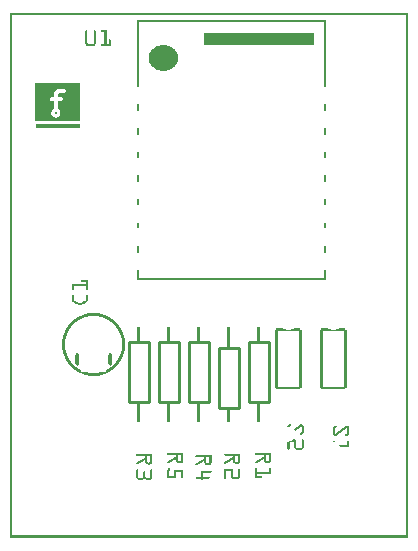
<source format=gto>
G04 MADE WITH FRITZING*
G04 WWW.FRITZING.ORG*
G04 DOUBLE SIDED*
G04 HOLES PLATED*
G04 CONTOUR ON CENTER OF CONTOUR VECTOR*
%ASAXBY*%
%FSLAX23Y23*%
%MOIN*%
%OFA0B0*%
%SFA1.0B1.0*%
%ADD10C,0.011228*%
%ADD11R,0.369546X0.039343*%
%ADD12R,0.148591X0.013350*%
%ADD13C,0.010000*%
%ADD14R,0.001000X0.001000*%
%LNSILK1*%
G90*
G70*
G54D10*
X153Y1417D03*
G54D11*
X830Y1664D03*
G54D12*
X158Y1374D03*
G54D13*
X596Y454D02*
X596Y654D01*
D02*
X596Y654D02*
X662Y654D01*
D02*
X662Y654D02*
X662Y454D01*
D02*
X662Y454D02*
X596Y454D01*
D02*
X396Y454D02*
X396Y654D01*
D02*
X396Y654D02*
X462Y654D01*
D02*
X462Y654D02*
X462Y454D01*
D02*
X462Y454D02*
X396Y454D01*
D02*
X762Y635D02*
X762Y435D01*
D02*
X762Y435D02*
X696Y435D01*
D02*
X696Y435D02*
X696Y635D01*
D02*
X696Y635D02*
X762Y635D01*
D02*
X796Y454D02*
X796Y654D01*
D02*
X796Y654D02*
X862Y654D01*
D02*
X862Y654D02*
X862Y454D01*
D02*
X862Y454D02*
X796Y454D01*
D02*
X496Y454D02*
X496Y654D01*
D02*
X496Y654D02*
X562Y654D01*
D02*
X562Y654D02*
X562Y454D01*
D02*
X562Y454D02*
X496Y454D01*
G54D14*
X0Y1751D02*
X1326Y1751D01*
X0Y1750D02*
X1326Y1750D01*
X0Y1749D02*
X1326Y1749D01*
X0Y1748D02*
X1326Y1748D01*
X0Y1747D02*
X1326Y1747D01*
X0Y1746D02*
X1326Y1746D01*
X0Y1745D02*
X1326Y1745D01*
X0Y1744D02*
X1326Y1744D01*
X0Y1743D02*
X7Y1743D01*
X1319Y1743D02*
X1326Y1743D01*
X0Y1742D02*
X7Y1742D01*
X1319Y1742D02*
X1326Y1742D01*
X0Y1741D02*
X7Y1741D01*
X1319Y1741D02*
X1326Y1741D01*
X0Y1740D02*
X7Y1740D01*
X1319Y1740D02*
X1326Y1740D01*
X0Y1739D02*
X7Y1739D01*
X1319Y1739D02*
X1326Y1739D01*
X0Y1738D02*
X7Y1738D01*
X1319Y1738D02*
X1326Y1738D01*
X0Y1737D02*
X7Y1737D01*
X1319Y1737D02*
X1326Y1737D01*
X0Y1736D02*
X7Y1736D01*
X1319Y1736D02*
X1326Y1736D01*
X0Y1735D02*
X7Y1735D01*
X1319Y1735D02*
X1326Y1735D01*
X0Y1734D02*
X7Y1734D01*
X1319Y1734D02*
X1326Y1734D01*
X0Y1733D02*
X7Y1733D01*
X1319Y1733D02*
X1326Y1733D01*
X0Y1732D02*
X7Y1732D01*
X1319Y1732D02*
X1326Y1732D01*
X0Y1731D02*
X7Y1731D01*
X1319Y1731D02*
X1326Y1731D01*
X0Y1730D02*
X7Y1730D01*
X1319Y1730D02*
X1326Y1730D01*
X0Y1729D02*
X7Y1729D01*
X1319Y1729D02*
X1326Y1729D01*
X0Y1728D02*
X7Y1728D01*
X1319Y1728D02*
X1326Y1728D01*
X0Y1727D02*
X7Y1727D01*
X1319Y1727D02*
X1326Y1727D01*
X0Y1726D02*
X7Y1726D01*
X1319Y1726D02*
X1326Y1726D01*
X0Y1725D02*
X7Y1725D01*
X424Y1725D02*
X1052Y1725D01*
X1319Y1725D02*
X1326Y1725D01*
X0Y1724D02*
X7Y1724D01*
X424Y1724D02*
X1052Y1724D01*
X1319Y1724D02*
X1326Y1724D01*
X0Y1723D02*
X7Y1723D01*
X424Y1723D02*
X1052Y1723D01*
X1319Y1723D02*
X1326Y1723D01*
X0Y1722D02*
X7Y1722D01*
X424Y1722D02*
X1052Y1722D01*
X1319Y1722D02*
X1326Y1722D01*
X0Y1721D02*
X7Y1721D01*
X424Y1721D02*
X1052Y1721D01*
X1319Y1721D02*
X1326Y1721D01*
X0Y1720D02*
X7Y1720D01*
X424Y1720D02*
X1052Y1720D01*
X1319Y1720D02*
X1326Y1720D01*
X0Y1719D02*
X7Y1719D01*
X424Y1719D02*
X1052Y1719D01*
X1319Y1719D02*
X1326Y1719D01*
X0Y1718D02*
X7Y1718D01*
X424Y1718D02*
X430Y1718D01*
X1046Y1718D02*
X1052Y1718D01*
X1319Y1718D02*
X1326Y1718D01*
X0Y1717D02*
X7Y1717D01*
X424Y1717D02*
X430Y1717D01*
X1046Y1717D02*
X1052Y1717D01*
X1319Y1717D02*
X1326Y1717D01*
X0Y1716D02*
X7Y1716D01*
X424Y1716D02*
X430Y1716D01*
X1046Y1716D02*
X1052Y1716D01*
X1319Y1716D02*
X1326Y1716D01*
X0Y1715D02*
X7Y1715D01*
X424Y1715D02*
X430Y1715D01*
X1046Y1715D02*
X1052Y1715D01*
X1319Y1715D02*
X1326Y1715D01*
X0Y1714D02*
X7Y1714D01*
X424Y1714D02*
X430Y1714D01*
X1046Y1714D02*
X1052Y1714D01*
X1319Y1714D02*
X1326Y1714D01*
X0Y1713D02*
X7Y1713D01*
X424Y1713D02*
X430Y1713D01*
X1046Y1713D02*
X1052Y1713D01*
X1319Y1713D02*
X1326Y1713D01*
X0Y1712D02*
X7Y1712D01*
X424Y1712D02*
X430Y1712D01*
X1046Y1712D02*
X1052Y1712D01*
X1319Y1712D02*
X1326Y1712D01*
X0Y1711D02*
X7Y1711D01*
X424Y1711D02*
X430Y1711D01*
X1046Y1711D02*
X1052Y1711D01*
X1319Y1711D02*
X1326Y1711D01*
X0Y1710D02*
X7Y1710D01*
X424Y1710D02*
X430Y1710D01*
X1046Y1710D02*
X1052Y1710D01*
X1319Y1710D02*
X1326Y1710D01*
X0Y1709D02*
X7Y1709D01*
X424Y1709D02*
X430Y1709D01*
X1046Y1709D02*
X1052Y1709D01*
X1319Y1709D02*
X1326Y1709D01*
X0Y1708D02*
X7Y1708D01*
X424Y1708D02*
X430Y1708D01*
X1046Y1708D02*
X1052Y1708D01*
X1319Y1708D02*
X1326Y1708D01*
X0Y1707D02*
X7Y1707D01*
X424Y1707D02*
X430Y1707D01*
X1046Y1707D02*
X1052Y1707D01*
X1319Y1707D02*
X1326Y1707D01*
X0Y1706D02*
X7Y1706D01*
X424Y1706D02*
X430Y1706D01*
X1046Y1706D02*
X1052Y1706D01*
X1319Y1706D02*
X1326Y1706D01*
X0Y1705D02*
X7Y1705D01*
X424Y1705D02*
X430Y1705D01*
X1046Y1705D02*
X1052Y1705D01*
X1319Y1705D02*
X1326Y1705D01*
X0Y1704D02*
X7Y1704D01*
X424Y1704D02*
X430Y1704D01*
X1046Y1704D02*
X1052Y1704D01*
X1319Y1704D02*
X1326Y1704D01*
X0Y1703D02*
X7Y1703D01*
X424Y1703D02*
X430Y1703D01*
X1046Y1703D02*
X1052Y1703D01*
X1319Y1703D02*
X1326Y1703D01*
X0Y1702D02*
X7Y1702D01*
X424Y1702D02*
X430Y1702D01*
X1046Y1702D02*
X1052Y1702D01*
X1319Y1702D02*
X1326Y1702D01*
X0Y1701D02*
X7Y1701D01*
X424Y1701D02*
X430Y1701D01*
X1046Y1701D02*
X1052Y1701D01*
X1319Y1701D02*
X1326Y1701D01*
X0Y1700D02*
X7Y1700D01*
X424Y1700D02*
X430Y1700D01*
X1046Y1700D02*
X1052Y1700D01*
X1319Y1700D02*
X1326Y1700D01*
X0Y1699D02*
X7Y1699D01*
X424Y1699D02*
X430Y1699D01*
X1046Y1699D02*
X1052Y1699D01*
X1319Y1699D02*
X1326Y1699D01*
X0Y1698D02*
X7Y1698D01*
X424Y1698D02*
X430Y1698D01*
X1046Y1698D02*
X1052Y1698D01*
X1319Y1698D02*
X1326Y1698D01*
X0Y1697D02*
X7Y1697D01*
X424Y1697D02*
X430Y1697D01*
X1046Y1697D02*
X1052Y1697D01*
X1319Y1697D02*
X1326Y1697D01*
X0Y1696D02*
X7Y1696D01*
X424Y1696D02*
X430Y1696D01*
X1046Y1696D02*
X1052Y1696D01*
X1319Y1696D02*
X1326Y1696D01*
X0Y1695D02*
X7Y1695D01*
X424Y1695D02*
X430Y1695D01*
X1046Y1695D02*
X1052Y1695D01*
X1319Y1695D02*
X1326Y1695D01*
X0Y1694D02*
X7Y1694D01*
X424Y1694D02*
X430Y1694D01*
X1046Y1694D02*
X1052Y1694D01*
X1319Y1694D02*
X1326Y1694D01*
X0Y1693D02*
X7Y1693D01*
X424Y1693D02*
X430Y1693D01*
X1046Y1693D02*
X1052Y1693D01*
X1319Y1693D02*
X1326Y1693D01*
X0Y1692D02*
X7Y1692D01*
X252Y1692D02*
X256Y1692D01*
X280Y1692D02*
X284Y1692D01*
X303Y1692D02*
X321Y1692D01*
X424Y1692D02*
X430Y1692D01*
X1046Y1692D02*
X1052Y1692D01*
X1319Y1692D02*
X1326Y1692D01*
X0Y1691D02*
X7Y1691D01*
X252Y1691D02*
X257Y1691D01*
X279Y1691D02*
X284Y1691D01*
X302Y1691D02*
X321Y1691D01*
X424Y1691D02*
X430Y1691D01*
X1046Y1691D02*
X1052Y1691D01*
X1319Y1691D02*
X1326Y1691D01*
X0Y1690D02*
X7Y1690D01*
X251Y1690D02*
X257Y1690D01*
X279Y1690D02*
X285Y1690D01*
X302Y1690D02*
X321Y1690D01*
X424Y1690D02*
X430Y1690D01*
X1046Y1690D02*
X1052Y1690D01*
X1319Y1690D02*
X1326Y1690D01*
X0Y1689D02*
X7Y1689D01*
X251Y1689D02*
X257Y1689D01*
X279Y1689D02*
X285Y1689D01*
X302Y1689D02*
X321Y1689D01*
X424Y1689D02*
X430Y1689D01*
X1046Y1689D02*
X1052Y1689D01*
X1319Y1689D02*
X1326Y1689D01*
X0Y1688D02*
X7Y1688D01*
X251Y1688D02*
X257Y1688D01*
X279Y1688D02*
X285Y1688D01*
X302Y1688D02*
X321Y1688D01*
X424Y1688D02*
X430Y1688D01*
X1046Y1688D02*
X1052Y1688D01*
X1319Y1688D02*
X1326Y1688D01*
X0Y1687D02*
X7Y1687D01*
X251Y1687D02*
X257Y1687D01*
X279Y1687D02*
X285Y1687D01*
X303Y1687D02*
X321Y1687D01*
X424Y1687D02*
X430Y1687D01*
X1046Y1687D02*
X1052Y1687D01*
X1319Y1687D02*
X1326Y1687D01*
X0Y1686D02*
X7Y1686D01*
X251Y1686D02*
X257Y1686D01*
X279Y1686D02*
X285Y1686D01*
X305Y1686D02*
X321Y1686D01*
X424Y1686D02*
X430Y1686D01*
X1046Y1686D02*
X1052Y1686D01*
X1319Y1686D02*
X1326Y1686D01*
X0Y1685D02*
X7Y1685D01*
X251Y1685D02*
X257Y1685D01*
X279Y1685D02*
X285Y1685D01*
X315Y1685D02*
X321Y1685D01*
X424Y1685D02*
X430Y1685D01*
X1046Y1685D02*
X1052Y1685D01*
X1319Y1685D02*
X1326Y1685D01*
X0Y1684D02*
X7Y1684D01*
X251Y1684D02*
X257Y1684D01*
X279Y1684D02*
X285Y1684D01*
X315Y1684D02*
X321Y1684D01*
X424Y1684D02*
X430Y1684D01*
X1046Y1684D02*
X1052Y1684D01*
X1319Y1684D02*
X1326Y1684D01*
X0Y1683D02*
X7Y1683D01*
X251Y1683D02*
X257Y1683D01*
X279Y1683D02*
X285Y1683D01*
X315Y1683D02*
X321Y1683D01*
X424Y1683D02*
X430Y1683D01*
X1046Y1683D02*
X1052Y1683D01*
X1319Y1683D02*
X1326Y1683D01*
X0Y1682D02*
X7Y1682D01*
X251Y1682D02*
X257Y1682D01*
X279Y1682D02*
X285Y1682D01*
X315Y1682D02*
X321Y1682D01*
X424Y1682D02*
X430Y1682D01*
X1046Y1682D02*
X1052Y1682D01*
X1319Y1682D02*
X1326Y1682D01*
X0Y1681D02*
X7Y1681D01*
X251Y1681D02*
X257Y1681D01*
X279Y1681D02*
X285Y1681D01*
X315Y1681D02*
X321Y1681D01*
X424Y1681D02*
X430Y1681D01*
X1046Y1681D02*
X1052Y1681D01*
X1319Y1681D02*
X1326Y1681D01*
X0Y1680D02*
X7Y1680D01*
X251Y1680D02*
X257Y1680D01*
X279Y1680D02*
X285Y1680D01*
X315Y1680D02*
X321Y1680D01*
X424Y1680D02*
X430Y1680D01*
X1046Y1680D02*
X1052Y1680D01*
X1319Y1680D02*
X1326Y1680D01*
X0Y1679D02*
X7Y1679D01*
X251Y1679D02*
X257Y1679D01*
X279Y1679D02*
X285Y1679D01*
X315Y1679D02*
X321Y1679D01*
X424Y1679D02*
X430Y1679D01*
X1046Y1679D02*
X1052Y1679D01*
X1319Y1679D02*
X1326Y1679D01*
X0Y1678D02*
X7Y1678D01*
X251Y1678D02*
X257Y1678D01*
X279Y1678D02*
X285Y1678D01*
X315Y1678D02*
X321Y1678D01*
X424Y1678D02*
X430Y1678D01*
X1046Y1678D02*
X1052Y1678D01*
X1319Y1678D02*
X1326Y1678D01*
X0Y1677D02*
X7Y1677D01*
X251Y1677D02*
X257Y1677D01*
X279Y1677D02*
X285Y1677D01*
X315Y1677D02*
X321Y1677D01*
X424Y1677D02*
X430Y1677D01*
X1046Y1677D02*
X1052Y1677D01*
X1319Y1677D02*
X1326Y1677D01*
X0Y1676D02*
X7Y1676D01*
X251Y1676D02*
X257Y1676D01*
X279Y1676D02*
X285Y1676D01*
X315Y1676D02*
X321Y1676D01*
X424Y1676D02*
X430Y1676D01*
X1046Y1676D02*
X1052Y1676D01*
X1319Y1676D02*
X1326Y1676D01*
X0Y1675D02*
X7Y1675D01*
X251Y1675D02*
X257Y1675D01*
X279Y1675D02*
X285Y1675D01*
X315Y1675D02*
X321Y1675D01*
X424Y1675D02*
X430Y1675D01*
X1046Y1675D02*
X1052Y1675D01*
X1319Y1675D02*
X1326Y1675D01*
X0Y1674D02*
X7Y1674D01*
X251Y1674D02*
X257Y1674D01*
X279Y1674D02*
X285Y1674D01*
X315Y1674D02*
X321Y1674D01*
X424Y1674D02*
X430Y1674D01*
X1046Y1674D02*
X1052Y1674D01*
X1319Y1674D02*
X1326Y1674D01*
X0Y1673D02*
X7Y1673D01*
X251Y1673D02*
X257Y1673D01*
X279Y1673D02*
X285Y1673D01*
X315Y1673D02*
X321Y1673D01*
X424Y1673D02*
X430Y1673D01*
X1046Y1673D02*
X1052Y1673D01*
X1319Y1673D02*
X1326Y1673D01*
X0Y1672D02*
X7Y1672D01*
X251Y1672D02*
X257Y1672D01*
X279Y1672D02*
X285Y1672D01*
X315Y1672D02*
X321Y1672D01*
X424Y1672D02*
X430Y1672D01*
X1046Y1672D02*
X1052Y1672D01*
X1319Y1672D02*
X1326Y1672D01*
X0Y1671D02*
X7Y1671D01*
X251Y1671D02*
X257Y1671D01*
X279Y1671D02*
X285Y1671D01*
X315Y1671D02*
X321Y1671D01*
X424Y1671D02*
X430Y1671D01*
X1046Y1671D02*
X1052Y1671D01*
X1319Y1671D02*
X1326Y1671D01*
X0Y1670D02*
X7Y1670D01*
X251Y1670D02*
X257Y1670D01*
X279Y1670D02*
X285Y1670D01*
X315Y1670D02*
X321Y1670D01*
X424Y1670D02*
X430Y1670D01*
X1046Y1670D02*
X1052Y1670D01*
X1319Y1670D02*
X1326Y1670D01*
X0Y1669D02*
X7Y1669D01*
X251Y1669D02*
X257Y1669D01*
X279Y1669D02*
X285Y1669D01*
X315Y1669D02*
X321Y1669D01*
X424Y1669D02*
X430Y1669D01*
X1046Y1669D02*
X1052Y1669D01*
X1319Y1669D02*
X1326Y1669D01*
X0Y1668D02*
X7Y1668D01*
X251Y1668D02*
X257Y1668D01*
X279Y1668D02*
X285Y1668D01*
X315Y1668D02*
X321Y1668D01*
X424Y1668D02*
X430Y1668D01*
X1046Y1668D02*
X1052Y1668D01*
X1319Y1668D02*
X1326Y1668D01*
X0Y1667D02*
X7Y1667D01*
X251Y1667D02*
X257Y1667D01*
X279Y1667D02*
X285Y1667D01*
X315Y1667D02*
X321Y1667D01*
X424Y1667D02*
X430Y1667D01*
X1046Y1667D02*
X1052Y1667D01*
X1319Y1667D02*
X1326Y1667D01*
X0Y1666D02*
X7Y1666D01*
X251Y1666D02*
X257Y1666D01*
X279Y1666D02*
X285Y1666D01*
X315Y1666D02*
X321Y1666D01*
X424Y1666D02*
X430Y1666D01*
X1046Y1666D02*
X1052Y1666D01*
X1319Y1666D02*
X1326Y1666D01*
X0Y1665D02*
X7Y1665D01*
X251Y1665D02*
X257Y1665D01*
X279Y1665D02*
X285Y1665D01*
X315Y1665D02*
X321Y1665D01*
X424Y1665D02*
X430Y1665D01*
X1046Y1665D02*
X1052Y1665D01*
X1319Y1665D02*
X1326Y1665D01*
X0Y1664D02*
X7Y1664D01*
X251Y1664D02*
X257Y1664D01*
X279Y1664D02*
X285Y1664D01*
X315Y1664D02*
X321Y1664D01*
X424Y1664D02*
X430Y1664D01*
X1046Y1664D02*
X1052Y1664D01*
X1319Y1664D02*
X1326Y1664D01*
X0Y1663D02*
X7Y1663D01*
X251Y1663D02*
X257Y1663D01*
X279Y1663D02*
X285Y1663D01*
X315Y1663D02*
X321Y1663D01*
X331Y1663D02*
X333Y1663D01*
X424Y1663D02*
X430Y1663D01*
X1046Y1663D02*
X1052Y1663D01*
X1319Y1663D02*
X1326Y1663D01*
X0Y1662D02*
X7Y1662D01*
X251Y1662D02*
X257Y1662D01*
X279Y1662D02*
X285Y1662D01*
X315Y1662D02*
X321Y1662D01*
X330Y1662D02*
X334Y1662D01*
X424Y1662D02*
X430Y1662D01*
X1046Y1662D02*
X1052Y1662D01*
X1319Y1662D02*
X1326Y1662D01*
X0Y1661D02*
X7Y1661D01*
X251Y1661D02*
X257Y1661D01*
X279Y1661D02*
X285Y1661D01*
X315Y1661D02*
X321Y1661D01*
X329Y1661D02*
X335Y1661D01*
X424Y1661D02*
X430Y1661D01*
X1046Y1661D02*
X1052Y1661D01*
X1319Y1661D02*
X1326Y1661D01*
X0Y1660D02*
X7Y1660D01*
X251Y1660D02*
X257Y1660D01*
X279Y1660D02*
X285Y1660D01*
X315Y1660D02*
X321Y1660D01*
X329Y1660D02*
X335Y1660D01*
X424Y1660D02*
X430Y1660D01*
X1046Y1660D02*
X1052Y1660D01*
X1319Y1660D02*
X1326Y1660D01*
X0Y1659D02*
X7Y1659D01*
X251Y1659D02*
X257Y1659D01*
X279Y1659D02*
X285Y1659D01*
X315Y1659D02*
X321Y1659D01*
X329Y1659D02*
X335Y1659D01*
X424Y1659D02*
X430Y1659D01*
X1046Y1659D02*
X1052Y1659D01*
X1319Y1659D02*
X1326Y1659D01*
X0Y1658D02*
X7Y1658D01*
X251Y1658D02*
X257Y1658D01*
X279Y1658D02*
X285Y1658D01*
X315Y1658D02*
X321Y1658D01*
X329Y1658D02*
X335Y1658D01*
X424Y1658D02*
X430Y1658D01*
X1046Y1658D02*
X1052Y1658D01*
X1319Y1658D02*
X1326Y1658D01*
X0Y1657D02*
X7Y1657D01*
X251Y1657D02*
X257Y1657D01*
X279Y1657D02*
X285Y1657D01*
X315Y1657D02*
X321Y1657D01*
X329Y1657D02*
X335Y1657D01*
X424Y1657D02*
X430Y1657D01*
X1046Y1657D02*
X1052Y1657D01*
X1319Y1657D02*
X1326Y1657D01*
X0Y1656D02*
X7Y1656D01*
X251Y1656D02*
X257Y1656D01*
X279Y1656D02*
X285Y1656D01*
X315Y1656D02*
X321Y1656D01*
X329Y1656D02*
X335Y1656D01*
X424Y1656D02*
X430Y1656D01*
X1046Y1656D02*
X1052Y1656D01*
X1319Y1656D02*
X1326Y1656D01*
X0Y1655D02*
X7Y1655D01*
X251Y1655D02*
X257Y1655D01*
X279Y1655D02*
X285Y1655D01*
X315Y1655D02*
X321Y1655D01*
X329Y1655D02*
X335Y1655D01*
X424Y1655D02*
X430Y1655D01*
X1046Y1655D02*
X1052Y1655D01*
X1319Y1655D02*
X1326Y1655D01*
X0Y1654D02*
X7Y1654D01*
X251Y1654D02*
X257Y1654D01*
X279Y1654D02*
X285Y1654D01*
X315Y1654D02*
X321Y1654D01*
X329Y1654D02*
X335Y1654D01*
X424Y1654D02*
X430Y1654D01*
X1046Y1654D02*
X1052Y1654D01*
X1319Y1654D02*
X1326Y1654D01*
X0Y1653D02*
X7Y1653D01*
X251Y1653D02*
X257Y1653D01*
X279Y1653D02*
X285Y1653D01*
X315Y1653D02*
X321Y1653D01*
X329Y1653D02*
X335Y1653D01*
X424Y1653D02*
X430Y1653D01*
X1046Y1653D02*
X1052Y1653D01*
X1319Y1653D02*
X1326Y1653D01*
X0Y1652D02*
X7Y1652D01*
X251Y1652D02*
X257Y1652D01*
X279Y1652D02*
X285Y1652D01*
X315Y1652D02*
X321Y1652D01*
X329Y1652D02*
X335Y1652D01*
X424Y1652D02*
X430Y1652D01*
X1046Y1652D02*
X1052Y1652D01*
X1319Y1652D02*
X1326Y1652D01*
X0Y1651D02*
X7Y1651D01*
X251Y1651D02*
X257Y1651D01*
X279Y1651D02*
X285Y1651D01*
X315Y1651D02*
X321Y1651D01*
X329Y1651D02*
X335Y1651D01*
X424Y1651D02*
X430Y1651D01*
X1046Y1651D02*
X1052Y1651D01*
X1319Y1651D02*
X1326Y1651D01*
X0Y1650D02*
X7Y1650D01*
X251Y1650D02*
X257Y1650D01*
X279Y1650D02*
X285Y1650D01*
X315Y1650D02*
X321Y1650D01*
X329Y1650D02*
X335Y1650D01*
X424Y1650D02*
X430Y1650D01*
X1046Y1650D02*
X1052Y1650D01*
X1319Y1650D02*
X1326Y1650D01*
X0Y1649D02*
X7Y1649D01*
X251Y1649D02*
X257Y1649D01*
X279Y1649D02*
X285Y1649D01*
X315Y1649D02*
X321Y1649D01*
X329Y1649D02*
X335Y1649D01*
X424Y1649D02*
X430Y1649D01*
X1046Y1649D02*
X1052Y1649D01*
X1319Y1649D02*
X1326Y1649D01*
X0Y1648D02*
X7Y1648D01*
X251Y1648D02*
X258Y1648D01*
X279Y1648D02*
X285Y1648D01*
X315Y1648D02*
X321Y1648D01*
X329Y1648D02*
X335Y1648D01*
X424Y1648D02*
X430Y1648D01*
X1046Y1648D02*
X1052Y1648D01*
X1319Y1648D02*
X1326Y1648D01*
X0Y1647D02*
X7Y1647D01*
X252Y1647D02*
X258Y1647D01*
X278Y1647D02*
X285Y1647D01*
X315Y1647D02*
X321Y1647D01*
X329Y1647D02*
X335Y1647D01*
X424Y1647D02*
X430Y1647D01*
X1046Y1647D02*
X1052Y1647D01*
X1319Y1647D02*
X1326Y1647D01*
X0Y1646D02*
X7Y1646D01*
X252Y1646D02*
X260Y1646D01*
X276Y1646D02*
X284Y1646D01*
X315Y1646D02*
X322Y1646D01*
X329Y1646D02*
X335Y1646D01*
X424Y1646D02*
X430Y1646D01*
X1046Y1646D02*
X1052Y1646D01*
X1319Y1646D02*
X1326Y1646D01*
X0Y1645D02*
X7Y1645D01*
X252Y1645D02*
X284Y1645D01*
X303Y1645D02*
X335Y1645D01*
X424Y1645D02*
X430Y1645D01*
X1046Y1645D02*
X1052Y1645D01*
X1319Y1645D02*
X1326Y1645D01*
X0Y1644D02*
X7Y1644D01*
X253Y1644D02*
X283Y1644D01*
X302Y1644D02*
X335Y1644D01*
X424Y1644D02*
X430Y1644D01*
X1046Y1644D02*
X1052Y1644D01*
X1319Y1644D02*
X1326Y1644D01*
X0Y1643D02*
X7Y1643D01*
X253Y1643D02*
X283Y1643D01*
X302Y1643D02*
X335Y1643D01*
X424Y1643D02*
X430Y1643D01*
X504Y1643D02*
X517Y1643D01*
X1046Y1643D02*
X1052Y1643D01*
X1319Y1643D02*
X1326Y1643D01*
X0Y1642D02*
X7Y1642D01*
X254Y1642D02*
X282Y1642D01*
X302Y1642D02*
X335Y1642D01*
X424Y1642D02*
X430Y1642D01*
X499Y1642D02*
X523Y1642D01*
X1046Y1642D02*
X1052Y1642D01*
X1319Y1642D02*
X1326Y1642D01*
X0Y1641D02*
X7Y1641D01*
X256Y1641D02*
X281Y1641D01*
X302Y1641D02*
X335Y1641D01*
X424Y1641D02*
X430Y1641D01*
X495Y1641D02*
X526Y1641D01*
X1046Y1641D02*
X1052Y1641D01*
X1319Y1641D02*
X1326Y1641D01*
X0Y1640D02*
X7Y1640D01*
X257Y1640D02*
X279Y1640D01*
X302Y1640D02*
X334Y1640D01*
X424Y1640D02*
X430Y1640D01*
X493Y1640D02*
X529Y1640D01*
X1046Y1640D02*
X1052Y1640D01*
X1319Y1640D02*
X1326Y1640D01*
X0Y1639D02*
X7Y1639D01*
X260Y1639D02*
X276Y1639D01*
X304Y1639D02*
X332Y1639D01*
X424Y1639D02*
X430Y1639D01*
X490Y1639D02*
X532Y1639D01*
X1046Y1639D02*
X1052Y1639D01*
X1319Y1639D02*
X1326Y1639D01*
X0Y1638D02*
X7Y1638D01*
X424Y1638D02*
X430Y1638D01*
X488Y1638D02*
X534Y1638D01*
X1046Y1638D02*
X1052Y1638D01*
X1319Y1638D02*
X1326Y1638D01*
X0Y1637D02*
X7Y1637D01*
X424Y1637D02*
X430Y1637D01*
X486Y1637D02*
X536Y1637D01*
X1046Y1637D02*
X1052Y1637D01*
X1319Y1637D02*
X1326Y1637D01*
X0Y1636D02*
X7Y1636D01*
X424Y1636D02*
X430Y1636D01*
X484Y1636D02*
X538Y1636D01*
X1046Y1636D02*
X1052Y1636D01*
X1319Y1636D02*
X1326Y1636D01*
X0Y1635D02*
X7Y1635D01*
X424Y1635D02*
X430Y1635D01*
X483Y1635D02*
X539Y1635D01*
X1046Y1635D02*
X1052Y1635D01*
X1319Y1635D02*
X1326Y1635D01*
X0Y1634D02*
X7Y1634D01*
X424Y1634D02*
X430Y1634D01*
X481Y1634D02*
X541Y1634D01*
X1046Y1634D02*
X1052Y1634D01*
X1319Y1634D02*
X1326Y1634D01*
X0Y1633D02*
X7Y1633D01*
X424Y1633D02*
X430Y1633D01*
X480Y1633D02*
X542Y1633D01*
X1046Y1633D02*
X1052Y1633D01*
X1319Y1633D02*
X1326Y1633D01*
X0Y1632D02*
X7Y1632D01*
X424Y1632D02*
X430Y1632D01*
X479Y1632D02*
X543Y1632D01*
X1046Y1632D02*
X1052Y1632D01*
X1319Y1632D02*
X1326Y1632D01*
X0Y1631D02*
X7Y1631D01*
X424Y1631D02*
X430Y1631D01*
X477Y1631D02*
X544Y1631D01*
X1046Y1631D02*
X1052Y1631D01*
X1319Y1631D02*
X1326Y1631D01*
X0Y1630D02*
X7Y1630D01*
X424Y1630D02*
X430Y1630D01*
X476Y1630D02*
X546Y1630D01*
X1046Y1630D02*
X1052Y1630D01*
X1319Y1630D02*
X1326Y1630D01*
X0Y1629D02*
X7Y1629D01*
X424Y1629D02*
X430Y1629D01*
X475Y1629D02*
X547Y1629D01*
X1046Y1629D02*
X1052Y1629D01*
X1319Y1629D02*
X1326Y1629D01*
X0Y1628D02*
X7Y1628D01*
X424Y1628D02*
X430Y1628D01*
X474Y1628D02*
X548Y1628D01*
X1046Y1628D02*
X1052Y1628D01*
X1319Y1628D02*
X1326Y1628D01*
X0Y1627D02*
X7Y1627D01*
X424Y1627D02*
X430Y1627D01*
X473Y1627D02*
X549Y1627D01*
X1046Y1627D02*
X1052Y1627D01*
X1319Y1627D02*
X1326Y1627D01*
X0Y1626D02*
X7Y1626D01*
X424Y1626D02*
X430Y1626D01*
X472Y1626D02*
X550Y1626D01*
X1046Y1626D02*
X1052Y1626D01*
X1319Y1626D02*
X1326Y1626D01*
X0Y1625D02*
X7Y1625D01*
X424Y1625D02*
X430Y1625D01*
X471Y1625D02*
X550Y1625D01*
X1046Y1625D02*
X1052Y1625D01*
X1319Y1625D02*
X1326Y1625D01*
X0Y1624D02*
X7Y1624D01*
X424Y1624D02*
X430Y1624D01*
X471Y1624D02*
X551Y1624D01*
X1046Y1624D02*
X1052Y1624D01*
X1319Y1624D02*
X1326Y1624D01*
X0Y1623D02*
X7Y1623D01*
X424Y1623D02*
X430Y1623D01*
X470Y1623D02*
X552Y1623D01*
X1046Y1623D02*
X1052Y1623D01*
X1319Y1623D02*
X1326Y1623D01*
X0Y1622D02*
X7Y1622D01*
X424Y1622D02*
X430Y1622D01*
X469Y1622D02*
X553Y1622D01*
X1046Y1622D02*
X1052Y1622D01*
X1319Y1622D02*
X1326Y1622D01*
X0Y1621D02*
X7Y1621D01*
X424Y1621D02*
X430Y1621D01*
X469Y1621D02*
X553Y1621D01*
X1046Y1621D02*
X1052Y1621D01*
X1319Y1621D02*
X1326Y1621D01*
X0Y1620D02*
X7Y1620D01*
X424Y1620D02*
X430Y1620D01*
X468Y1620D02*
X554Y1620D01*
X1046Y1620D02*
X1052Y1620D01*
X1319Y1620D02*
X1326Y1620D01*
X0Y1619D02*
X7Y1619D01*
X424Y1619D02*
X430Y1619D01*
X467Y1619D02*
X555Y1619D01*
X1046Y1619D02*
X1052Y1619D01*
X1319Y1619D02*
X1326Y1619D01*
X0Y1618D02*
X7Y1618D01*
X424Y1618D02*
X430Y1618D01*
X467Y1618D02*
X555Y1618D01*
X1046Y1618D02*
X1052Y1618D01*
X1319Y1618D02*
X1326Y1618D01*
X0Y1617D02*
X7Y1617D01*
X424Y1617D02*
X430Y1617D01*
X466Y1617D02*
X556Y1617D01*
X1046Y1617D02*
X1052Y1617D01*
X1319Y1617D02*
X1326Y1617D01*
X0Y1616D02*
X7Y1616D01*
X424Y1616D02*
X430Y1616D01*
X466Y1616D02*
X556Y1616D01*
X1046Y1616D02*
X1052Y1616D01*
X1319Y1616D02*
X1326Y1616D01*
X0Y1615D02*
X7Y1615D01*
X424Y1615D02*
X430Y1615D01*
X465Y1615D02*
X557Y1615D01*
X1046Y1615D02*
X1052Y1615D01*
X1319Y1615D02*
X1326Y1615D01*
X0Y1614D02*
X7Y1614D01*
X424Y1614D02*
X430Y1614D01*
X465Y1614D02*
X557Y1614D01*
X1046Y1614D02*
X1052Y1614D01*
X1319Y1614D02*
X1326Y1614D01*
X0Y1613D02*
X7Y1613D01*
X424Y1613D02*
X430Y1613D01*
X464Y1613D02*
X557Y1613D01*
X1046Y1613D02*
X1052Y1613D01*
X1319Y1613D02*
X1326Y1613D01*
X0Y1612D02*
X7Y1612D01*
X424Y1612D02*
X430Y1612D01*
X464Y1612D02*
X558Y1612D01*
X1046Y1612D02*
X1052Y1612D01*
X1319Y1612D02*
X1326Y1612D01*
X0Y1611D02*
X7Y1611D01*
X424Y1611D02*
X430Y1611D01*
X464Y1611D02*
X558Y1611D01*
X1046Y1611D02*
X1052Y1611D01*
X1319Y1611D02*
X1326Y1611D01*
X0Y1610D02*
X7Y1610D01*
X424Y1610D02*
X430Y1610D01*
X463Y1610D02*
X558Y1610D01*
X1046Y1610D02*
X1052Y1610D01*
X1319Y1610D02*
X1326Y1610D01*
X0Y1609D02*
X7Y1609D01*
X424Y1609D02*
X430Y1609D01*
X463Y1609D02*
X559Y1609D01*
X1046Y1609D02*
X1052Y1609D01*
X1319Y1609D02*
X1326Y1609D01*
X0Y1608D02*
X7Y1608D01*
X424Y1608D02*
X430Y1608D01*
X463Y1608D02*
X559Y1608D01*
X1046Y1608D02*
X1052Y1608D01*
X1319Y1608D02*
X1326Y1608D01*
X0Y1607D02*
X7Y1607D01*
X424Y1607D02*
X430Y1607D01*
X463Y1607D02*
X559Y1607D01*
X1046Y1607D02*
X1052Y1607D01*
X1319Y1607D02*
X1326Y1607D01*
X0Y1606D02*
X7Y1606D01*
X424Y1606D02*
X430Y1606D01*
X463Y1606D02*
X559Y1606D01*
X1046Y1606D02*
X1052Y1606D01*
X1319Y1606D02*
X1326Y1606D01*
X0Y1605D02*
X7Y1605D01*
X424Y1605D02*
X430Y1605D01*
X462Y1605D02*
X559Y1605D01*
X1046Y1605D02*
X1052Y1605D01*
X1319Y1605D02*
X1326Y1605D01*
X0Y1604D02*
X7Y1604D01*
X424Y1604D02*
X430Y1604D01*
X462Y1604D02*
X560Y1604D01*
X1046Y1604D02*
X1052Y1604D01*
X1319Y1604D02*
X1326Y1604D01*
X0Y1603D02*
X7Y1603D01*
X424Y1603D02*
X430Y1603D01*
X462Y1603D02*
X560Y1603D01*
X1046Y1603D02*
X1052Y1603D01*
X1319Y1603D02*
X1326Y1603D01*
X0Y1602D02*
X7Y1602D01*
X424Y1602D02*
X430Y1602D01*
X462Y1602D02*
X560Y1602D01*
X1046Y1602D02*
X1052Y1602D01*
X1319Y1602D02*
X1326Y1602D01*
X0Y1601D02*
X7Y1601D01*
X424Y1601D02*
X430Y1601D01*
X462Y1601D02*
X560Y1601D01*
X1046Y1601D02*
X1052Y1601D01*
X1319Y1601D02*
X1326Y1601D01*
X0Y1600D02*
X7Y1600D01*
X424Y1600D02*
X430Y1600D01*
X462Y1600D02*
X560Y1600D01*
X1046Y1600D02*
X1052Y1600D01*
X1319Y1600D02*
X1326Y1600D01*
X0Y1599D02*
X7Y1599D01*
X424Y1599D02*
X430Y1599D01*
X462Y1599D02*
X560Y1599D01*
X1046Y1599D02*
X1052Y1599D01*
X1319Y1599D02*
X1326Y1599D01*
X0Y1598D02*
X7Y1598D01*
X424Y1598D02*
X430Y1598D01*
X462Y1598D02*
X560Y1598D01*
X1046Y1598D02*
X1052Y1598D01*
X1319Y1598D02*
X1326Y1598D01*
X0Y1597D02*
X7Y1597D01*
X424Y1597D02*
X430Y1597D01*
X462Y1597D02*
X560Y1597D01*
X1046Y1597D02*
X1052Y1597D01*
X1319Y1597D02*
X1326Y1597D01*
X0Y1596D02*
X7Y1596D01*
X424Y1596D02*
X430Y1596D01*
X462Y1596D02*
X560Y1596D01*
X1046Y1596D02*
X1052Y1596D01*
X1319Y1596D02*
X1326Y1596D01*
X0Y1595D02*
X7Y1595D01*
X424Y1595D02*
X430Y1595D01*
X462Y1595D02*
X559Y1595D01*
X1046Y1595D02*
X1052Y1595D01*
X1319Y1595D02*
X1326Y1595D01*
X0Y1594D02*
X7Y1594D01*
X424Y1594D02*
X430Y1594D01*
X463Y1594D02*
X559Y1594D01*
X1046Y1594D02*
X1052Y1594D01*
X1319Y1594D02*
X1326Y1594D01*
X0Y1593D02*
X7Y1593D01*
X424Y1593D02*
X430Y1593D01*
X463Y1593D02*
X559Y1593D01*
X1046Y1593D02*
X1052Y1593D01*
X1319Y1593D02*
X1326Y1593D01*
X0Y1592D02*
X7Y1592D01*
X424Y1592D02*
X430Y1592D01*
X463Y1592D02*
X559Y1592D01*
X1046Y1592D02*
X1052Y1592D01*
X1319Y1592D02*
X1326Y1592D01*
X0Y1591D02*
X7Y1591D01*
X424Y1591D02*
X430Y1591D01*
X463Y1591D02*
X559Y1591D01*
X1046Y1591D02*
X1052Y1591D01*
X1319Y1591D02*
X1326Y1591D01*
X0Y1590D02*
X7Y1590D01*
X424Y1590D02*
X430Y1590D01*
X463Y1590D02*
X558Y1590D01*
X1046Y1590D02*
X1052Y1590D01*
X1319Y1590D02*
X1326Y1590D01*
X0Y1589D02*
X7Y1589D01*
X424Y1589D02*
X430Y1589D01*
X464Y1589D02*
X558Y1589D01*
X1046Y1589D02*
X1052Y1589D01*
X1319Y1589D02*
X1326Y1589D01*
X0Y1588D02*
X7Y1588D01*
X424Y1588D02*
X430Y1588D01*
X464Y1588D02*
X558Y1588D01*
X1046Y1588D02*
X1052Y1588D01*
X1319Y1588D02*
X1326Y1588D01*
X0Y1587D02*
X7Y1587D01*
X424Y1587D02*
X430Y1587D01*
X464Y1587D02*
X557Y1587D01*
X1046Y1587D02*
X1052Y1587D01*
X1319Y1587D02*
X1326Y1587D01*
X0Y1586D02*
X7Y1586D01*
X424Y1586D02*
X430Y1586D01*
X465Y1586D02*
X557Y1586D01*
X1046Y1586D02*
X1052Y1586D01*
X1319Y1586D02*
X1326Y1586D01*
X0Y1585D02*
X7Y1585D01*
X424Y1585D02*
X430Y1585D01*
X465Y1585D02*
X557Y1585D01*
X1046Y1585D02*
X1052Y1585D01*
X1319Y1585D02*
X1326Y1585D01*
X0Y1584D02*
X7Y1584D01*
X424Y1584D02*
X430Y1584D01*
X466Y1584D02*
X556Y1584D01*
X1046Y1584D02*
X1052Y1584D01*
X1319Y1584D02*
X1326Y1584D01*
X0Y1583D02*
X7Y1583D01*
X424Y1583D02*
X430Y1583D01*
X466Y1583D02*
X556Y1583D01*
X1046Y1583D02*
X1052Y1583D01*
X1319Y1583D02*
X1326Y1583D01*
X0Y1582D02*
X7Y1582D01*
X424Y1582D02*
X430Y1582D01*
X467Y1582D02*
X555Y1582D01*
X1046Y1582D02*
X1052Y1582D01*
X1319Y1582D02*
X1326Y1582D01*
X0Y1581D02*
X7Y1581D01*
X424Y1581D02*
X430Y1581D01*
X467Y1581D02*
X555Y1581D01*
X1046Y1581D02*
X1052Y1581D01*
X1319Y1581D02*
X1326Y1581D01*
X0Y1580D02*
X7Y1580D01*
X424Y1580D02*
X430Y1580D01*
X468Y1580D02*
X554Y1580D01*
X1046Y1580D02*
X1052Y1580D01*
X1319Y1580D02*
X1326Y1580D01*
X0Y1579D02*
X7Y1579D01*
X424Y1579D02*
X430Y1579D01*
X469Y1579D02*
X553Y1579D01*
X1046Y1579D02*
X1052Y1579D01*
X1319Y1579D02*
X1326Y1579D01*
X0Y1578D02*
X7Y1578D01*
X424Y1578D02*
X430Y1578D01*
X469Y1578D02*
X553Y1578D01*
X1046Y1578D02*
X1052Y1578D01*
X1319Y1578D02*
X1326Y1578D01*
X0Y1577D02*
X7Y1577D01*
X424Y1577D02*
X430Y1577D01*
X470Y1577D02*
X552Y1577D01*
X1046Y1577D02*
X1052Y1577D01*
X1319Y1577D02*
X1326Y1577D01*
X0Y1576D02*
X7Y1576D01*
X424Y1576D02*
X430Y1576D01*
X471Y1576D02*
X551Y1576D01*
X1046Y1576D02*
X1052Y1576D01*
X1319Y1576D02*
X1326Y1576D01*
X0Y1575D02*
X7Y1575D01*
X424Y1575D02*
X430Y1575D01*
X471Y1575D02*
X550Y1575D01*
X1046Y1575D02*
X1052Y1575D01*
X1319Y1575D02*
X1326Y1575D01*
X0Y1574D02*
X7Y1574D01*
X424Y1574D02*
X430Y1574D01*
X472Y1574D02*
X550Y1574D01*
X1046Y1574D02*
X1052Y1574D01*
X1319Y1574D02*
X1326Y1574D01*
X0Y1573D02*
X7Y1573D01*
X424Y1573D02*
X430Y1573D01*
X473Y1573D02*
X549Y1573D01*
X1046Y1573D02*
X1052Y1573D01*
X1319Y1573D02*
X1326Y1573D01*
X0Y1572D02*
X7Y1572D01*
X424Y1572D02*
X430Y1572D01*
X474Y1572D02*
X548Y1572D01*
X1046Y1572D02*
X1052Y1572D01*
X1319Y1572D02*
X1326Y1572D01*
X0Y1571D02*
X7Y1571D01*
X424Y1571D02*
X430Y1571D01*
X475Y1571D02*
X547Y1571D01*
X1046Y1571D02*
X1052Y1571D01*
X1319Y1571D02*
X1326Y1571D01*
X0Y1570D02*
X7Y1570D01*
X424Y1570D02*
X430Y1570D01*
X476Y1570D02*
X546Y1570D01*
X1046Y1570D02*
X1052Y1570D01*
X1319Y1570D02*
X1326Y1570D01*
X0Y1569D02*
X7Y1569D01*
X424Y1569D02*
X430Y1569D01*
X477Y1569D02*
X544Y1569D01*
X1046Y1569D02*
X1052Y1569D01*
X1319Y1569D02*
X1326Y1569D01*
X0Y1568D02*
X7Y1568D01*
X424Y1568D02*
X430Y1568D01*
X479Y1568D02*
X543Y1568D01*
X1046Y1568D02*
X1052Y1568D01*
X1319Y1568D02*
X1326Y1568D01*
X0Y1567D02*
X7Y1567D01*
X424Y1567D02*
X430Y1567D01*
X480Y1567D02*
X542Y1567D01*
X1046Y1567D02*
X1052Y1567D01*
X1319Y1567D02*
X1326Y1567D01*
X0Y1566D02*
X7Y1566D01*
X424Y1566D02*
X430Y1566D01*
X481Y1566D02*
X541Y1566D01*
X1046Y1566D02*
X1052Y1566D01*
X1319Y1566D02*
X1326Y1566D01*
X0Y1565D02*
X7Y1565D01*
X424Y1565D02*
X430Y1565D01*
X483Y1565D02*
X539Y1565D01*
X1046Y1565D02*
X1052Y1565D01*
X1319Y1565D02*
X1326Y1565D01*
X0Y1564D02*
X7Y1564D01*
X424Y1564D02*
X430Y1564D01*
X484Y1564D02*
X538Y1564D01*
X1046Y1564D02*
X1052Y1564D01*
X1319Y1564D02*
X1326Y1564D01*
X0Y1563D02*
X7Y1563D01*
X424Y1563D02*
X430Y1563D01*
X486Y1563D02*
X536Y1563D01*
X1046Y1563D02*
X1052Y1563D01*
X1319Y1563D02*
X1326Y1563D01*
X0Y1562D02*
X7Y1562D01*
X424Y1562D02*
X430Y1562D01*
X488Y1562D02*
X534Y1562D01*
X1046Y1562D02*
X1052Y1562D01*
X1319Y1562D02*
X1326Y1562D01*
X0Y1561D02*
X7Y1561D01*
X424Y1561D02*
X430Y1561D01*
X490Y1561D02*
X532Y1561D01*
X1046Y1561D02*
X1052Y1561D01*
X1319Y1561D02*
X1326Y1561D01*
X0Y1560D02*
X7Y1560D01*
X424Y1560D02*
X430Y1560D01*
X493Y1560D02*
X529Y1560D01*
X1046Y1560D02*
X1052Y1560D01*
X1319Y1560D02*
X1326Y1560D01*
X0Y1559D02*
X7Y1559D01*
X424Y1559D02*
X430Y1559D01*
X495Y1559D02*
X526Y1559D01*
X1046Y1559D02*
X1052Y1559D01*
X1319Y1559D02*
X1326Y1559D01*
X0Y1558D02*
X7Y1558D01*
X424Y1558D02*
X430Y1558D01*
X499Y1558D02*
X523Y1558D01*
X1046Y1558D02*
X1052Y1558D01*
X1319Y1558D02*
X1326Y1558D01*
X0Y1557D02*
X7Y1557D01*
X424Y1557D02*
X430Y1557D01*
X504Y1557D02*
X517Y1557D01*
X1046Y1557D02*
X1052Y1557D01*
X1319Y1557D02*
X1326Y1557D01*
X0Y1556D02*
X7Y1556D01*
X424Y1556D02*
X430Y1556D01*
X1046Y1556D02*
X1052Y1556D01*
X1319Y1556D02*
X1326Y1556D01*
X0Y1555D02*
X7Y1555D01*
X424Y1555D02*
X430Y1555D01*
X1046Y1555D02*
X1052Y1555D01*
X1319Y1555D02*
X1326Y1555D01*
X0Y1554D02*
X7Y1554D01*
X424Y1554D02*
X430Y1554D01*
X1046Y1554D02*
X1052Y1554D01*
X1319Y1554D02*
X1326Y1554D01*
X0Y1553D02*
X7Y1553D01*
X424Y1553D02*
X430Y1553D01*
X1046Y1553D02*
X1052Y1553D01*
X1319Y1553D02*
X1326Y1553D01*
X0Y1552D02*
X7Y1552D01*
X424Y1552D02*
X430Y1552D01*
X1046Y1552D02*
X1052Y1552D01*
X1319Y1552D02*
X1326Y1552D01*
X0Y1551D02*
X7Y1551D01*
X424Y1551D02*
X430Y1551D01*
X1046Y1551D02*
X1052Y1551D01*
X1319Y1551D02*
X1326Y1551D01*
X0Y1550D02*
X7Y1550D01*
X424Y1550D02*
X430Y1550D01*
X1046Y1550D02*
X1052Y1550D01*
X1319Y1550D02*
X1326Y1550D01*
X0Y1549D02*
X7Y1549D01*
X424Y1549D02*
X430Y1549D01*
X1046Y1549D02*
X1052Y1549D01*
X1319Y1549D02*
X1326Y1549D01*
X0Y1548D02*
X7Y1548D01*
X424Y1548D02*
X430Y1548D01*
X1046Y1548D02*
X1052Y1548D01*
X1319Y1548D02*
X1326Y1548D01*
X0Y1547D02*
X7Y1547D01*
X424Y1547D02*
X430Y1547D01*
X1046Y1547D02*
X1052Y1547D01*
X1319Y1547D02*
X1326Y1547D01*
X0Y1546D02*
X7Y1546D01*
X424Y1546D02*
X430Y1546D01*
X1046Y1546D02*
X1052Y1546D01*
X1319Y1546D02*
X1326Y1546D01*
X0Y1545D02*
X7Y1545D01*
X424Y1545D02*
X430Y1545D01*
X1046Y1545D02*
X1052Y1545D01*
X1319Y1545D02*
X1326Y1545D01*
X0Y1544D02*
X7Y1544D01*
X424Y1544D02*
X430Y1544D01*
X1046Y1544D02*
X1052Y1544D01*
X1319Y1544D02*
X1326Y1544D01*
X0Y1543D02*
X7Y1543D01*
X424Y1543D02*
X430Y1543D01*
X1046Y1543D02*
X1052Y1543D01*
X1319Y1543D02*
X1326Y1543D01*
X0Y1542D02*
X7Y1542D01*
X424Y1542D02*
X430Y1542D01*
X1046Y1542D02*
X1052Y1542D01*
X1319Y1542D02*
X1326Y1542D01*
X0Y1541D02*
X7Y1541D01*
X424Y1541D02*
X430Y1541D01*
X1046Y1541D02*
X1052Y1541D01*
X1319Y1541D02*
X1326Y1541D01*
X0Y1540D02*
X7Y1540D01*
X424Y1540D02*
X430Y1540D01*
X1046Y1540D02*
X1052Y1540D01*
X1319Y1540D02*
X1326Y1540D01*
X0Y1539D02*
X7Y1539D01*
X424Y1539D02*
X430Y1539D01*
X1046Y1539D02*
X1052Y1539D01*
X1319Y1539D02*
X1326Y1539D01*
X0Y1538D02*
X7Y1538D01*
X424Y1538D02*
X430Y1538D01*
X1046Y1538D02*
X1052Y1538D01*
X1319Y1538D02*
X1326Y1538D01*
X0Y1537D02*
X7Y1537D01*
X424Y1537D02*
X430Y1537D01*
X1046Y1537D02*
X1052Y1537D01*
X1319Y1537D02*
X1326Y1537D01*
X0Y1536D02*
X7Y1536D01*
X424Y1536D02*
X430Y1536D01*
X1046Y1536D02*
X1052Y1536D01*
X1319Y1536D02*
X1326Y1536D01*
X0Y1535D02*
X7Y1535D01*
X424Y1535D02*
X430Y1535D01*
X1046Y1535D02*
X1052Y1535D01*
X1319Y1535D02*
X1326Y1535D01*
X0Y1534D02*
X7Y1534D01*
X424Y1534D02*
X430Y1534D01*
X1046Y1534D02*
X1052Y1534D01*
X1319Y1534D02*
X1326Y1534D01*
X0Y1533D02*
X7Y1533D01*
X424Y1533D02*
X430Y1533D01*
X1046Y1533D02*
X1052Y1533D01*
X1319Y1533D02*
X1326Y1533D01*
X0Y1532D02*
X7Y1532D01*
X424Y1532D02*
X430Y1532D01*
X1046Y1532D02*
X1052Y1532D01*
X1319Y1532D02*
X1326Y1532D01*
X0Y1531D02*
X7Y1531D01*
X424Y1531D02*
X430Y1531D01*
X1046Y1531D02*
X1052Y1531D01*
X1319Y1531D02*
X1326Y1531D01*
X0Y1530D02*
X7Y1530D01*
X424Y1530D02*
X430Y1530D01*
X1046Y1530D02*
X1052Y1530D01*
X1319Y1530D02*
X1326Y1530D01*
X0Y1529D02*
X7Y1529D01*
X424Y1529D02*
X430Y1529D01*
X1046Y1529D02*
X1052Y1529D01*
X1319Y1529D02*
X1326Y1529D01*
X0Y1528D02*
X7Y1528D01*
X424Y1528D02*
X430Y1528D01*
X1046Y1528D02*
X1052Y1528D01*
X1319Y1528D02*
X1326Y1528D01*
X0Y1527D02*
X7Y1527D01*
X424Y1527D02*
X430Y1527D01*
X1046Y1527D02*
X1052Y1527D01*
X1319Y1527D02*
X1326Y1527D01*
X0Y1526D02*
X7Y1526D01*
X424Y1526D02*
X430Y1526D01*
X1046Y1526D02*
X1052Y1526D01*
X1319Y1526D02*
X1326Y1526D01*
X0Y1525D02*
X7Y1525D01*
X424Y1525D02*
X430Y1525D01*
X1046Y1525D02*
X1052Y1525D01*
X1319Y1525D02*
X1326Y1525D01*
X0Y1524D02*
X7Y1524D01*
X424Y1524D02*
X430Y1524D01*
X1046Y1524D02*
X1052Y1524D01*
X1319Y1524D02*
X1326Y1524D01*
X0Y1523D02*
X7Y1523D01*
X424Y1523D02*
X430Y1523D01*
X1046Y1523D02*
X1052Y1523D01*
X1319Y1523D02*
X1326Y1523D01*
X0Y1522D02*
X7Y1522D01*
X424Y1522D02*
X430Y1522D01*
X1046Y1522D02*
X1052Y1522D01*
X1319Y1522D02*
X1326Y1522D01*
X0Y1521D02*
X7Y1521D01*
X424Y1521D02*
X430Y1521D01*
X1046Y1521D02*
X1052Y1521D01*
X1319Y1521D02*
X1326Y1521D01*
X0Y1520D02*
X7Y1520D01*
X424Y1520D02*
X430Y1520D01*
X1046Y1520D02*
X1052Y1520D01*
X1319Y1520D02*
X1326Y1520D01*
X0Y1519D02*
X7Y1519D01*
X424Y1519D02*
X430Y1519D01*
X1046Y1519D02*
X1052Y1519D01*
X1319Y1519D02*
X1326Y1519D01*
X0Y1518D02*
X7Y1518D01*
X424Y1518D02*
X430Y1518D01*
X1046Y1518D02*
X1052Y1518D01*
X1319Y1518D02*
X1326Y1518D01*
X0Y1517D02*
X7Y1517D01*
X424Y1517D02*
X430Y1517D01*
X1046Y1517D02*
X1052Y1517D01*
X1319Y1517D02*
X1326Y1517D01*
X0Y1516D02*
X7Y1516D01*
X84Y1516D02*
X231Y1516D01*
X424Y1516D02*
X430Y1516D01*
X1046Y1516D02*
X1052Y1516D01*
X1319Y1516D02*
X1326Y1516D01*
X0Y1515D02*
X7Y1515D01*
X84Y1515D02*
X232Y1515D01*
X424Y1515D02*
X430Y1515D01*
X1046Y1515D02*
X1052Y1515D01*
X1319Y1515D02*
X1326Y1515D01*
X0Y1514D02*
X7Y1514D01*
X84Y1514D02*
X232Y1514D01*
X424Y1514D02*
X430Y1514D01*
X1046Y1514D02*
X1052Y1514D01*
X1319Y1514D02*
X1326Y1514D01*
X0Y1513D02*
X7Y1513D01*
X84Y1513D02*
X232Y1513D01*
X424Y1513D02*
X430Y1513D01*
X1046Y1513D02*
X1052Y1513D01*
X1319Y1513D02*
X1326Y1513D01*
X0Y1512D02*
X7Y1512D01*
X84Y1512D02*
X232Y1512D01*
X424Y1512D02*
X430Y1512D01*
X1046Y1512D02*
X1052Y1512D01*
X1319Y1512D02*
X1326Y1512D01*
X0Y1511D02*
X7Y1511D01*
X84Y1511D02*
X232Y1511D01*
X424Y1511D02*
X430Y1511D01*
X1046Y1511D02*
X1052Y1511D01*
X1319Y1511D02*
X1326Y1511D01*
X0Y1510D02*
X7Y1510D01*
X84Y1510D02*
X232Y1510D01*
X424Y1510D02*
X430Y1510D01*
X1046Y1510D02*
X1052Y1510D01*
X1319Y1510D02*
X1326Y1510D01*
X0Y1509D02*
X7Y1509D01*
X84Y1509D02*
X232Y1509D01*
X424Y1509D02*
X430Y1509D01*
X1046Y1509D02*
X1052Y1509D01*
X1319Y1509D02*
X1326Y1509D01*
X0Y1508D02*
X7Y1508D01*
X84Y1508D02*
X232Y1508D01*
X424Y1508D02*
X430Y1508D01*
X1046Y1508D02*
X1052Y1508D01*
X1319Y1508D02*
X1326Y1508D01*
X0Y1507D02*
X7Y1507D01*
X84Y1507D02*
X232Y1507D01*
X424Y1507D02*
X430Y1507D01*
X1046Y1507D02*
X1052Y1507D01*
X1319Y1507D02*
X1326Y1507D01*
X0Y1506D02*
X7Y1506D01*
X84Y1506D02*
X232Y1506D01*
X424Y1506D02*
X430Y1506D01*
X1046Y1506D02*
X1052Y1506D01*
X1319Y1506D02*
X1326Y1506D01*
X0Y1505D02*
X7Y1505D01*
X84Y1505D02*
X232Y1505D01*
X424Y1505D02*
X430Y1505D01*
X1046Y1505D02*
X1052Y1505D01*
X1319Y1505D02*
X1326Y1505D01*
X0Y1504D02*
X7Y1504D01*
X84Y1504D02*
X232Y1504D01*
X424Y1504D02*
X430Y1504D01*
X1046Y1504D02*
X1052Y1504D01*
X1319Y1504D02*
X1326Y1504D01*
X0Y1503D02*
X7Y1503D01*
X84Y1503D02*
X232Y1503D01*
X424Y1503D02*
X430Y1503D01*
X1046Y1503D02*
X1052Y1503D01*
X1319Y1503D02*
X1326Y1503D01*
X0Y1502D02*
X7Y1502D01*
X84Y1502D02*
X232Y1502D01*
X1319Y1502D02*
X1326Y1502D01*
X0Y1501D02*
X7Y1501D01*
X84Y1501D02*
X232Y1501D01*
X1319Y1501D02*
X1326Y1501D01*
X0Y1500D02*
X7Y1500D01*
X84Y1500D02*
X232Y1500D01*
X1319Y1500D02*
X1326Y1500D01*
X0Y1499D02*
X7Y1499D01*
X84Y1499D02*
X232Y1499D01*
X1319Y1499D02*
X1326Y1499D01*
X0Y1498D02*
X7Y1498D01*
X84Y1498D02*
X232Y1498D01*
X1319Y1498D02*
X1326Y1498D01*
X0Y1497D02*
X7Y1497D01*
X84Y1497D02*
X163Y1497D01*
X180Y1497D02*
X232Y1497D01*
X1319Y1497D02*
X1326Y1497D01*
X0Y1496D02*
X7Y1496D01*
X84Y1496D02*
X158Y1496D01*
X183Y1496D02*
X232Y1496D01*
X1319Y1496D02*
X1326Y1496D01*
X0Y1495D02*
X7Y1495D01*
X84Y1495D02*
X155Y1495D01*
X185Y1495D02*
X232Y1495D01*
X1319Y1495D02*
X1326Y1495D01*
X0Y1494D02*
X7Y1494D01*
X84Y1494D02*
X154Y1494D01*
X186Y1494D02*
X232Y1494D01*
X1319Y1494D02*
X1326Y1494D01*
X0Y1493D02*
X7Y1493D01*
X84Y1493D02*
X153Y1493D01*
X186Y1493D02*
X232Y1493D01*
X1319Y1493D02*
X1326Y1493D01*
X0Y1492D02*
X7Y1492D01*
X84Y1492D02*
X152Y1492D01*
X186Y1492D02*
X232Y1492D01*
X1319Y1492D02*
X1326Y1492D01*
X0Y1491D02*
X7Y1491D01*
X84Y1491D02*
X151Y1491D01*
X187Y1491D02*
X232Y1491D01*
X1319Y1491D02*
X1326Y1491D01*
X0Y1490D02*
X7Y1490D01*
X84Y1490D02*
X150Y1490D01*
X187Y1490D02*
X232Y1490D01*
X1319Y1490D02*
X1326Y1490D01*
X0Y1489D02*
X7Y1489D01*
X84Y1489D02*
X149Y1489D01*
X186Y1489D02*
X232Y1489D01*
X1319Y1489D02*
X1326Y1489D01*
X0Y1488D02*
X7Y1488D01*
X84Y1488D02*
X148Y1488D01*
X186Y1488D02*
X232Y1488D01*
X1319Y1488D02*
X1326Y1488D01*
X0Y1487D02*
X7Y1487D01*
X84Y1487D02*
X148Y1487D01*
X186Y1487D02*
X232Y1487D01*
X1319Y1487D02*
X1326Y1487D01*
X0Y1486D02*
X7Y1486D01*
X84Y1486D02*
X147Y1486D01*
X185Y1486D02*
X232Y1486D01*
X1319Y1486D02*
X1326Y1486D01*
X0Y1485D02*
X7Y1485D01*
X84Y1485D02*
X147Y1485D01*
X184Y1485D02*
X232Y1485D01*
X1319Y1485D02*
X1326Y1485D01*
X0Y1484D02*
X7Y1484D01*
X84Y1484D02*
X146Y1484D01*
X182Y1484D02*
X232Y1484D01*
X1319Y1484D02*
X1326Y1484D01*
X0Y1483D02*
X7Y1483D01*
X84Y1483D02*
X146Y1483D01*
X163Y1483D02*
X232Y1483D01*
X1319Y1483D02*
X1326Y1483D01*
X0Y1482D02*
X7Y1482D01*
X84Y1482D02*
X146Y1482D01*
X162Y1482D02*
X232Y1482D01*
X1319Y1482D02*
X1326Y1482D01*
X0Y1481D02*
X7Y1481D01*
X84Y1481D02*
X146Y1481D01*
X161Y1481D02*
X232Y1481D01*
X1319Y1481D02*
X1326Y1481D01*
X0Y1480D02*
X7Y1480D01*
X84Y1480D02*
X146Y1480D01*
X161Y1480D02*
X232Y1480D01*
X1319Y1480D02*
X1326Y1480D01*
X0Y1479D02*
X7Y1479D01*
X84Y1479D02*
X145Y1479D01*
X160Y1479D02*
X232Y1479D01*
X1319Y1479D02*
X1326Y1479D01*
X0Y1478D02*
X7Y1478D01*
X84Y1478D02*
X145Y1478D01*
X160Y1478D02*
X232Y1478D01*
X1319Y1478D02*
X1326Y1478D01*
X0Y1477D02*
X7Y1477D01*
X84Y1477D02*
X145Y1477D01*
X160Y1477D02*
X232Y1477D01*
X1319Y1477D02*
X1326Y1477D01*
X0Y1476D02*
X7Y1476D01*
X84Y1476D02*
X145Y1476D01*
X160Y1476D02*
X232Y1476D01*
X1319Y1476D02*
X1326Y1476D01*
X0Y1475D02*
X7Y1475D01*
X84Y1475D02*
X145Y1475D01*
X160Y1475D02*
X232Y1475D01*
X1319Y1475D02*
X1326Y1475D01*
X0Y1474D02*
X7Y1474D01*
X84Y1474D02*
X145Y1474D01*
X160Y1474D02*
X232Y1474D01*
X1319Y1474D02*
X1326Y1474D01*
X0Y1473D02*
X7Y1473D01*
X84Y1473D02*
X145Y1473D01*
X160Y1473D02*
X232Y1473D01*
X1319Y1473D02*
X1326Y1473D01*
X0Y1472D02*
X7Y1472D01*
X84Y1472D02*
X145Y1472D01*
X160Y1472D02*
X232Y1472D01*
X1319Y1472D02*
X1326Y1472D01*
X0Y1471D02*
X7Y1471D01*
X84Y1471D02*
X145Y1471D01*
X160Y1471D02*
X232Y1471D01*
X1319Y1471D02*
X1326Y1471D01*
X0Y1470D02*
X7Y1470D01*
X84Y1470D02*
X145Y1470D01*
X160Y1470D02*
X232Y1470D01*
X1319Y1470D02*
X1326Y1470D01*
X0Y1469D02*
X7Y1469D01*
X84Y1469D02*
X137Y1469D01*
X171Y1469D02*
X232Y1469D01*
X1319Y1469D02*
X1326Y1469D01*
X0Y1468D02*
X7Y1468D01*
X84Y1468D02*
X135Y1468D01*
X174Y1468D02*
X232Y1468D01*
X1319Y1468D02*
X1326Y1468D01*
X0Y1467D02*
X7Y1467D01*
X84Y1467D02*
X133Y1467D01*
X175Y1467D02*
X232Y1467D01*
X1319Y1467D02*
X1326Y1467D01*
X0Y1466D02*
X7Y1466D01*
X84Y1466D02*
X133Y1466D01*
X176Y1466D02*
X232Y1466D01*
X1319Y1466D02*
X1326Y1466D01*
X0Y1465D02*
X7Y1465D01*
X84Y1465D02*
X132Y1465D01*
X176Y1465D02*
X232Y1465D01*
X1319Y1465D02*
X1326Y1465D01*
X0Y1464D02*
X7Y1464D01*
X84Y1464D02*
X132Y1464D01*
X176Y1464D02*
X232Y1464D01*
X1319Y1464D02*
X1326Y1464D01*
X0Y1463D02*
X7Y1463D01*
X84Y1463D02*
X132Y1463D01*
X177Y1463D02*
X232Y1463D01*
X1319Y1463D02*
X1326Y1463D01*
X0Y1462D02*
X7Y1462D01*
X84Y1462D02*
X132Y1462D01*
X177Y1462D02*
X232Y1462D01*
X1319Y1462D02*
X1326Y1462D01*
X0Y1461D02*
X7Y1461D01*
X84Y1461D02*
X132Y1461D01*
X176Y1461D02*
X232Y1461D01*
X1319Y1461D02*
X1326Y1461D01*
X0Y1460D02*
X7Y1460D01*
X84Y1460D02*
X132Y1460D01*
X176Y1460D02*
X232Y1460D01*
X1319Y1460D02*
X1326Y1460D01*
X0Y1459D02*
X7Y1459D01*
X84Y1459D02*
X133Y1459D01*
X176Y1459D02*
X232Y1459D01*
X1319Y1459D02*
X1326Y1459D01*
X0Y1458D02*
X7Y1458D01*
X84Y1458D02*
X134Y1458D01*
X175Y1458D02*
X232Y1458D01*
X1319Y1458D02*
X1326Y1458D01*
X0Y1457D02*
X7Y1457D01*
X84Y1457D02*
X135Y1457D01*
X174Y1457D02*
X232Y1457D01*
X1319Y1457D02*
X1326Y1457D01*
X0Y1456D02*
X7Y1456D01*
X84Y1456D02*
X138Y1456D01*
X171Y1456D02*
X232Y1456D01*
X1319Y1456D02*
X1326Y1456D01*
X0Y1455D02*
X7Y1455D01*
X84Y1455D02*
X145Y1455D01*
X160Y1455D02*
X232Y1455D01*
X1319Y1455D02*
X1326Y1455D01*
X0Y1454D02*
X7Y1454D01*
X84Y1454D02*
X145Y1454D01*
X160Y1454D02*
X232Y1454D01*
X1319Y1454D02*
X1326Y1454D01*
X0Y1453D02*
X7Y1453D01*
X84Y1453D02*
X145Y1453D01*
X160Y1453D02*
X232Y1453D01*
X1319Y1453D02*
X1326Y1453D01*
X0Y1452D02*
X7Y1452D01*
X84Y1452D02*
X145Y1452D01*
X160Y1452D02*
X232Y1452D01*
X1319Y1452D02*
X1326Y1452D01*
X0Y1451D02*
X7Y1451D01*
X84Y1451D02*
X145Y1451D01*
X160Y1451D02*
X232Y1451D01*
X1319Y1451D02*
X1326Y1451D01*
X0Y1450D02*
X7Y1450D01*
X84Y1450D02*
X145Y1450D01*
X160Y1450D02*
X232Y1450D01*
X1319Y1450D02*
X1326Y1450D01*
X0Y1449D02*
X7Y1449D01*
X84Y1449D02*
X145Y1449D01*
X160Y1449D02*
X232Y1449D01*
X1319Y1449D02*
X1326Y1449D01*
X0Y1448D02*
X7Y1448D01*
X84Y1448D02*
X145Y1448D01*
X160Y1448D02*
X232Y1448D01*
X1319Y1448D02*
X1326Y1448D01*
X0Y1447D02*
X7Y1447D01*
X84Y1447D02*
X145Y1447D01*
X160Y1447D02*
X232Y1447D01*
X1319Y1447D02*
X1326Y1447D01*
X0Y1446D02*
X7Y1446D01*
X84Y1446D02*
X145Y1446D01*
X160Y1446D02*
X232Y1446D01*
X1319Y1446D02*
X1326Y1446D01*
X0Y1445D02*
X7Y1445D01*
X84Y1445D02*
X145Y1445D01*
X160Y1445D02*
X232Y1445D01*
X424Y1445D02*
X430Y1445D01*
X1046Y1445D02*
X1052Y1445D01*
X1319Y1445D02*
X1326Y1445D01*
X0Y1444D02*
X7Y1444D01*
X84Y1444D02*
X145Y1444D01*
X160Y1444D02*
X232Y1444D01*
X424Y1444D02*
X430Y1444D01*
X1046Y1444D02*
X1052Y1444D01*
X1319Y1444D02*
X1326Y1444D01*
X0Y1443D02*
X7Y1443D01*
X84Y1443D02*
X145Y1443D01*
X160Y1443D02*
X232Y1443D01*
X424Y1443D02*
X430Y1443D01*
X1046Y1443D02*
X1052Y1443D01*
X1319Y1443D02*
X1326Y1443D01*
X0Y1442D02*
X7Y1442D01*
X84Y1442D02*
X145Y1442D01*
X160Y1442D02*
X232Y1442D01*
X424Y1442D02*
X430Y1442D01*
X1046Y1442D02*
X1052Y1442D01*
X1319Y1442D02*
X1326Y1442D01*
X0Y1441D02*
X7Y1441D01*
X84Y1441D02*
X145Y1441D01*
X160Y1441D02*
X232Y1441D01*
X424Y1441D02*
X430Y1441D01*
X1046Y1441D02*
X1052Y1441D01*
X1319Y1441D02*
X1326Y1441D01*
X0Y1440D02*
X7Y1440D01*
X84Y1440D02*
X145Y1440D01*
X160Y1440D02*
X232Y1440D01*
X424Y1440D02*
X430Y1440D01*
X1046Y1440D02*
X1052Y1440D01*
X1319Y1440D02*
X1326Y1440D01*
X0Y1439D02*
X7Y1439D01*
X84Y1439D02*
X145Y1439D01*
X160Y1439D02*
X232Y1439D01*
X424Y1439D02*
X430Y1439D01*
X1046Y1439D02*
X1052Y1439D01*
X1319Y1439D02*
X1326Y1439D01*
X0Y1438D02*
X7Y1438D01*
X84Y1438D02*
X145Y1438D01*
X160Y1438D02*
X232Y1438D01*
X424Y1438D02*
X430Y1438D01*
X1046Y1438D02*
X1052Y1438D01*
X1319Y1438D02*
X1326Y1438D01*
X0Y1437D02*
X7Y1437D01*
X84Y1437D02*
X145Y1437D01*
X160Y1437D02*
X232Y1437D01*
X424Y1437D02*
X430Y1437D01*
X1046Y1437D02*
X1052Y1437D01*
X1319Y1437D02*
X1326Y1437D01*
X0Y1436D02*
X7Y1436D01*
X84Y1436D02*
X145Y1436D01*
X160Y1436D02*
X232Y1436D01*
X424Y1436D02*
X430Y1436D01*
X1046Y1436D02*
X1052Y1436D01*
X1319Y1436D02*
X1326Y1436D01*
X0Y1435D02*
X7Y1435D01*
X84Y1435D02*
X145Y1435D01*
X160Y1435D02*
X232Y1435D01*
X424Y1435D02*
X430Y1435D01*
X1046Y1435D02*
X1052Y1435D01*
X1319Y1435D02*
X1326Y1435D01*
X0Y1434D02*
X7Y1434D01*
X84Y1434D02*
X145Y1434D01*
X160Y1434D02*
X232Y1434D01*
X424Y1434D02*
X430Y1434D01*
X1046Y1434D02*
X1052Y1434D01*
X1319Y1434D02*
X1326Y1434D01*
X0Y1433D02*
X7Y1433D01*
X84Y1433D02*
X145Y1433D01*
X160Y1433D02*
X232Y1433D01*
X424Y1433D02*
X430Y1433D01*
X1046Y1433D02*
X1052Y1433D01*
X1319Y1433D02*
X1326Y1433D01*
X0Y1432D02*
X7Y1432D01*
X84Y1432D02*
X145Y1432D01*
X160Y1432D02*
X232Y1432D01*
X424Y1432D02*
X430Y1432D01*
X1046Y1432D02*
X1052Y1432D01*
X1319Y1432D02*
X1326Y1432D01*
X0Y1431D02*
X7Y1431D01*
X84Y1431D02*
X145Y1431D01*
X160Y1431D02*
X232Y1431D01*
X424Y1431D02*
X430Y1431D01*
X1046Y1431D02*
X1052Y1431D01*
X1319Y1431D02*
X1326Y1431D01*
X0Y1430D02*
X7Y1430D01*
X84Y1430D02*
X144Y1430D01*
X161Y1430D02*
X232Y1430D01*
X424Y1430D02*
X430Y1430D01*
X1046Y1430D02*
X1052Y1430D01*
X1319Y1430D02*
X1326Y1430D01*
X0Y1429D02*
X7Y1429D01*
X84Y1429D02*
X143Y1429D01*
X162Y1429D02*
X232Y1429D01*
X424Y1429D02*
X430Y1429D01*
X1046Y1429D02*
X1052Y1429D01*
X1319Y1429D02*
X1326Y1429D01*
X0Y1428D02*
X7Y1428D01*
X84Y1428D02*
X142Y1428D01*
X164Y1428D02*
X232Y1428D01*
X424Y1428D02*
X430Y1428D01*
X1046Y1428D02*
X1052Y1428D01*
X1319Y1428D02*
X1326Y1428D01*
X0Y1427D02*
X7Y1427D01*
X84Y1427D02*
X141Y1427D01*
X165Y1427D02*
X232Y1427D01*
X424Y1427D02*
X430Y1427D01*
X1046Y1427D02*
X1052Y1427D01*
X1319Y1427D02*
X1326Y1427D01*
X0Y1426D02*
X7Y1426D01*
X84Y1426D02*
X140Y1426D01*
X165Y1426D02*
X232Y1426D01*
X424Y1426D02*
X430Y1426D01*
X1046Y1426D02*
X1052Y1426D01*
X1319Y1426D02*
X1326Y1426D01*
X0Y1425D02*
X7Y1425D01*
X84Y1425D02*
X139Y1425D01*
X166Y1425D02*
X232Y1425D01*
X424Y1425D02*
X430Y1425D01*
X1046Y1425D02*
X1052Y1425D01*
X1319Y1425D02*
X1326Y1425D01*
X0Y1424D02*
X7Y1424D01*
X84Y1424D02*
X138Y1424D01*
X167Y1424D02*
X232Y1424D01*
X424Y1424D02*
X430Y1424D01*
X1046Y1424D02*
X1052Y1424D01*
X1319Y1424D02*
X1326Y1424D01*
X0Y1423D02*
X7Y1423D01*
X84Y1423D02*
X138Y1423D01*
X167Y1423D02*
X232Y1423D01*
X1319Y1423D02*
X1326Y1423D01*
X0Y1422D02*
X7Y1422D01*
X84Y1422D02*
X138Y1422D01*
X168Y1422D02*
X232Y1422D01*
X1319Y1422D02*
X1326Y1422D01*
X0Y1421D02*
X7Y1421D01*
X84Y1421D02*
X137Y1421D01*
X168Y1421D02*
X232Y1421D01*
X1319Y1421D02*
X1326Y1421D01*
X0Y1420D02*
X7Y1420D01*
X84Y1420D02*
X137Y1420D01*
X168Y1420D02*
X232Y1420D01*
X1319Y1420D02*
X1326Y1420D01*
X0Y1419D02*
X7Y1419D01*
X84Y1419D02*
X137Y1419D01*
X168Y1419D02*
X232Y1419D01*
X1319Y1419D02*
X1326Y1419D01*
X0Y1418D02*
X7Y1418D01*
X84Y1418D02*
X137Y1418D01*
X168Y1418D02*
X232Y1418D01*
X1319Y1418D02*
X1326Y1418D01*
X0Y1417D02*
X7Y1417D01*
X84Y1417D02*
X137Y1417D01*
X168Y1417D02*
X232Y1417D01*
X1319Y1417D02*
X1326Y1417D01*
X0Y1416D02*
X7Y1416D01*
X84Y1416D02*
X137Y1416D01*
X168Y1416D02*
X232Y1416D01*
X1319Y1416D02*
X1326Y1416D01*
X0Y1415D02*
X7Y1415D01*
X84Y1415D02*
X137Y1415D01*
X168Y1415D02*
X232Y1415D01*
X1319Y1415D02*
X1326Y1415D01*
X0Y1414D02*
X7Y1414D01*
X84Y1414D02*
X137Y1414D01*
X168Y1414D02*
X232Y1414D01*
X1319Y1414D02*
X1326Y1414D01*
X0Y1413D02*
X7Y1413D01*
X84Y1413D02*
X137Y1413D01*
X168Y1413D02*
X232Y1413D01*
X1319Y1413D02*
X1326Y1413D01*
X0Y1412D02*
X7Y1412D01*
X84Y1412D02*
X137Y1412D01*
X168Y1412D02*
X232Y1412D01*
X1319Y1412D02*
X1326Y1412D01*
X0Y1411D02*
X7Y1411D01*
X84Y1411D02*
X138Y1411D01*
X167Y1411D02*
X232Y1411D01*
X1319Y1411D02*
X1326Y1411D01*
X0Y1410D02*
X7Y1410D01*
X84Y1410D02*
X138Y1410D01*
X167Y1410D02*
X232Y1410D01*
X1319Y1410D02*
X1326Y1410D01*
X0Y1409D02*
X7Y1409D01*
X84Y1409D02*
X139Y1409D01*
X166Y1409D02*
X232Y1409D01*
X1319Y1409D02*
X1326Y1409D01*
X0Y1408D02*
X7Y1408D01*
X84Y1408D02*
X139Y1408D01*
X166Y1408D02*
X232Y1408D01*
X1319Y1408D02*
X1326Y1408D01*
X0Y1407D02*
X7Y1407D01*
X84Y1407D02*
X140Y1407D01*
X165Y1407D02*
X232Y1407D01*
X1319Y1407D02*
X1326Y1407D01*
X0Y1406D02*
X7Y1406D01*
X84Y1406D02*
X141Y1406D01*
X164Y1406D02*
X232Y1406D01*
X1319Y1406D02*
X1326Y1406D01*
X0Y1405D02*
X7Y1405D01*
X84Y1405D02*
X142Y1405D01*
X163Y1405D02*
X232Y1405D01*
X1319Y1405D02*
X1326Y1405D01*
X0Y1404D02*
X7Y1404D01*
X84Y1404D02*
X144Y1404D01*
X162Y1404D02*
X232Y1404D01*
X1319Y1404D02*
X1326Y1404D01*
X0Y1403D02*
X7Y1403D01*
X84Y1403D02*
X145Y1403D01*
X160Y1403D02*
X232Y1403D01*
X1319Y1403D02*
X1326Y1403D01*
X0Y1402D02*
X7Y1402D01*
X84Y1402D02*
X148Y1402D01*
X157Y1402D02*
X232Y1402D01*
X1319Y1402D02*
X1326Y1402D01*
X0Y1401D02*
X7Y1401D01*
X84Y1401D02*
X232Y1401D01*
X1319Y1401D02*
X1326Y1401D01*
X0Y1400D02*
X7Y1400D01*
X84Y1400D02*
X232Y1400D01*
X1319Y1400D02*
X1326Y1400D01*
X0Y1399D02*
X7Y1399D01*
X84Y1399D02*
X232Y1399D01*
X1319Y1399D02*
X1326Y1399D01*
X0Y1398D02*
X7Y1398D01*
X84Y1398D02*
X232Y1398D01*
X1319Y1398D02*
X1326Y1398D01*
X0Y1397D02*
X7Y1397D01*
X84Y1397D02*
X232Y1397D01*
X1319Y1397D02*
X1326Y1397D01*
X0Y1396D02*
X7Y1396D01*
X84Y1396D02*
X232Y1396D01*
X1319Y1396D02*
X1326Y1396D01*
X0Y1395D02*
X7Y1395D01*
X84Y1395D02*
X232Y1395D01*
X1319Y1395D02*
X1326Y1395D01*
X0Y1394D02*
X7Y1394D01*
X84Y1394D02*
X232Y1394D01*
X1319Y1394D02*
X1326Y1394D01*
X0Y1393D02*
X7Y1393D01*
X84Y1393D02*
X232Y1393D01*
X1319Y1393D02*
X1326Y1393D01*
X0Y1392D02*
X7Y1392D01*
X84Y1392D02*
X232Y1392D01*
X1319Y1392D02*
X1326Y1392D01*
X0Y1391D02*
X7Y1391D01*
X84Y1391D02*
X232Y1391D01*
X1319Y1391D02*
X1326Y1391D01*
X0Y1390D02*
X7Y1390D01*
X84Y1390D02*
X232Y1390D01*
X1319Y1390D02*
X1326Y1390D01*
X0Y1389D02*
X7Y1389D01*
X1319Y1389D02*
X1326Y1389D01*
X0Y1388D02*
X7Y1388D01*
X1319Y1388D02*
X1326Y1388D01*
X0Y1387D02*
X7Y1387D01*
X1319Y1387D02*
X1326Y1387D01*
X0Y1386D02*
X7Y1386D01*
X1319Y1386D02*
X1326Y1386D01*
X0Y1385D02*
X7Y1385D01*
X1319Y1385D02*
X1326Y1385D01*
X0Y1384D02*
X7Y1384D01*
X1319Y1384D02*
X1326Y1384D01*
X0Y1383D02*
X7Y1383D01*
X1319Y1383D02*
X1326Y1383D01*
X0Y1382D02*
X7Y1382D01*
X1319Y1382D02*
X1326Y1382D01*
X0Y1381D02*
X7Y1381D01*
X1319Y1381D02*
X1326Y1381D01*
X0Y1380D02*
X7Y1380D01*
X1319Y1380D02*
X1326Y1380D01*
X0Y1379D02*
X7Y1379D01*
X1319Y1379D02*
X1326Y1379D01*
X0Y1378D02*
X7Y1378D01*
X1319Y1378D02*
X1326Y1378D01*
X0Y1377D02*
X7Y1377D01*
X1319Y1377D02*
X1326Y1377D01*
X0Y1376D02*
X7Y1376D01*
X1319Y1376D02*
X1326Y1376D01*
X0Y1375D02*
X7Y1375D01*
X1319Y1375D02*
X1326Y1375D01*
X0Y1374D02*
X7Y1374D01*
X1319Y1374D02*
X1326Y1374D01*
X0Y1373D02*
X7Y1373D01*
X1319Y1373D02*
X1326Y1373D01*
X0Y1372D02*
X7Y1372D01*
X1319Y1372D02*
X1326Y1372D01*
X0Y1371D02*
X7Y1371D01*
X1319Y1371D02*
X1326Y1371D01*
X0Y1370D02*
X7Y1370D01*
X1319Y1370D02*
X1326Y1370D01*
X0Y1369D02*
X7Y1369D01*
X1319Y1369D02*
X1326Y1369D01*
X0Y1368D02*
X7Y1368D01*
X1319Y1368D02*
X1326Y1368D01*
X0Y1367D02*
X7Y1367D01*
X1319Y1367D02*
X1326Y1367D01*
X0Y1366D02*
X7Y1366D01*
X424Y1366D02*
X430Y1366D01*
X1046Y1366D02*
X1052Y1366D01*
X1319Y1366D02*
X1326Y1366D01*
X0Y1365D02*
X7Y1365D01*
X424Y1365D02*
X430Y1365D01*
X1046Y1365D02*
X1052Y1365D01*
X1319Y1365D02*
X1326Y1365D01*
X0Y1364D02*
X7Y1364D01*
X424Y1364D02*
X430Y1364D01*
X1046Y1364D02*
X1052Y1364D01*
X1319Y1364D02*
X1326Y1364D01*
X0Y1363D02*
X7Y1363D01*
X424Y1363D02*
X430Y1363D01*
X1046Y1363D02*
X1052Y1363D01*
X1319Y1363D02*
X1326Y1363D01*
X0Y1362D02*
X7Y1362D01*
X424Y1362D02*
X430Y1362D01*
X1046Y1362D02*
X1052Y1362D01*
X1319Y1362D02*
X1326Y1362D01*
X0Y1361D02*
X7Y1361D01*
X424Y1361D02*
X430Y1361D01*
X1046Y1361D02*
X1052Y1361D01*
X1319Y1361D02*
X1326Y1361D01*
X0Y1360D02*
X7Y1360D01*
X424Y1360D02*
X430Y1360D01*
X1046Y1360D02*
X1052Y1360D01*
X1319Y1360D02*
X1326Y1360D01*
X0Y1359D02*
X7Y1359D01*
X424Y1359D02*
X430Y1359D01*
X1046Y1359D02*
X1052Y1359D01*
X1319Y1359D02*
X1326Y1359D01*
X0Y1358D02*
X7Y1358D01*
X424Y1358D02*
X430Y1358D01*
X1046Y1358D02*
X1052Y1358D01*
X1319Y1358D02*
X1326Y1358D01*
X0Y1357D02*
X7Y1357D01*
X424Y1357D02*
X430Y1357D01*
X1046Y1357D02*
X1052Y1357D01*
X1319Y1357D02*
X1326Y1357D01*
X0Y1356D02*
X7Y1356D01*
X424Y1356D02*
X430Y1356D01*
X1046Y1356D02*
X1052Y1356D01*
X1319Y1356D02*
X1326Y1356D01*
X0Y1355D02*
X7Y1355D01*
X424Y1355D02*
X430Y1355D01*
X1046Y1355D02*
X1052Y1355D01*
X1319Y1355D02*
X1326Y1355D01*
X0Y1354D02*
X7Y1354D01*
X424Y1354D02*
X430Y1354D01*
X1046Y1354D02*
X1052Y1354D01*
X1319Y1354D02*
X1326Y1354D01*
X0Y1353D02*
X7Y1353D01*
X424Y1353D02*
X430Y1353D01*
X1046Y1353D02*
X1052Y1353D01*
X1319Y1353D02*
X1326Y1353D01*
X0Y1352D02*
X7Y1352D01*
X424Y1352D02*
X430Y1352D01*
X1046Y1352D02*
X1052Y1352D01*
X1319Y1352D02*
X1326Y1352D01*
X0Y1351D02*
X7Y1351D01*
X424Y1351D02*
X430Y1351D01*
X1046Y1351D02*
X1052Y1351D01*
X1319Y1351D02*
X1326Y1351D01*
X0Y1350D02*
X7Y1350D01*
X424Y1350D02*
X430Y1350D01*
X1046Y1350D02*
X1052Y1350D01*
X1319Y1350D02*
X1326Y1350D01*
X0Y1349D02*
X7Y1349D01*
X424Y1349D02*
X430Y1349D01*
X1046Y1349D02*
X1052Y1349D01*
X1319Y1349D02*
X1326Y1349D01*
X0Y1348D02*
X7Y1348D01*
X424Y1348D02*
X430Y1348D01*
X1046Y1348D02*
X1052Y1348D01*
X1319Y1348D02*
X1326Y1348D01*
X0Y1347D02*
X7Y1347D01*
X424Y1347D02*
X430Y1347D01*
X1046Y1347D02*
X1052Y1347D01*
X1319Y1347D02*
X1326Y1347D01*
X0Y1346D02*
X7Y1346D01*
X424Y1346D02*
X430Y1346D01*
X1046Y1346D02*
X1052Y1346D01*
X1319Y1346D02*
X1326Y1346D01*
X0Y1345D02*
X7Y1345D01*
X424Y1345D02*
X430Y1345D01*
X1046Y1345D02*
X1052Y1345D01*
X1319Y1345D02*
X1326Y1345D01*
X0Y1344D02*
X7Y1344D01*
X1319Y1344D02*
X1326Y1344D01*
X0Y1343D02*
X7Y1343D01*
X1319Y1343D02*
X1326Y1343D01*
X0Y1342D02*
X7Y1342D01*
X1319Y1342D02*
X1326Y1342D01*
X0Y1341D02*
X7Y1341D01*
X1319Y1341D02*
X1326Y1341D01*
X0Y1340D02*
X7Y1340D01*
X1319Y1340D02*
X1326Y1340D01*
X0Y1339D02*
X7Y1339D01*
X1319Y1339D02*
X1326Y1339D01*
X0Y1338D02*
X7Y1338D01*
X1319Y1338D02*
X1326Y1338D01*
X0Y1337D02*
X7Y1337D01*
X1319Y1337D02*
X1326Y1337D01*
X0Y1336D02*
X7Y1336D01*
X1319Y1336D02*
X1326Y1336D01*
X0Y1335D02*
X7Y1335D01*
X1319Y1335D02*
X1326Y1335D01*
X0Y1334D02*
X7Y1334D01*
X1319Y1334D02*
X1326Y1334D01*
X0Y1333D02*
X7Y1333D01*
X1319Y1333D02*
X1326Y1333D01*
X0Y1332D02*
X7Y1332D01*
X1319Y1332D02*
X1326Y1332D01*
X0Y1331D02*
X7Y1331D01*
X1319Y1331D02*
X1326Y1331D01*
X0Y1330D02*
X7Y1330D01*
X1319Y1330D02*
X1326Y1330D01*
X0Y1329D02*
X7Y1329D01*
X1319Y1329D02*
X1326Y1329D01*
X0Y1328D02*
X7Y1328D01*
X1319Y1328D02*
X1326Y1328D01*
X0Y1327D02*
X7Y1327D01*
X1319Y1327D02*
X1326Y1327D01*
X0Y1326D02*
X7Y1326D01*
X1319Y1326D02*
X1326Y1326D01*
X0Y1325D02*
X7Y1325D01*
X1319Y1325D02*
X1326Y1325D01*
X0Y1324D02*
X7Y1324D01*
X1319Y1324D02*
X1326Y1324D01*
X0Y1323D02*
X7Y1323D01*
X1319Y1323D02*
X1326Y1323D01*
X0Y1322D02*
X7Y1322D01*
X1319Y1322D02*
X1326Y1322D01*
X0Y1321D02*
X7Y1321D01*
X1319Y1321D02*
X1326Y1321D01*
X0Y1320D02*
X7Y1320D01*
X1319Y1320D02*
X1326Y1320D01*
X0Y1319D02*
X7Y1319D01*
X1319Y1319D02*
X1326Y1319D01*
X0Y1318D02*
X7Y1318D01*
X1319Y1318D02*
X1326Y1318D01*
X0Y1317D02*
X7Y1317D01*
X1319Y1317D02*
X1326Y1317D01*
X0Y1316D02*
X7Y1316D01*
X1319Y1316D02*
X1326Y1316D01*
X0Y1315D02*
X7Y1315D01*
X1319Y1315D02*
X1326Y1315D01*
X0Y1314D02*
X7Y1314D01*
X1319Y1314D02*
X1326Y1314D01*
X0Y1313D02*
X7Y1313D01*
X1319Y1313D02*
X1326Y1313D01*
X0Y1312D02*
X7Y1312D01*
X1319Y1312D02*
X1326Y1312D01*
X0Y1311D02*
X7Y1311D01*
X1319Y1311D02*
X1326Y1311D01*
X0Y1310D02*
X7Y1310D01*
X1319Y1310D02*
X1326Y1310D01*
X0Y1309D02*
X7Y1309D01*
X1319Y1309D02*
X1326Y1309D01*
X0Y1308D02*
X7Y1308D01*
X1319Y1308D02*
X1326Y1308D01*
X0Y1307D02*
X7Y1307D01*
X1319Y1307D02*
X1326Y1307D01*
X0Y1306D02*
X7Y1306D01*
X1319Y1306D02*
X1326Y1306D01*
X0Y1305D02*
X7Y1305D01*
X1319Y1305D02*
X1326Y1305D01*
X0Y1304D02*
X7Y1304D01*
X1319Y1304D02*
X1326Y1304D01*
X0Y1303D02*
X7Y1303D01*
X1319Y1303D02*
X1326Y1303D01*
X0Y1302D02*
X7Y1302D01*
X1319Y1302D02*
X1326Y1302D01*
X0Y1301D02*
X7Y1301D01*
X1319Y1301D02*
X1326Y1301D01*
X0Y1300D02*
X7Y1300D01*
X1319Y1300D02*
X1326Y1300D01*
X0Y1299D02*
X7Y1299D01*
X1319Y1299D02*
X1326Y1299D01*
X0Y1298D02*
X7Y1298D01*
X1319Y1298D02*
X1326Y1298D01*
X0Y1297D02*
X7Y1297D01*
X1319Y1297D02*
X1326Y1297D01*
X0Y1296D02*
X7Y1296D01*
X1319Y1296D02*
X1326Y1296D01*
X0Y1295D02*
X7Y1295D01*
X1319Y1295D02*
X1326Y1295D01*
X0Y1294D02*
X7Y1294D01*
X1319Y1294D02*
X1326Y1294D01*
X0Y1293D02*
X7Y1293D01*
X1319Y1293D02*
X1326Y1293D01*
X0Y1292D02*
X7Y1292D01*
X1319Y1292D02*
X1326Y1292D01*
X0Y1291D02*
X7Y1291D01*
X1319Y1291D02*
X1326Y1291D01*
X0Y1290D02*
X7Y1290D01*
X1319Y1290D02*
X1326Y1290D01*
X0Y1289D02*
X7Y1289D01*
X1319Y1289D02*
X1326Y1289D01*
X0Y1288D02*
X7Y1288D01*
X1319Y1288D02*
X1326Y1288D01*
X0Y1287D02*
X7Y1287D01*
X424Y1287D02*
X430Y1287D01*
X1046Y1287D02*
X1052Y1287D01*
X1319Y1287D02*
X1326Y1287D01*
X0Y1286D02*
X7Y1286D01*
X424Y1286D02*
X430Y1286D01*
X1046Y1286D02*
X1052Y1286D01*
X1319Y1286D02*
X1326Y1286D01*
X0Y1285D02*
X7Y1285D01*
X424Y1285D02*
X430Y1285D01*
X1046Y1285D02*
X1052Y1285D01*
X1319Y1285D02*
X1326Y1285D01*
X0Y1284D02*
X7Y1284D01*
X424Y1284D02*
X430Y1284D01*
X1046Y1284D02*
X1052Y1284D01*
X1319Y1284D02*
X1326Y1284D01*
X0Y1283D02*
X7Y1283D01*
X424Y1283D02*
X430Y1283D01*
X1046Y1283D02*
X1052Y1283D01*
X1319Y1283D02*
X1326Y1283D01*
X0Y1282D02*
X7Y1282D01*
X424Y1282D02*
X430Y1282D01*
X1046Y1282D02*
X1052Y1282D01*
X1319Y1282D02*
X1326Y1282D01*
X0Y1281D02*
X7Y1281D01*
X424Y1281D02*
X430Y1281D01*
X1046Y1281D02*
X1052Y1281D01*
X1319Y1281D02*
X1326Y1281D01*
X0Y1280D02*
X7Y1280D01*
X424Y1280D02*
X430Y1280D01*
X1046Y1280D02*
X1052Y1280D01*
X1319Y1280D02*
X1326Y1280D01*
X0Y1279D02*
X7Y1279D01*
X424Y1279D02*
X430Y1279D01*
X1046Y1279D02*
X1052Y1279D01*
X1319Y1279D02*
X1326Y1279D01*
X0Y1278D02*
X7Y1278D01*
X424Y1278D02*
X430Y1278D01*
X1046Y1278D02*
X1052Y1278D01*
X1319Y1278D02*
X1326Y1278D01*
X0Y1277D02*
X7Y1277D01*
X424Y1277D02*
X430Y1277D01*
X1046Y1277D02*
X1052Y1277D01*
X1319Y1277D02*
X1326Y1277D01*
X0Y1276D02*
X7Y1276D01*
X424Y1276D02*
X430Y1276D01*
X1046Y1276D02*
X1052Y1276D01*
X1319Y1276D02*
X1326Y1276D01*
X0Y1275D02*
X7Y1275D01*
X424Y1275D02*
X430Y1275D01*
X1046Y1275D02*
X1052Y1275D01*
X1319Y1275D02*
X1326Y1275D01*
X0Y1274D02*
X7Y1274D01*
X424Y1274D02*
X430Y1274D01*
X1046Y1274D02*
X1052Y1274D01*
X1319Y1274D02*
X1326Y1274D01*
X0Y1273D02*
X7Y1273D01*
X424Y1273D02*
X430Y1273D01*
X1046Y1273D02*
X1052Y1273D01*
X1319Y1273D02*
X1326Y1273D01*
X0Y1272D02*
X7Y1272D01*
X424Y1272D02*
X430Y1272D01*
X1046Y1272D02*
X1052Y1272D01*
X1319Y1272D02*
X1326Y1272D01*
X0Y1271D02*
X7Y1271D01*
X424Y1271D02*
X430Y1271D01*
X1046Y1271D02*
X1052Y1271D01*
X1319Y1271D02*
X1326Y1271D01*
X0Y1270D02*
X7Y1270D01*
X424Y1270D02*
X430Y1270D01*
X1046Y1270D02*
X1052Y1270D01*
X1319Y1270D02*
X1326Y1270D01*
X0Y1269D02*
X7Y1269D01*
X424Y1269D02*
X430Y1269D01*
X1046Y1269D02*
X1052Y1269D01*
X1319Y1269D02*
X1326Y1269D01*
X0Y1268D02*
X7Y1268D01*
X424Y1268D02*
X430Y1268D01*
X1046Y1268D02*
X1052Y1268D01*
X1319Y1268D02*
X1326Y1268D01*
X0Y1267D02*
X7Y1267D01*
X424Y1267D02*
X430Y1267D01*
X1046Y1267D02*
X1052Y1267D01*
X1319Y1267D02*
X1326Y1267D01*
X0Y1266D02*
X7Y1266D01*
X1319Y1266D02*
X1326Y1266D01*
X0Y1265D02*
X7Y1265D01*
X1319Y1265D02*
X1326Y1265D01*
X0Y1264D02*
X7Y1264D01*
X1319Y1264D02*
X1326Y1264D01*
X0Y1263D02*
X7Y1263D01*
X1319Y1263D02*
X1326Y1263D01*
X0Y1262D02*
X7Y1262D01*
X1319Y1262D02*
X1326Y1262D01*
X0Y1261D02*
X7Y1261D01*
X1319Y1261D02*
X1326Y1261D01*
X0Y1260D02*
X7Y1260D01*
X1319Y1260D02*
X1326Y1260D01*
X0Y1259D02*
X7Y1259D01*
X1319Y1259D02*
X1326Y1259D01*
X0Y1258D02*
X7Y1258D01*
X1319Y1258D02*
X1326Y1258D01*
X0Y1257D02*
X7Y1257D01*
X1319Y1257D02*
X1326Y1257D01*
X0Y1256D02*
X7Y1256D01*
X1319Y1256D02*
X1326Y1256D01*
X0Y1255D02*
X7Y1255D01*
X1319Y1255D02*
X1326Y1255D01*
X0Y1254D02*
X7Y1254D01*
X1319Y1254D02*
X1326Y1254D01*
X0Y1253D02*
X7Y1253D01*
X1319Y1253D02*
X1326Y1253D01*
X0Y1252D02*
X7Y1252D01*
X1319Y1252D02*
X1326Y1252D01*
X0Y1251D02*
X7Y1251D01*
X1319Y1251D02*
X1326Y1251D01*
X0Y1250D02*
X7Y1250D01*
X1319Y1250D02*
X1326Y1250D01*
X0Y1249D02*
X7Y1249D01*
X1319Y1249D02*
X1326Y1249D01*
X0Y1248D02*
X7Y1248D01*
X1319Y1248D02*
X1326Y1248D01*
X0Y1247D02*
X7Y1247D01*
X1319Y1247D02*
X1326Y1247D01*
X0Y1246D02*
X7Y1246D01*
X1319Y1246D02*
X1326Y1246D01*
X0Y1245D02*
X7Y1245D01*
X1319Y1245D02*
X1326Y1245D01*
X0Y1244D02*
X7Y1244D01*
X1319Y1244D02*
X1326Y1244D01*
X0Y1243D02*
X7Y1243D01*
X1319Y1243D02*
X1326Y1243D01*
X0Y1242D02*
X7Y1242D01*
X1319Y1242D02*
X1326Y1242D01*
X0Y1241D02*
X7Y1241D01*
X1319Y1241D02*
X1326Y1241D01*
X0Y1240D02*
X7Y1240D01*
X1319Y1240D02*
X1326Y1240D01*
X0Y1239D02*
X7Y1239D01*
X1319Y1239D02*
X1326Y1239D01*
X0Y1238D02*
X7Y1238D01*
X1319Y1238D02*
X1326Y1238D01*
X0Y1237D02*
X7Y1237D01*
X1319Y1237D02*
X1326Y1237D01*
X0Y1236D02*
X7Y1236D01*
X1319Y1236D02*
X1326Y1236D01*
X0Y1235D02*
X7Y1235D01*
X1319Y1235D02*
X1326Y1235D01*
X0Y1234D02*
X7Y1234D01*
X1319Y1234D02*
X1326Y1234D01*
X0Y1233D02*
X7Y1233D01*
X1319Y1233D02*
X1326Y1233D01*
X0Y1232D02*
X7Y1232D01*
X1319Y1232D02*
X1326Y1232D01*
X0Y1231D02*
X7Y1231D01*
X1319Y1231D02*
X1326Y1231D01*
X0Y1230D02*
X7Y1230D01*
X1319Y1230D02*
X1326Y1230D01*
X0Y1229D02*
X7Y1229D01*
X1319Y1229D02*
X1326Y1229D01*
X0Y1228D02*
X7Y1228D01*
X1319Y1228D02*
X1326Y1228D01*
X0Y1227D02*
X7Y1227D01*
X1319Y1227D02*
X1326Y1227D01*
X0Y1226D02*
X7Y1226D01*
X1319Y1226D02*
X1326Y1226D01*
X0Y1225D02*
X7Y1225D01*
X1319Y1225D02*
X1326Y1225D01*
X0Y1224D02*
X7Y1224D01*
X1319Y1224D02*
X1326Y1224D01*
X0Y1223D02*
X7Y1223D01*
X1319Y1223D02*
X1326Y1223D01*
X0Y1222D02*
X7Y1222D01*
X1319Y1222D02*
X1326Y1222D01*
X0Y1221D02*
X7Y1221D01*
X1319Y1221D02*
X1326Y1221D01*
X0Y1220D02*
X7Y1220D01*
X1319Y1220D02*
X1326Y1220D01*
X0Y1219D02*
X7Y1219D01*
X1319Y1219D02*
X1326Y1219D01*
X0Y1218D02*
X7Y1218D01*
X1319Y1218D02*
X1326Y1218D01*
X0Y1217D02*
X7Y1217D01*
X1319Y1217D02*
X1326Y1217D01*
X0Y1216D02*
X7Y1216D01*
X1319Y1216D02*
X1326Y1216D01*
X0Y1215D02*
X7Y1215D01*
X1319Y1215D02*
X1326Y1215D01*
X0Y1214D02*
X7Y1214D01*
X1319Y1214D02*
X1326Y1214D01*
X0Y1213D02*
X7Y1213D01*
X1319Y1213D02*
X1326Y1213D01*
X0Y1212D02*
X7Y1212D01*
X1319Y1212D02*
X1326Y1212D01*
X0Y1211D02*
X7Y1211D01*
X1319Y1211D02*
X1326Y1211D01*
X0Y1210D02*
X7Y1210D01*
X1319Y1210D02*
X1326Y1210D01*
X0Y1209D02*
X7Y1209D01*
X1319Y1209D02*
X1326Y1209D01*
X0Y1208D02*
X7Y1208D01*
X424Y1208D02*
X430Y1208D01*
X1046Y1208D02*
X1052Y1208D01*
X1319Y1208D02*
X1326Y1208D01*
X0Y1207D02*
X7Y1207D01*
X424Y1207D02*
X430Y1207D01*
X1046Y1207D02*
X1052Y1207D01*
X1319Y1207D02*
X1326Y1207D01*
X0Y1206D02*
X7Y1206D01*
X424Y1206D02*
X430Y1206D01*
X1046Y1206D02*
X1052Y1206D01*
X1319Y1206D02*
X1326Y1206D01*
X0Y1205D02*
X7Y1205D01*
X424Y1205D02*
X430Y1205D01*
X1046Y1205D02*
X1052Y1205D01*
X1319Y1205D02*
X1326Y1205D01*
X0Y1204D02*
X7Y1204D01*
X424Y1204D02*
X430Y1204D01*
X1046Y1204D02*
X1052Y1204D01*
X1319Y1204D02*
X1326Y1204D01*
X0Y1203D02*
X7Y1203D01*
X424Y1203D02*
X430Y1203D01*
X1046Y1203D02*
X1052Y1203D01*
X1319Y1203D02*
X1326Y1203D01*
X0Y1202D02*
X7Y1202D01*
X424Y1202D02*
X430Y1202D01*
X1046Y1202D02*
X1052Y1202D01*
X1319Y1202D02*
X1326Y1202D01*
X0Y1201D02*
X7Y1201D01*
X424Y1201D02*
X430Y1201D01*
X1046Y1201D02*
X1052Y1201D01*
X1319Y1201D02*
X1326Y1201D01*
X0Y1200D02*
X7Y1200D01*
X424Y1200D02*
X430Y1200D01*
X1046Y1200D02*
X1052Y1200D01*
X1319Y1200D02*
X1326Y1200D01*
X0Y1199D02*
X7Y1199D01*
X424Y1199D02*
X430Y1199D01*
X1046Y1199D02*
X1052Y1199D01*
X1319Y1199D02*
X1326Y1199D01*
X0Y1198D02*
X7Y1198D01*
X424Y1198D02*
X430Y1198D01*
X1046Y1198D02*
X1052Y1198D01*
X1319Y1198D02*
X1326Y1198D01*
X0Y1197D02*
X7Y1197D01*
X424Y1197D02*
X430Y1197D01*
X1046Y1197D02*
X1052Y1197D01*
X1319Y1197D02*
X1326Y1197D01*
X0Y1196D02*
X7Y1196D01*
X424Y1196D02*
X430Y1196D01*
X1046Y1196D02*
X1052Y1196D01*
X1319Y1196D02*
X1326Y1196D01*
X0Y1195D02*
X7Y1195D01*
X424Y1195D02*
X430Y1195D01*
X1046Y1195D02*
X1052Y1195D01*
X1319Y1195D02*
X1326Y1195D01*
X0Y1194D02*
X7Y1194D01*
X424Y1194D02*
X430Y1194D01*
X1046Y1194D02*
X1052Y1194D01*
X1319Y1194D02*
X1326Y1194D01*
X0Y1193D02*
X7Y1193D01*
X424Y1193D02*
X430Y1193D01*
X1046Y1193D02*
X1052Y1193D01*
X1319Y1193D02*
X1326Y1193D01*
X0Y1192D02*
X7Y1192D01*
X424Y1192D02*
X430Y1192D01*
X1046Y1192D02*
X1052Y1192D01*
X1319Y1192D02*
X1326Y1192D01*
X0Y1191D02*
X7Y1191D01*
X424Y1191D02*
X430Y1191D01*
X1046Y1191D02*
X1052Y1191D01*
X1319Y1191D02*
X1326Y1191D01*
X0Y1190D02*
X7Y1190D01*
X424Y1190D02*
X430Y1190D01*
X1046Y1190D02*
X1052Y1190D01*
X1319Y1190D02*
X1326Y1190D01*
X0Y1189D02*
X7Y1189D01*
X424Y1189D02*
X430Y1189D01*
X1046Y1189D02*
X1052Y1189D01*
X1319Y1189D02*
X1326Y1189D01*
X0Y1188D02*
X7Y1188D01*
X424Y1188D02*
X430Y1188D01*
X1046Y1188D02*
X1052Y1188D01*
X1319Y1188D02*
X1326Y1188D01*
X0Y1187D02*
X7Y1187D01*
X1319Y1187D02*
X1326Y1187D01*
X0Y1186D02*
X7Y1186D01*
X1319Y1186D02*
X1326Y1186D01*
X0Y1185D02*
X7Y1185D01*
X1319Y1185D02*
X1326Y1185D01*
X0Y1184D02*
X7Y1184D01*
X1319Y1184D02*
X1326Y1184D01*
X0Y1183D02*
X7Y1183D01*
X1319Y1183D02*
X1326Y1183D01*
X0Y1182D02*
X7Y1182D01*
X1319Y1182D02*
X1326Y1182D01*
X0Y1181D02*
X7Y1181D01*
X1319Y1181D02*
X1326Y1181D01*
X0Y1180D02*
X7Y1180D01*
X1319Y1180D02*
X1326Y1180D01*
X0Y1179D02*
X7Y1179D01*
X1319Y1179D02*
X1326Y1179D01*
X0Y1178D02*
X7Y1178D01*
X1319Y1178D02*
X1326Y1178D01*
X0Y1177D02*
X7Y1177D01*
X1319Y1177D02*
X1326Y1177D01*
X0Y1176D02*
X7Y1176D01*
X1319Y1176D02*
X1326Y1176D01*
X0Y1175D02*
X7Y1175D01*
X1319Y1175D02*
X1326Y1175D01*
X0Y1174D02*
X7Y1174D01*
X1319Y1174D02*
X1326Y1174D01*
X0Y1173D02*
X7Y1173D01*
X1319Y1173D02*
X1326Y1173D01*
X0Y1172D02*
X7Y1172D01*
X1319Y1172D02*
X1326Y1172D01*
X0Y1171D02*
X7Y1171D01*
X1319Y1171D02*
X1326Y1171D01*
X0Y1170D02*
X7Y1170D01*
X1319Y1170D02*
X1326Y1170D01*
X0Y1169D02*
X7Y1169D01*
X1319Y1169D02*
X1326Y1169D01*
X0Y1168D02*
X7Y1168D01*
X1319Y1168D02*
X1326Y1168D01*
X0Y1167D02*
X7Y1167D01*
X1319Y1167D02*
X1326Y1167D01*
X0Y1166D02*
X7Y1166D01*
X1319Y1166D02*
X1326Y1166D01*
X0Y1165D02*
X7Y1165D01*
X1319Y1165D02*
X1326Y1165D01*
X0Y1164D02*
X7Y1164D01*
X1319Y1164D02*
X1326Y1164D01*
X0Y1163D02*
X7Y1163D01*
X1319Y1163D02*
X1326Y1163D01*
X0Y1162D02*
X7Y1162D01*
X1319Y1162D02*
X1326Y1162D01*
X0Y1161D02*
X7Y1161D01*
X1319Y1161D02*
X1326Y1161D01*
X0Y1160D02*
X7Y1160D01*
X1319Y1160D02*
X1326Y1160D01*
X0Y1159D02*
X7Y1159D01*
X1319Y1159D02*
X1326Y1159D01*
X0Y1158D02*
X7Y1158D01*
X1319Y1158D02*
X1326Y1158D01*
X0Y1157D02*
X7Y1157D01*
X1319Y1157D02*
X1326Y1157D01*
X0Y1156D02*
X7Y1156D01*
X1319Y1156D02*
X1326Y1156D01*
X0Y1155D02*
X7Y1155D01*
X1319Y1155D02*
X1326Y1155D01*
X0Y1154D02*
X7Y1154D01*
X1319Y1154D02*
X1326Y1154D01*
X0Y1153D02*
X7Y1153D01*
X1319Y1153D02*
X1326Y1153D01*
X0Y1152D02*
X7Y1152D01*
X1319Y1152D02*
X1326Y1152D01*
X0Y1151D02*
X7Y1151D01*
X1319Y1151D02*
X1326Y1151D01*
X0Y1150D02*
X7Y1150D01*
X1319Y1150D02*
X1326Y1150D01*
X0Y1149D02*
X7Y1149D01*
X1319Y1149D02*
X1326Y1149D01*
X0Y1148D02*
X7Y1148D01*
X1319Y1148D02*
X1326Y1148D01*
X0Y1147D02*
X7Y1147D01*
X1319Y1147D02*
X1326Y1147D01*
X0Y1146D02*
X7Y1146D01*
X1319Y1146D02*
X1326Y1146D01*
X0Y1145D02*
X7Y1145D01*
X1319Y1145D02*
X1326Y1145D01*
X0Y1144D02*
X7Y1144D01*
X1319Y1144D02*
X1326Y1144D01*
X0Y1143D02*
X7Y1143D01*
X1319Y1143D02*
X1326Y1143D01*
X0Y1142D02*
X7Y1142D01*
X1319Y1142D02*
X1326Y1142D01*
X0Y1141D02*
X7Y1141D01*
X1319Y1141D02*
X1326Y1141D01*
X0Y1140D02*
X7Y1140D01*
X1319Y1140D02*
X1326Y1140D01*
X0Y1139D02*
X7Y1139D01*
X1319Y1139D02*
X1326Y1139D01*
X0Y1138D02*
X7Y1138D01*
X1319Y1138D02*
X1326Y1138D01*
X0Y1137D02*
X7Y1137D01*
X1319Y1137D02*
X1326Y1137D01*
X0Y1136D02*
X7Y1136D01*
X1319Y1136D02*
X1326Y1136D01*
X0Y1135D02*
X7Y1135D01*
X1319Y1135D02*
X1326Y1135D01*
X0Y1134D02*
X7Y1134D01*
X1319Y1134D02*
X1326Y1134D01*
X0Y1133D02*
X7Y1133D01*
X1319Y1133D02*
X1326Y1133D01*
X0Y1132D02*
X7Y1132D01*
X1319Y1132D02*
X1326Y1132D01*
X0Y1131D02*
X7Y1131D01*
X1319Y1131D02*
X1326Y1131D01*
X0Y1130D02*
X7Y1130D01*
X424Y1130D02*
X430Y1130D01*
X1046Y1130D02*
X1052Y1130D01*
X1319Y1130D02*
X1326Y1130D01*
X0Y1129D02*
X7Y1129D01*
X424Y1129D02*
X430Y1129D01*
X1046Y1129D02*
X1052Y1129D01*
X1319Y1129D02*
X1326Y1129D01*
X0Y1128D02*
X7Y1128D01*
X424Y1128D02*
X430Y1128D01*
X1046Y1128D02*
X1052Y1128D01*
X1319Y1128D02*
X1326Y1128D01*
X0Y1127D02*
X7Y1127D01*
X424Y1127D02*
X430Y1127D01*
X1046Y1127D02*
X1052Y1127D01*
X1319Y1127D02*
X1326Y1127D01*
X0Y1126D02*
X7Y1126D01*
X424Y1126D02*
X430Y1126D01*
X1046Y1126D02*
X1052Y1126D01*
X1319Y1126D02*
X1326Y1126D01*
X0Y1125D02*
X7Y1125D01*
X424Y1125D02*
X430Y1125D01*
X1046Y1125D02*
X1052Y1125D01*
X1319Y1125D02*
X1326Y1125D01*
X0Y1124D02*
X7Y1124D01*
X424Y1124D02*
X430Y1124D01*
X1046Y1124D02*
X1052Y1124D01*
X1319Y1124D02*
X1326Y1124D01*
X0Y1123D02*
X7Y1123D01*
X424Y1123D02*
X430Y1123D01*
X1046Y1123D02*
X1052Y1123D01*
X1319Y1123D02*
X1326Y1123D01*
X0Y1122D02*
X7Y1122D01*
X424Y1122D02*
X430Y1122D01*
X1046Y1122D02*
X1052Y1122D01*
X1319Y1122D02*
X1326Y1122D01*
X0Y1121D02*
X7Y1121D01*
X424Y1121D02*
X430Y1121D01*
X1046Y1121D02*
X1052Y1121D01*
X1319Y1121D02*
X1326Y1121D01*
X0Y1120D02*
X7Y1120D01*
X424Y1120D02*
X430Y1120D01*
X1046Y1120D02*
X1052Y1120D01*
X1319Y1120D02*
X1326Y1120D01*
X0Y1119D02*
X7Y1119D01*
X424Y1119D02*
X430Y1119D01*
X1046Y1119D02*
X1052Y1119D01*
X1319Y1119D02*
X1326Y1119D01*
X0Y1118D02*
X7Y1118D01*
X424Y1118D02*
X430Y1118D01*
X1046Y1118D02*
X1052Y1118D01*
X1319Y1118D02*
X1326Y1118D01*
X0Y1117D02*
X7Y1117D01*
X424Y1117D02*
X430Y1117D01*
X1046Y1117D02*
X1052Y1117D01*
X1319Y1117D02*
X1326Y1117D01*
X0Y1116D02*
X7Y1116D01*
X424Y1116D02*
X430Y1116D01*
X1046Y1116D02*
X1052Y1116D01*
X1319Y1116D02*
X1326Y1116D01*
X0Y1115D02*
X7Y1115D01*
X424Y1115D02*
X430Y1115D01*
X1046Y1115D02*
X1052Y1115D01*
X1319Y1115D02*
X1326Y1115D01*
X0Y1114D02*
X7Y1114D01*
X424Y1114D02*
X430Y1114D01*
X1046Y1114D02*
X1052Y1114D01*
X1319Y1114D02*
X1326Y1114D01*
X0Y1113D02*
X7Y1113D01*
X424Y1113D02*
X430Y1113D01*
X1046Y1113D02*
X1052Y1113D01*
X1319Y1113D02*
X1326Y1113D01*
X0Y1112D02*
X7Y1112D01*
X424Y1112D02*
X430Y1112D01*
X1046Y1112D02*
X1052Y1112D01*
X1319Y1112D02*
X1326Y1112D01*
X0Y1111D02*
X7Y1111D01*
X424Y1111D02*
X430Y1111D01*
X1046Y1111D02*
X1052Y1111D01*
X1319Y1111D02*
X1326Y1111D01*
X0Y1110D02*
X7Y1110D01*
X424Y1110D02*
X430Y1110D01*
X1046Y1110D02*
X1052Y1110D01*
X1319Y1110D02*
X1326Y1110D01*
X0Y1109D02*
X7Y1109D01*
X424Y1109D02*
X430Y1109D01*
X1046Y1109D02*
X1052Y1109D01*
X1319Y1109D02*
X1326Y1109D01*
X0Y1108D02*
X7Y1108D01*
X1319Y1108D02*
X1326Y1108D01*
X0Y1107D02*
X7Y1107D01*
X1319Y1107D02*
X1326Y1107D01*
X0Y1106D02*
X7Y1106D01*
X1319Y1106D02*
X1326Y1106D01*
X0Y1105D02*
X7Y1105D01*
X1319Y1105D02*
X1326Y1105D01*
X0Y1104D02*
X7Y1104D01*
X1319Y1104D02*
X1326Y1104D01*
X0Y1103D02*
X7Y1103D01*
X1319Y1103D02*
X1326Y1103D01*
X0Y1102D02*
X7Y1102D01*
X1319Y1102D02*
X1326Y1102D01*
X0Y1101D02*
X7Y1101D01*
X1319Y1101D02*
X1326Y1101D01*
X0Y1100D02*
X7Y1100D01*
X1319Y1100D02*
X1326Y1100D01*
X0Y1099D02*
X7Y1099D01*
X1319Y1099D02*
X1326Y1099D01*
X0Y1098D02*
X7Y1098D01*
X1319Y1098D02*
X1326Y1098D01*
X0Y1097D02*
X7Y1097D01*
X1319Y1097D02*
X1326Y1097D01*
X0Y1096D02*
X7Y1096D01*
X1319Y1096D02*
X1326Y1096D01*
X0Y1095D02*
X7Y1095D01*
X1319Y1095D02*
X1326Y1095D01*
X0Y1094D02*
X7Y1094D01*
X1319Y1094D02*
X1326Y1094D01*
X0Y1093D02*
X7Y1093D01*
X1319Y1093D02*
X1326Y1093D01*
X0Y1092D02*
X7Y1092D01*
X1319Y1092D02*
X1326Y1092D01*
X0Y1091D02*
X7Y1091D01*
X1319Y1091D02*
X1326Y1091D01*
X0Y1090D02*
X7Y1090D01*
X1319Y1090D02*
X1326Y1090D01*
X0Y1089D02*
X7Y1089D01*
X1319Y1089D02*
X1326Y1089D01*
X0Y1088D02*
X7Y1088D01*
X1319Y1088D02*
X1326Y1088D01*
X0Y1087D02*
X7Y1087D01*
X1319Y1087D02*
X1326Y1087D01*
X0Y1086D02*
X7Y1086D01*
X1319Y1086D02*
X1326Y1086D01*
X0Y1085D02*
X7Y1085D01*
X1319Y1085D02*
X1326Y1085D01*
X0Y1084D02*
X7Y1084D01*
X1319Y1084D02*
X1326Y1084D01*
X0Y1083D02*
X7Y1083D01*
X1319Y1083D02*
X1326Y1083D01*
X0Y1082D02*
X7Y1082D01*
X1319Y1082D02*
X1326Y1082D01*
X0Y1081D02*
X7Y1081D01*
X1319Y1081D02*
X1326Y1081D01*
X0Y1080D02*
X7Y1080D01*
X1319Y1080D02*
X1326Y1080D01*
X0Y1079D02*
X7Y1079D01*
X1319Y1079D02*
X1326Y1079D01*
X0Y1078D02*
X7Y1078D01*
X1319Y1078D02*
X1326Y1078D01*
X0Y1077D02*
X7Y1077D01*
X1319Y1077D02*
X1326Y1077D01*
X0Y1076D02*
X7Y1076D01*
X1319Y1076D02*
X1326Y1076D01*
X0Y1075D02*
X7Y1075D01*
X1319Y1075D02*
X1326Y1075D01*
X0Y1074D02*
X7Y1074D01*
X1319Y1074D02*
X1326Y1074D01*
X0Y1073D02*
X7Y1073D01*
X1319Y1073D02*
X1326Y1073D01*
X0Y1072D02*
X7Y1072D01*
X1319Y1072D02*
X1326Y1072D01*
X0Y1071D02*
X7Y1071D01*
X1319Y1071D02*
X1326Y1071D01*
X0Y1070D02*
X7Y1070D01*
X1319Y1070D02*
X1326Y1070D01*
X0Y1069D02*
X7Y1069D01*
X1319Y1069D02*
X1326Y1069D01*
X0Y1068D02*
X7Y1068D01*
X1319Y1068D02*
X1326Y1068D01*
X0Y1067D02*
X7Y1067D01*
X1319Y1067D02*
X1326Y1067D01*
X0Y1066D02*
X7Y1066D01*
X1319Y1066D02*
X1326Y1066D01*
X0Y1065D02*
X7Y1065D01*
X1319Y1065D02*
X1326Y1065D01*
X0Y1064D02*
X7Y1064D01*
X1319Y1064D02*
X1326Y1064D01*
X0Y1063D02*
X7Y1063D01*
X1319Y1063D02*
X1326Y1063D01*
X0Y1062D02*
X7Y1062D01*
X1319Y1062D02*
X1326Y1062D01*
X0Y1061D02*
X7Y1061D01*
X1319Y1061D02*
X1326Y1061D01*
X0Y1060D02*
X7Y1060D01*
X1319Y1060D02*
X1326Y1060D01*
X0Y1059D02*
X7Y1059D01*
X1319Y1059D02*
X1326Y1059D01*
X0Y1058D02*
X7Y1058D01*
X1319Y1058D02*
X1326Y1058D01*
X0Y1057D02*
X7Y1057D01*
X1319Y1057D02*
X1326Y1057D01*
X0Y1056D02*
X7Y1056D01*
X1319Y1056D02*
X1326Y1056D01*
X0Y1055D02*
X7Y1055D01*
X1319Y1055D02*
X1326Y1055D01*
X0Y1054D02*
X7Y1054D01*
X1319Y1054D02*
X1326Y1054D01*
X0Y1053D02*
X7Y1053D01*
X1319Y1053D02*
X1326Y1053D01*
X0Y1052D02*
X7Y1052D01*
X1319Y1052D02*
X1326Y1052D01*
X0Y1051D02*
X7Y1051D01*
X424Y1051D02*
X430Y1051D01*
X1046Y1051D02*
X1052Y1051D01*
X1319Y1051D02*
X1326Y1051D01*
X0Y1050D02*
X7Y1050D01*
X424Y1050D02*
X430Y1050D01*
X1046Y1050D02*
X1052Y1050D01*
X1319Y1050D02*
X1326Y1050D01*
X0Y1049D02*
X7Y1049D01*
X424Y1049D02*
X430Y1049D01*
X1046Y1049D02*
X1052Y1049D01*
X1319Y1049D02*
X1326Y1049D01*
X0Y1048D02*
X7Y1048D01*
X424Y1048D02*
X430Y1048D01*
X1046Y1048D02*
X1052Y1048D01*
X1319Y1048D02*
X1326Y1048D01*
X0Y1047D02*
X7Y1047D01*
X424Y1047D02*
X430Y1047D01*
X1046Y1047D02*
X1052Y1047D01*
X1319Y1047D02*
X1326Y1047D01*
X0Y1046D02*
X7Y1046D01*
X424Y1046D02*
X430Y1046D01*
X1046Y1046D02*
X1052Y1046D01*
X1319Y1046D02*
X1326Y1046D01*
X0Y1045D02*
X7Y1045D01*
X424Y1045D02*
X430Y1045D01*
X1046Y1045D02*
X1052Y1045D01*
X1319Y1045D02*
X1326Y1045D01*
X0Y1044D02*
X7Y1044D01*
X424Y1044D02*
X430Y1044D01*
X1046Y1044D02*
X1052Y1044D01*
X1319Y1044D02*
X1326Y1044D01*
X0Y1043D02*
X7Y1043D01*
X424Y1043D02*
X430Y1043D01*
X1046Y1043D02*
X1052Y1043D01*
X1319Y1043D02*
X1326Y1043D01*
X0Y1042D02*
X7Y1042D01*
X424Y1042D02*
X430Y1042D01*
X1046Y1042D02*
X1052Y1042D01*
X1319Y1042D02*
X1326Y1042D01*
X0Y1041D02*
X7Y1041D01*
X424Y1041D02*
X430Y1041D01*
X1046Y1041D02*
X1052Y1041D01*
X1319Y1041D02*
X1326Y1041D01*
X0Y1040D02*
X7Y1040D01*
X424Y1040D02*
X430Y1040D01*
X1046Y1040D02*
X1052Y1040D01*
X1319Y1040D02*
X1326Y1040D01*
X0Y1039D02*
X7Y1039D01*
X424Y1039D02*
X430Y1039D01*
X1046Y1039D02*
X1052Y1039D01*
X1319Y1039D02*
X1326Y1039D01*
X0Y1038D02*
X7Y1038D01*
X424Y1038D02*
X430Y1038D01*
X1046Y1038D02*
X1052Y1038D01*
X1319Y1038D02*
X1326Y1038D01*
X0Y1037D02*
X7Y1037D01*
X424Y1037D02*
X430Y1037D01*
X1046Y1037D02*
X1052Y1037D01*
X1319Y1037D02*
X1326Y1037D01*
X0Y1036D02*
X7Y1036D01*
X424Y1036D02*
X430Y1036D01*
X1046Y1036D02*
X1052Y1036D01*
X1319Y1036D02*
X1326Y1036D01*
X0Y1035D02*
X7Y1035D01*
X424Y1035D02*
X430Y1035D01*
X1046Y1035D02*
X1052Y1035D01*
X1319Y1035D02*
X1326Y1035D01*
X0Y1034D02*
X7Y1034D01*
X424Y1034D02*
X430Y1034D01*
X1046Y1034D02*
X1052Y1034D01*
X1319Y1034D02*
X1326Y1034D01*
X0Y1033D02*
X7Y1033D01*
X424Y1033D02*
X430Y1033D01*
X1046Y1033D02*
X1052Y1033D01*
X1319Y1033D02*
X1326Y1033D01*
X0Y1032D02*
X7Y1032D01*
X1319Y1032D02*
X1326Y1032D01*
X0Y1031D02*
X7Y1031D01*
X1319Y1031D02*
X1326Y1031D01*
X0Y1030D02*
X7Y1030D01*
X1319Y1030D02*
X1326Y1030D01*
X0Y1029D02*
X7Y1029D01*
X1319Y1029D02*
X1326Y1029D01*
X0Y1028D02*
X7Y1028D01*
X1319Y1028D02*
X1326Y1028D01*
X0Y1027D02*
X7Y1027D01*
X1319Y1027D02*
X1326Y1027D01*
X0Y1026D02*
X7Y1026D01*
X1319Y1026D02*
X1326Y1026D01*
X0Y1025D02*
X7Y1025D01*
X1319Y1025D02*
X1326Y1025D01*
X0Y1024D02*
X7Y1024D01*
X1319Y1024D02*
X1326Y1024D01*
X0Y1023D02*
X7Y1023D01*
X1319Y1023D02*
X1326Y1023D01*
X0Y1022D02*
X7Y1022D01*
X1319Y1022D02*
X1326Y1022D01*
X0Y1021D02*
X7Y1021D01*
X1319Y1021D02*
X1326Y1021D01*
X0Y1020D02*
X7Y1020D01*
X1319Y1020D02*
X1326Y1020D01*
X0Y1019D02*
X7Y1019D01*
X1319Y1019D02*
X1326Y1019D01*
X0Y1018D02*
X7Y1018D01*
X1319Y1018D02*
X1326Y1018D01*
X0Y1017D02*
X7Y1017D01*
X1319Y1017D02*
X1326Y1017D01*
X0Y1016D02*
X7Y1016D01*
X1319Y1016D02*
X1326Y1016D01*
X0Y1015D02*
X7Y1015D01*
X1319Y1015D02*
X1326Y1015D01*
X0Y1014D02*
X7Y1014D01*
X1319Y1014D02*
X1326Y1014D01*
X0Y1013D02*
X7Y1013D01*
X1319Y1013D02*
X1326Y1013D01*
X0Y1012D02*
X7Y1012D01*
X1319Y1012D02*
X1326Y1012D01*
X0Y1011D02*
X7Y1011D01*
X1319Y1011D02*
X1326Y1011D01*
X0Y1010D02*
X7Y1010D01*
X1319Y1010D02*
X1326Y1010D01*
X0Y1009D02*
X7Y1009D01*
X1319Y1009D02*
X1326Y1009D01*
X0Y1008D02*
X7Y1008D01*
X1319Y1008D02*
X1326Y1008D01*
X0Y1007D02*
X7Y1007D01*
X1319Y1007D02*
X1326Y1007D01*
X0Y1006D02*
X7Y1006D01*
X1319Y1006D02*
X1326Y1006D01*
X0Y1005D02*
X7Y1005D01*
X1319Y1005D02*
X1326Y1005D01*
X0Y1004D02*
X7Y1004D01*
X1319Y1004D02*
X1326Y1004D01*
X0Y1003D02*
X7Y1003D01*
X1319Y1003D02*
X1326Y1003D01*
X0Y1002D02*
X7Y1002D01*
X1319Y1002D02*
X1326Y1002D01*
X0Y1001D02*
X7Y1001D01*
X1319Y1001D02*
X1326Y1001D01*
X0Y1000D02*
X7Y1000D01*
X1319Y1000D02*
X1326Y1000D01*
X0Y999D02*
X7Y999D01*
X1319Y999D02*
X1326Y999D01*
X0Y998D02*
X7Y998D01*
X1319Y998D02*
X1326Y998D01*
X0Y997D02*
X7Y997D01*
X1319Y997D02*
X1326Y997D01*
X0Y996D02*
X7Y996D01*
X1319Y996D02*
X1326Y996D01*
X0Y995D02*
X7Y995D01*
X1319Y995D02*
X1326Y995D01*
X0Y994D02*
X7Y994D01*
X1319Y994D02*
X1326Y994D01*
X0Y993D02*
X7Y993D01*
X1319Y993D02*
X1326Y993D01*
X0Y992D02*
X7Y992D01*
X1319Y992D02*
X1326Y992D01*
X0Y991D02*
X7Y991D01*
X1319Y991D02*
X1326Y991D01*
X0Y990D02*
X7Y990D01*
X1319Y990D02*
X1326Y990D01*
X0Y989D02*
X7Y989D01*
X1319Y989D02*
X1326Y989D01*
X0Y988D02*
X7Y988D01*
X1319Y988D02*
X1326Y988D01*
X0Y987D02*
X7Y987D01*
X1319Y987D02*
X1326Y987D01*
X0Y986D02*
X7Y986D01*
X1319Y986D02*
X1326Y986D01*
X0Y985D02*
X7Y985D01*
X1319Y985D02*
X1326Y985D01*
X0Y984D02*
X7Y984D01*
X1319Y984D02*
X1326Y984D01*
X0Y983D02*
X7Y983D01*
X1319Y983D02*
X1326Y983D01*
X0Y982D02*
X7Y982D01*
X1319Y982D02*
X1326Y982D01*
X0Y981D02*
X7Y981D01*
X1319Y981D02*
X1326Y981D01*
X0Y980D02*
X7Y980D01*
X1319Y980D02*
X1326Y980D01*
X0Y979D02*
X7Y979D01*
X1319Y979D02*
X1326Y979D01*
X0Y978D02*
X7Y978D01*
X1319Y978D02*
X1326Y978D01*
X0Y977D02*
X7Y977D01*
X1319Y977D02*
X1326Y977D01*
X0Y976D02*
X7Y976D01*
X1319Y976D02*
X1326Y976D01*
X0Y975D02*
X7Y975D01*
X1319Y975D02*
X1326Y975D01*
X0Y974D02*
X7Y974D01*
X424Y974D02*
X430Y974D01*
X1046Y974D02*
X1052Y974D01*
X1319Y974D02*
X1326Y974D01*
X0Y973D02*
X7Y973D01*
X424Y973D02*
X430Y973D01*
X1046Y973D02*
X1052Y973D01*
X1319Y973D02*
X1326Y973D01*
X0Y972D02*
X7Y972D01*
X424Y972D02*
X430Y972D01*
X1046Y972D02*
X1052Y972D01*
X1319Y972D02*
X1326Y972D01*
X0Y971D02*
X7Y971D01*
X424Y971D02*
X430Y971D01*
X1046Y971D02*
X1052Y971D01*
X1319Y971D02*
X1326Y971D01*
X0Y970D02*
X7Y970D01*
X424Y970D02*
X430Y970D01*
X1046Y970D02*
X1052Y970D01*
X1319Y970D02*
X1326Y970D01*
X0Y969D02*
X7Y969D01*
X424Y969D02*
X430Y969D01*
X1046Y969D02*
X1052Y969D01*
X1319Y969D02*
X1326Y969D01*
X0Y968D02*
X7Y968D01*
X424Y968D02*
X430Y968D01*
X1046Y968D02*
X1052Y968D01*
X1319Y968D02*
X1326Y968D01*
X0Y967D02*
X7Y967D01*
X424Y967D02*
X430Y967D01*
X1046Y967D02*
X1052Y967D01*
X1319Y967D02*
X1326Y967D01*
X0Y966D02*
X7Y966D01*
X424Y966D02*
X430Y966D01*
X1046Y966D02*
X1052Y966D01*
X1319Y966D02*
X1326Y966D01*
X0Y965D02*
X7Y965D01*
X424Y965D02*
X430Y965D01*
X1046Y965D02*
X1052Y965D01*
X1319Y965D02*
X1326Y965D01*
X0Y964D02*
X7Y964D01*
X424Y964D02*
X430Y964D01*
X1046Y964D02*
X1052Y964D01*
X1319Y964D02*
X1326Y964D01*
X0Y963D02*
X7Y963D01*
X424Y963D02*
X430Y963D01*
X1046Y963D02*
X1052Y963D01*
X1319Y963D02*
X1326Y963D01*
X0Y962D02*
X7Y962D01*
X424Y962D02*
X430Y962D01*
X1046Y962D02*
X1052Y962D01*
X1319Y962D02*
X1326Y962D01*
X0Y961D02*
X7Y961D01*
X424Y961D02*
X430Y961D01*
X1046Y961D02*
X1052Y961D01*
X1319Y961D02*
X1326Y961D01*
X0Y960D02*
X7Y960D01*
X424Y960D02*
X430Y960D01*
X1046Y960D02*
X1052Y960D01*
X1319Y960D02*
X1326Y960D01*
X0Y959D02*
X7Y959D01*
X424Y959D02*
X430Y959D01*
X1046Y959D02*
X1052Y959D01*
X1319Y959D02*
X1326Y959D01*
X0Y958D02*
X7Y958D01*
X424Y958D02*
X430Y958D01*
X1046Y958D02*
X1052Y958D01*
X1319Y958D02*
X1326Y958D01*
X0Y957D02*
X7Y957D01*
X424Y957D02*
X430Y957D01*
X1046Y957D02*
X1052Y957D01*
X1319Y957D02*
X1326Y957D01*
X0Y956D02*
X7Y956D01*
X424Y956D02*
X430Y956D01*
X1046Y956D02*
X1052Y956D01*
X1319Y956D02*
X1326Y956D01*
X0Y955D02*
X7Y955D01*
X424Y955D02*
X430Y955D01*
X1046Y955D02*
X1052Y955D01*
X1319Y955D02*
X1326Y955D01*
X0Y954D02*
X7Y954D01*
X424Y954D02*
X430Y954D01*
X1046Y954D02*
X1052Y954D01*
X1319Y954D02*
X1326Y954D01*
X0Y953D02*
X7Y953D01*
X424Y953D02*
X430Y953D01*
X1046Y953D02*
X1052Y953D01*
X1319Y953D02*
X1326Y953D01*
X0Y952D02*
X7Y952D01*
X424Y952D02*
X430Y952D01*
X1046Y952D02*
X1052Y952D01*
X1319Y952D02*
X1326Y952D01*
X0Y951D02*
X7Y951D01*
X1319Y951D02*
X1326Y951D01*
X0Y950D02*
X7Y950D01*
X1319Y950D02*
X1326Y950D01*
X0Y949D02*
X7Y949D01*
X1319Y949D02*
X1326Y949D01*
X0Y948D02*
X7Y948D01*
X1319Y948D02*
X1326Y948D01*
X0Y947D02*
X7Y947D01*
X1319Y947D02*
X1326Y947D01*
X0Y946D02*
X7Y946D01*
X1319Y946D02*
X1326Y946D01*
X0Y945D02*
X7Y945D01*
X1319Y945D02*
X1326Y945D01*
X0Y944D02*
X7Y944D01*
X1319Y944D02*
X1326Y944D01*
X0Y943D02*
X7Y943D01*
X1319Y943D02*
X1326Y943D01*
X0Y942D02*
X7Y942D01*
X1319Y942D02*
X1326Y942D01*
X0Y941D02*
X7Y941D01*
X1319Y941D02*
X1326Y941D01*
X0Y940D02*
X7Y940D01*
X1319Y940D02*
X1326Y940D01*
X0Y939D02*
X7Y939D01*
X1319Y939D02*
X1326Y939D01*
X0Y938D02*
X7Y938D01*
X1319Y938D02*
X1326Y938D01*
X0Y937D02*
X7Y937D01*
X1319Y937D02*
X1326Y937D01*
X0Y936D02*
X7Y936D01*
X1319Y936D02*
X1326Y936D01*
X0Y935D02*
X7Y935D01*
X1319Y935D02*
X1326Y935D01*
X0Y934D02*
X7Y934D01*
X1319Y934D02*
X1326Y934D01*
X0Y933D02*
X7Y933D01*
X1319Y933D02*
X1326Y933D01*
X0Y932D02*
X7Y932D01*
X1319Y932D02*
X1326Y932D01*
X0Y931D02*
X7Y931D01*
X1319Y931D02*
X1326Y931D01*
X0Y930D02*
X7Y930D01*
X1319Y930D02*
X1326Y930D01*
X0Y929D02*
X7Y929D01*
X1319Y929D02*
X1326Y929D01*
X0Y928D02*
X7Y928D01*
X1319Y928D02*
X1326Y928D01*
X0Y927D02*
X7Y927D01*
X1319Y927D02*
X1326Y927D01*
X0Y926D02*
X7Y926D01*
X1319Y926D02*
X1326Y926D01*
X0Y925D02*
X7Y925D01*
X1319Y925D02*
X1326Y925D01*
X0Y924D02*
X7Y924D01*
X1319Y924D02*
X1326Y924D01*
X0Y923D02*
X7Y923D01*
X1319Y923D02*
X1326Y923D01*
X0Y922D02*
X7Y922D01*
X1319Y922D02*
X1326Y922D01*
X0Y921D02*
X7Y921D01*
X1319Y921D02*
X1326Y921D01*
X0Y920D02*
X7Y920D01*
X1319Y920D02*
X1326Y920D01*
X0Y919D02*
X7Y919D01*
X1319Y919D02*
X1326Y919D01*
X0Y918D02*
X7Y918D01*
X1319Y918D02*
X1326Y918D01*
X0Y917D02*
X7Y917D01*
X1319Y917D02*
X1326Y917D01*
X0Y916D02*
X7Y916D01*
X1319Y916D02*
X1326Y916D01*
X0Y915D02*
X7Y915D01*
X1319Y915D02*
X1326Y915D01*
X0Y914D02*
X7Y914D01*
X1319Y914D02*
X1326Y914D01*
X0Y913D02*
X7Y913D01*
X1319Y913D02*
X1326Y913D01*
X0Y912D02*
X7Y912D01*
X1319Y912D02*
X1326Y912D01*
X0Y911D02*
X7Y911D01*
X1319Y911D02*
X1326Y911D01*
X0Y910D02*
X7Y910D01*
X1319Y910D02*
X1326Y910D01*
X0Y909D02*
X7Y909D01*
X1319Y909D02*
X1326Y909D01*
X0Y908D02*
X7Y908D01*
X1319Y908D02*
X1326Y908D01*
X0Y907D02*
X7Y907D01*
X1319Y907D02*
X1326Y907D01*
X0Y906D02*
X7Y906D01*
X1319Y906D02*
X1326Y906D01*
X0Y905D02*
X7Y905D01*
X1319Y905D02*
X1326Y905D01*
X0Y904D02*
X7Y904D01*
X1319Y904D02*
X1326Y904D01*
X0Y903D02*
X7Y903D01*
X1319Y903D02*
X1326Y903D01*
X0Y902D02*
X7Y902D01*
X1319Y902D02*
X1326Y902D01*
X0Y901D02*
X7Y901D01*
X1319Y901D02*
X1326Y901D01*
X0Y900D02*
X7Y900D01*
X1319Y900D02*
X1326Y900D01*
X0Y899D02*
X7Y899D01*
X1319Y899D02*
X1326Y899D01*
X0Y898D02*
X7Y898D01*
X1319Y898D02*
X1326Y898D01*
X0Y897D02*
X7Y897D01*
X1319Y897D02*
X1326Y897D01*
X0Y896D02*
X7Y896D01*
X1319Y896D02*
X1326Y896D01*
X0Y895D02*
X7Y895D01*
X1319Y895D02*
X1326Y895D01*
X0Y894D02*
X7Y894D01*
X1046Y894D02*
X1052Y894D01*
X1319Y894D02*
X1326Y894D01*
X0Y893D02*
X7Y893D01*
X424Y893D02*
X430Y893D01*
X1046Y893D02*
X1052Y893D01*
X1319Y893D02*
X1326Y893D01*
X0Y892D02*
X7Y892D01*
X424Y892D02*
X430Y892D01*
X1046Y892D02*
X1052Y892D01*
X1319Y892D02*
X1326Y892D01*
X0Y891D02*
X7Y891D01*
X424Y891D02*
X430Y891D01*
X1046Y891D02*
X1052Y891D01*
X1319Y891D02*
X1326Y891D01*
X0Y890D02*
X7Y890D01*
X424Y890D02*
X430Y890D01*
X1046Y890D02*
X1052Y890D01*
X1319Y890D02*
X1326Y890D01*
X0Y889D02*
X7Y889D01*
X424Y889D02*
X430Y889D01*
X1046Y889D02*
X1052Y889D01*
X1319Y889D02*
X1326Y889D01*
X0Y888D02*
X7Y888D01*
X424Y888D02*
X430Y888D01*
X1046Y888D02*
X1052Y888D01*
X1319Y888D02*
X1326Y888D01*
X0Y887D02*
X7Y887D01*
X424Y887D02*
X430Y887D01*
X1046Y887D02*
X1052Y887D01*
X1319Y887D02*
X1326Y887D01*
X0Y886D02*
X7Y886D01*
X424Y886D02*
X430Y886D01*
X1046Y886D02*
X1052Y886D01*
X1319Y886D02*
X1326Y886D01*
X0Y885D02*
X7Y885D01*
X424Y885D02*
X430Y885D01*
X1046Y885D02*
X1052Y885D01*
X1319Y885D02*
X1326Y885D01*
X0Y884D02*
X7Y884D01*
X424Y884D02*
X430Y884D01*
X1046Y884D02*
X1052Y884D01*
X1319Y884D02*
X1326Y884D01*
X0Y883D02*
X7Y883D01*
X424Y883D02*
X430Y883D01*
X1046Y883D02*
X1052Y883D01*
X1319Y883D02*
X1326Y883D01*
X0Y882D02*
X7Y882D01*
X424Y882D02*
X430Y882D01*
X1046Y882D02*
X1052Y882D01*
X1319Y882D02*
X1326Y882D01*
X0Y881D02*
X7Y881D01*
X424Y881D02*
X430Y881D01*
X1046Y881D02*
X1052Y881D01*
X1319Y881D02*
X1326Y881D01*
X0Y880D02*
X7Y880D01*
X424Y880D02*
X430Y880D01*
X1046Y880D02*
X1052Y880D01*
X1319Y880D02*
X1326Y880D01*
X0Y879D02*
X7Y879D01*
X424Y879D02*
X430Y879D01*
X1046Y879D02*
X1052Y879D01*
X1319Y879D02*
X1326Y879D01*
X0Y878D02*
X7Y878D01*
X424Y878D02*
X430Y878D01*
X1046Y878D02*
X1052Y878D01*
X1319Y878D02*
X1326Y878D01*
X0Y877D02*
X7Y877D01*
X424Y877D02*
X430Y877D01*
X1046Y877D02*
X1052Y877D01*
X1319Y877D02*
X1326Y877D01*
X0Y876D02*
X7Y876D01*
X424Y876D02*
X430Y876D01*
X1046Y876D02*
X1052Y876D01*
X1319Y876D02*
X1326Y876D01*
X0Y875D02*
X7Y875D01*
X424Y875D02*
X430Y875D01*
X1046Y875D02*
X1052Y875D01*
X1319Y875D02*
X1326Y875D01*
X0Y874D02*
X7Y874D01*
X424Y874D02*
X430Y874D01*
X1046Y874D02*
X1052Y874D01*
X1319Y874D02*
X1326Y874D01*
X0Y873D02*
X7Y873D01*
X424Y873D02*
X430Y873D01*
X1046Y873D02*
X1052Y873D01*
X1319Y873D02*
X1326Y873D01*
X0Y872D02*
X7Y872D01*
X424Y872D02*
X430Y872D01*
X1046Y872D02*
X1052Y872D01*
X1319Y872D02*
X1326Y872D01*
X0Y871D02*
X7Y871D01*
X424Y871D02*
X430Y871D01*
X1046Y871D02*
X1052Y871D01*
X1319Y871D02*
X1326Y871D01*
X0Y870D02*
X7Y870D01*
X424Y870D02*
X430Y870D01*
X1046Y870D02*
X1052Y870D01*
X1319Y870D02*
X1326Y870D01*
X0Y869D02*
X7Y869D01*
X424Y869D02*
X430Y869D01*
X1046Y869D02*
X1052Y869D01*
X1319Y869D02*
X1326Y869D01*
X0Y868D02*
X7Y868D01*
X424Y868D02*
X430Y868D01*
X1046Y868D02*
X1052Y868D01*
X1319Y868D02*
X1326Y868D01*
X0Y867D02*
X7Y867D01*
X424Y867D02*
X430Y867D01*
X1046Y867D02*
X1052Y867D01*
X1319Y867D02*
X1326Y867D01*
X0Y866D02*
X7Y866D01*
X424Y866D02*
X1052Y866D01*
X1319Y866D02*
X1326Y866D01*
X0Y865D02*
X7Y865D01*
X424Y865D02*
X1052Y865D01*
X1319Y865D02*
X1326Y865D01*
X0Y864D02*
X7Y864D01*
X424Y864D02*
X1052Y864D01*
X1319Y864D02*
X1326Y864D01*
X0Y863D02*
X7Y863D01*
X424Y863D02*
X1052Y863D01*
X1319Y863D02*
X1326Y863D01*
X0Y862D02*
X7Y862D01*
X424Y862D02*
X1052Y862D01*
X1319Y862D02*
X1326Y862D01*
X0Y861D02*
X7Y861D01*
X424Y861D02*
X1052Y861D01*
X1319Y861D02*
X1326Y861D01*
X0Y860D02*
X7Y860D01*
X237Y860D02*
X258Y860D01*
X424Y860D02*
X1052Y860D01*
X1319Y860D02*
X1326Y860D01*
X0Y859D02*
X7Y859D01*
X236Y859D02*
X259Y859D01*
X1319Y859D02*
X1326Y859D01*
X0Y858D02*
X7Y858D01*
X236Y858D02*
X259Y858D01*
X1319Y858D02*
X1326Y858D01*
X0Y857D02*
X7Y857D01*
X236Y857D02*
X260Y857D01*
X1319Y857D02*
X1326Y857D01*
X0Y856D02*
X7Y856D01*
X236Y856D02*
X260Y856D01*
X1319Y856D02*
X1326Y856D01*
X0Y855D02*
X7Y855D01*
X237Y855D02*
X260Y855D01*
X1319Y855D02*
X1326Y855D01*
X0Y854D02*
X7Y854D01*
X238Y854D02*
X260Y854D01*
X1319Y854D02*
X1326Y854D01*
X0Y853D02*
X7Y853D01*
X254Y853D02*
X260Y853D01*
X1319Y853D02*
X1326Y853D01*
X0Y852D02*
X7Y852D01*
X254Y852D02*
X260Y852D01*
X1319Y852D02*
X1326Y852D01*
X0Y851D02*
X7Y851D01*
X254Y851D02*
X260Y851D01*
X1319Y851D02*
X1326Y851D01*
X0Y850D02*
X7Y850D01*
X254Y850D02*
X260Y850D01*
X1319Y850D02*
X1326Y850D01*
X0Y849D02*
X7Y849D01*
X254Y849D02*
X260Y849D01*
X1319Y849D02*
X1326Y849D01*
X0Y848D02*
X7Y848D01*
X254Y848D02*
X260Y848D01*
X1319Y848D02*
X1326Y848D01*
X0Y847D02*
X7Y847D01*
X253Y847D02*
X260Y847D01*
X1319Y847D02*
X1326Y847D01*
X0Y846D02*
X7Y846D01*
X206Y846D02*
X260Y846D01*
X1319Y846D02*
X1326Y846D01*
X0Y845D02*
X7Y845D01*
X206Y845D02*
X260Y845D01*
X1319Y845D02*
X1326Y845D01*
X0Y844D02*
X7Y844D01*
X206Y844D02*
X260Y844D01*
X1319Y844D02*
X1326Y844D01*
X0Y843D02*
X7Y843D01*
X206Y843D02*
X260Y843D01*
X1319Y843D02*
X1326Y843D01*
X0Y842D02*
X7Y842D01*
X206Y842D02*
X260Y842D01*
X1319Y842D02*
X1326Y842D01*
X0Y841D02*
X7Y841D01*
X206Y841D02*
X260Y841D01*
X1319Y841D02*
X1326Y841D01*
X0Y840D02*
X7Y840D01*
X206Y840D02*
X260Y840D01*
X1319Y840D02*
X1326Y840D01*
X0Y839D02*
X7Y839D01*
X206Y839D02*
X212Y839D01*
X254Y839D02*
X260Y839D01*
X1319Y839D02*
X1326Y839D01*
X0Y838D02*
X7Y838D01*
X206Y838D02*
X212Y838D01*
X254Y838D02*
X260Y838D01*
X1319Y838D02*
X1326Y838D01*
X0Y837D02*
X7Y837D01*
X206Y837D02*
X212Y837D01*
X254Y837D02*
X260Y837D01*
X1319Y837D02*
X1326Y837D01*
X0Y836D02*
X7Y836D01*
X206Y836D02*
X212Y836D01*
X254Y836D02*
X260Y836D01*
X1319Y836D02*
X1326Y836D01*
X0Y835D02*
X7Y835D01*
X206Y835D02*
X212Y835D01*
X254Y835D02*
X260Y835D01*
X1319Y835D02*
X1326Y835D01*
X0Y834D02*
X7Y834D01*
X206Y834D02*
X212Y834D01*
X254Y834D02*
X260Y834D01*
X1319Y834D02*
X1326Y834D01*
X0Y833D02*
X7Y833D01*
X206Y833D02*
X212Y833D01*
X254Y833D02*
X260Y833D01*
X1319Y833D02*
X1326Y833D01*
X0Y832D02*
X7Y832D01*
X206Y832D02*
X212Y832D01*
X254Y832D02*
X260Y832D01*
X1319Y832D02*
X1326Y832D01*
X0Y831D02*
X7Y831D01*
X206Y831D02*
X212Y831D01*
X254Y831D02*
X260Y831D01*
X1319Y831D02*
X1326Y831D01*
X0Y830D02*
X7Y830D01*
X206Y830D02*
X212Y830D01*
X254Y830D02*
X260Y830D01*
X1319Y830D02*
X1326Y830D01*
X0Y829D02*
X7Y829D01*
X207Y829D02*
X212Y829D01*
X254Y829D02*
X259Y829D01*
X1319Y829D02*
X1326Y829D01*
X0Y828D02*
X7Y828D01*
X207Y828D02*
X212Y828D01*
X254Y828D02*
X259Y828D01*
X1319Y828D02*
X1326Y828D01*
X0Y827D02*
X7Y827D01*
X208Y827D02*
X211Y827D01*
X255Y827D02*
X258Y827D01*
X1319Y827D02*
X1326Y827D01*
X0Y826D02*
X7Y826D01*
X1319Y826D02*
X1326Y826D01*
X0Y825D02*
X7Y825D01*
X1319Y825D02*
X1326Y825D01*
X0Y824D02*
X7Y824D01*
X1319Y824D02*
X1326Y824D01*
X0Y823D02*
X7Y823D01*
X1319Y823D02*
X1326Y823D01*
X0Y822D02*
X7Y822D01*
X1319Y822D02*
X1326Y822D01*
X0Y821D02*
X7Y821D01*
X1319Y821D02*
X1326Y821D01*
X0Y820D02*
X7Y820D01*
X1319Y820D02*
X1326Y820D01*
X0Y819D02*
X7Y819D01*
X1319Y819D02*
X1326Y819D01*
X0Y818D02*
X7Y818D01*
X1319Y818D02*
X1326Y818D01*
X0Y817D02*
X7Y817D01*
X1319Y817D02*
X1326Y817D01*
X0Y816D02*
X7Y816D01*
X1319Y816D02*
X1326Y816D01*
X0Y815D02*
X7Y815D01*
X1319Y815D02*
X1326Y815D01*
X0Y814D02*
X7Y814D01*
X1319Y814D02*
X1326Y814D01*
X0Y813D02*
X7Y813D01*
X1319Y813D02*
X1326Y813D01*
X0Y812D02*
X7Y812D01*
X1319Y812D02*
X1326Y812D01*
X0Y811D02*
X7Y811D01*
X1319Y811D02*
X1326Y811D01*
X0Y810D02*
X7Y810D01*
X208Y810D02*
X211Y810D01*
X255Y810D02*
X258Y810D01*
X1319Y810D02*
X1326Y810D01*
X0Y809D02*
X7Y809D01*
X207Y809D02*
X212Y809D01*
X254Y809D02*
X259Y809D01*
X1319Y809D02*
X1326Y809D01*
X0Y808D02*
X7Y808D01*
X207Y808D02*
X212Y808D01*
X254Y808D02*
X259Y808D01*
X1319Y808D02*
X1326Y808D01*
X0Y807D02*
X7Y807D01*
X206Y807D02*
X212Y807D01*
X254Y807D02*
X260Y807D01*
X1319Y807D02*
X1326Y807D01*
X0Y806D02*
X7Y806D01*
X206Y806D02*
X212Y806D01*
X254Y806D02*
X260Y806D01*
X1319Y806D02*
X1326Y806D01*
X0Y805D02*
X7Y805D01*
X206Y805D02*
X212Y805D01*
X254Y805D02*
X260Y805D01*
X1319Y805D02*
X1326Y805D01*
X0Y804D02*
X7Y804D01*
X206Y804D02*
X212Y804D01*
X254Y804D02*
X260Y804D01*
X1319Y804D02*
X1326Y804D01*
X0Y803D02*
X7Y803D01*
X206Y803D02*
X212Y803D01*
X254Y803D02*
X260Y803D01*
X1319Y803D02*
X1326Y803D01*
X0Y802D02*
X7Y802D01*
X206Y802D02*
X212Y802D01*
X254Y802D02*
X260Y802D01*
X1319Y802D02*
X1326Y802D01*
X0Y801D02*
X7Y801D01*
X206Y801D02*
X212Y801D01*
X254Y801D02*
X260Y801D01*
X1319Y801D02*
X1326Y801D01*
X0Y800D02*
X7Y800D01*
X206Y800D02*
X212Y800D01*
X254Y800D02*
X260Y800D01*
X1319Y800D02*
X1326Y800D01*
X0Y799D02*
X7Y799D01*
X206Y799D02*
X212Y799D01*
X254Y799D02*
X260Y799D01*
X1319Y799D02*
X1326Y799D01*
X0Y798D02*
X7Y798D01*
X206Y798D02*
X212Y798D01*
X254Y798D02*
X260Y798D01*
X1319Y798D02*
X1326Y798D01*
X0Y797D02*
X7Y797D01*
X206Y797D02*
X212Y797D01*
X254Y797D02*
X260Y797D01*
X1319Y797D02*
X1326Y797D01*
X0Y796D02*
X7Y796D01*
X206Y796D02*
X212Y796D01*
X254Y796D02*
X260Y796D01*
X1319Y796D02*
X1326Y796D01*
X0Y795D02*
X7Y795D01*
X206Y795D02*
X212Y795D01*
X254Y795D02*
X260Y795D01*
X1319Y795D02*
X1326Y795D01*
X0Y794D02*
X7Y794D01*
X206Y794D02*
X212Y794D01*
X253Y794D02*
X260Y794D01*
X1319Y794D02*
X1326Y794D01*
X0Y793D02*
X7Y793D01*
X207Y793D02*
X213Y793D01*
X253Y793D02*
X259Y793D01*
X1319Y793D02*
X1326Y793D01*
X0Y792D02*
X7Y792D01*
X207Y792D02*
X213Y792D01*
X253Y792D02*
X259Y792D01*
X1319Y792D02*
X1326Y792D01*
X0Y791D02*
X7Y791D01*
X207Y791D02*
X215Y791D01*
X251Y791D02*
X259Y791D01*
X1319Y791D02*
X1326Y791D01*
X0Y790D02*
X7Y790D01*
X207Y790D02*
X216Y790D01*
X249Y790D02*
X259Y790D01*
X1319Y790D02*
X1326Y790D01*
X0Y789D02*
X7Y789D01*
X208Y789D02*
X218Y789D01*
X247Y789D02*
X258Y789D01*
X1319Y789D02*
X1326Y789D01*
X0Y788D02*
X7Y788D01*
X208Y788D02*
X220Y788D01*
X245Y788D02*
X257Y788D01*
X1319Y788D02*
X1326Y788D01*
X0Y787D02*
X7Y787D01*
X209Y787D02*
X222Y787D01*
X244Y787D02*
X257Y787D01*
X1319Y787D02*
X1326Y787D01*
X0Y786D02*
X7Y786D01*
X210Y786D02*
X224Y786D01*
X242Y786D02*
X256Y786D01*
X1319Y786D02*
X1326Y786D01*
X0Y785D02*
X7Y785D01*
X212Y785D02*
X226Y785D01*
X240Y785D02*
X254Y785D01*
X1319Y785D02*
X1326Y785D01*
X0Y784D02*
X7Y784D01*
X214Y784D02*
X228Y784D01*
X238Y784D02*
X252Y784D01*
X1319Y784D02*
X1326Y784D01*
X0Y783D02*
X7Y783D01*
X216Y783D02*
X250Y783D01*
X1319Y783D02*
X1326Y783D01*
X0Y782D02*
X7Y782D01*
X218Y782D02*
X248Y782D01*
X1319Y782D02*
X1326Y782D01*
X0Y781D02*
X7Y781D01*
X220Y781D02*
X246Y781D01*
X1319Y781D02*
X1326Y781D01*
X0Y780D02*
X7Y780D01*
X222Y780D02*
X244Y780D01*
X1319Y780D02*
X1326Y780D01*
X0Y779D02*
X7Y779D01*
X224Y779D02*
X242Y779D01*
X1319Y779D02*
X1326Y779D01*
X0Y778D02*
X7Y778D01*
X226Y778D02*
X240Y778D01*
X1319Y778D02*
X1326Y778D01*
X0Y777D02*
X7Y777D01*
X228Y777D02*
X238Y777D01*
X1319Y777D02*
X1326Y777D01*
X0Y776D02*
X7Y776D01*
X1319Y776D02*
X1326Y776D01*
X0Y775D02*
X7Y775D01*
X1319Y775D02*
X1326Y775D01*
X0Y774D02*
X7Y774D01*
X1319Y774D02*
X1326Y774D01*
X0Y773D02*
X7Y773D01*
X1319Y773D02*
X1326Y773D01*
X0Y772D02*
X7Y772D01*
X1319Y772D02*
X1326Y772D01*
X0Y771D02*
X7Y771D01*
X1319Y771D02*
X1326Y771D01*
X0Y770D02*
X7Y770D01*
X1319Y770D02*
X1326Y770D01*
X0Y769D02*
X7Y769D01*
X1319Y769D02*
X1326Y769D01*
X0Y768D02*
X7Y768D01*
X1319Y768D02*
X1326Y768D01*
X0Y767D02*
X7Y767D01*
X1319Y767D02*
X1326Y767D01*
X0Y766D02*
X7Y766D01*
X1319Y766D02*
X1326Y766D01*
X0Y765D02*
X7Y765D01*
X1319Y765D02*
X1326Y765D01*
X0Y764D02*
X7Y764D01*
X1319Y764D02*
X1326Y764D01*
X0Y763D02*
X7Y763D01*
X1319Y763D02*
X1326Y763D01*
X0Y762D02*
X7Y762D01*
X1319Y762D02*
X1326Y762D01*
X0Y761D02*
X7Y761D01*
X1319Y761D02*
X1326Y761D01*
X0Y760D02*
X7Y760D01*
X1319Y760D02*
X1326Y760D01*
X0Y759D02*
X7Y759D01*
X1319Y759D02*
X1326Y759D01*
X0Y758D02*
X7Y758D01*
X1319Y758D02*
X1326Y758D01*
X0Y757D02*
X7Y757D01*
X1319Y757D02*
X1326Y757D01*
X0Y756D02*
X7Y756D01*
X1319Y756D02*
X1326Y756D01*
X0Y755D02*
X7Y755D01*
X1319Y755D02*
X1326Y755D01*
X0Y754D02*
X7Y754D01*
X1319Y754D02*
X1326Y754D01*
X0Y753D02*
X7Y753D01*
X1319Y753D02*
X1326Y753D01*
X0Y752D02*
X7Y752D01*
X1319Y752D02*
X1326Y752D01*
X0Y751D02*
X7Y751D01*
X1319Y751D02*
X1326Y751D01*
X0Y750D02*
X7Y750D01*
X278Y750D02*
X278Y750D01*
X1319Y750D02*
X1326Y750D01*
X0Y749D02*
X7Y749D01*
X264Y749D02*
X292Y749D01*
X1319Y749D02*
X1326Y749D01*
X0Y748D02*
X7Y748D01*
X258Y748D02*
X298Y748D01*
X1319Y748D02*
X1326Y748D01*
X0Y747D02*
X7Y747D01*
X254Y747D02*
X302Y747D01*
X1319Y747D02*
X1326Y747D01*
X0Y746D02*
X7Y746D01*
X250Y746D02*
X306Y746D01*
X1319Y746D02*
X1326Y746D01*
X0Y745D02*
X7Y745D01*
X247Y745D02*
X310Y745D01*
X1319Y745D02*
X1326Y745D01*
X0Y744D02*
X7Y744D01*
X244Y744D02*
X312Y744D01*
X1319Y744D02*
X1326Y744D01*
X0Y743D02*
X7Y743D01*
X241Y743D02*
X315Y743D01*
X1319Y743D02*
X1326Y743D01*
X0Y742D02*
X7Y742D01*
X239Y742D02*
X318Y742D01*
X1319Y742D02*
X1326Y742D01*
X0Y741D02*
X7Y741D01*
X236Y741D02*
X320Y741D01*
X1319Y741D02*
X1326Y741D01*
X0Y740D02*
X7Y740D01*
X234Y740D02*
X277Y740D01*
X279Y740D02*
X322Y740D01*
X1319Y740D02*
X1326Y740D01*
X0Y739D02*
X7Y739D01*
X232Y739D02*
X264Y739D01*
X293Y739D02*
X324Y739D01*
X1319Y739D02*
X1326Y739D01*
X0Y738D02*
X7Y738D01*
X230Y738D02*
X258Y738D01*
X298Y738D02*
X326Y738D01*
X1319Y738D02*
X1326Y738D01*
X0Y737D02*
X7Y737D01*
X228Y737D02*
X254Y737D01*
X303Y737D02*
X328Y737D01*
X1319Y737D02*
X1326Y737D01*
X0Y736D02*
X7Y736D01*
X227Y736D02*
X250Y736D01*
X306Y736D02*
X330Y736D01*
X1319Y736D02*
X1326Y736D01*
X0Y735D02*
X7Y735D01*
X225Y735D02*
X247Y735D01*
X309Y735D02*
X331Y735D01*
X1319Y735D02*
X1326Y735D01*
X0Y734D02*
X7Y734D01*
X223Y734D02*
X244Y734D01*
X312Y734D02*
X333Y734D01*
X1319Y734D02*
X1326Y734D01*
X0Y733D02*
X7Y733D01*
X222Y733D02*
X242Y733D01*
X315Y733D02*
X335Y733D01*
X1319Y733D02*
X1326Y733D01*
X0Y732D02*
X7Y732D01*
X220Y732D02*
X239Y732D01*
X317Y732D02*
X336Y732D01*
X1319Y732D02*
X1326Y732D01*
X0Y731D02*
X7Y731D01*
X219Y731D02*
X237Y731D01*
X319Y731D02*
X338Y731D01*
X1319Y731D02*
X1326Y731D01*
X0Y730D02*
X7Y730D01*
X217Y730D02*
X235Y730D01*
X321Y730D02*
X339Y730D01*
X1319Y730D02*
X1326Y730D01*
X0Y729D02*
X7Y729D01*
X216Y729D02*
X233Y729D01*
X323Y729D02*
X340Y729D01*
X1319Y729D02*
X1326Y729D01*
X0Y728D02*
X7Y728D01*
X215Y728D02*
X231Y728D01*
X325Y728D02*
X342Y728D01*
X1319Y728D02*
X1326Y728D01*
X0Y727D02*
X7Y727D01*
X213Y727D02*
X230Y727D01*
X327Y727D02*
X343Y727D01*
X1319Y727D02*
X1326Y727D01*
X0Y726D02*
X7Y726D01*
X212Y726D02*
X228Y726D01*
X328Y726D02*
X344Y726D01*
X1319Y726D02*
X1326Y726D01*
X0Y725D02*
X7Y725D01*
X211Y725D02*
X226Y725D01*
X330Y725D02*
X346Y725D01*
X1319Y725D02*
X1326Y725D01*
X0Y724D02*
X7Y724D01*
X210Y724D02*
X225Y724D01*
X332Y724D02*
X347Y724D01*
X1319Y724D02*
X1326Y724D01*
X0Y723D02*
X7Y723D01*
X209Y723D02*
X223Y723D01*
X333Y723D02*
X348Y723D01*
X1319Y723D02*
X1326Y723D01*
X0Y722D02*
X7Y722D01*
X207Y722D02*
X222Y722D01*
X334Y722D02*
X349Y722D01*
X1319Y722D02*
X1326Y722D01*
X0Y721D02*
X7Y721D01*
X206Y721D02*
X221Y721D01*
X336Y721D02*
X350Y721D01*
X1319Y721D02*
X1326Y721D01*
X0Y720D02*
X7Y720D01*
X205Y720D02*
X219Y720D01*
X337Y720D02*
X351Y720D01*
X1319Y720D02*
X1326Y720D01*
X0Y719D02*
X7Y719D01*
X204Y719D02*
X218Y719D01*
X338Y719D02*
X352Y719D01*
X1319Y719D02*
X1326Y719D01*
X0Y718D02*
X7Y718D01*
X203Y718D02*
X217Y718D01*
X339Y718D02*
X353Y718D01*
X1319Y718D02*
X1326Y718D01*
X0Y717D02*
X7Y717D01*
X202Y717D02*
X216Y717D01*
X341Y717D02*
X354Y717D01*
X1319Y717D02*
X1326Y717D01*
X0Y716D02*
X7Y716D01*
X202Y716D02*
X215Y716D01*
X342Y716D02*
X355Y716D01*
X1319Y716D02*
X1326Y716D01*
X0Y715D02*
X7Y715D01*
X201Y715D02*
X214Y715D01*
X343Y715D02*
X356Y715D01*
X1319Y715D02*
X1326Y715D01*
X0Y714D02*
X7Y714D01*
X200Y714D02*
X213Y714D01*
X344Y714D02*
X357Y714D01*
X1319Y714D02*
X1326Y714D01*
X0Y713D02*
X7Y713D01*
X199Y713D02*
X211Y713D01*
X345Y713D02*
X358Y713D01*
X1319Y713D02*
X1326Y713D01*
X0Y712D02*
X7Y712D01*
X198Y712D02*
X210Y712D01*
X346Y712D02*
X358Y712D01*
X1319Y712D02*
X1326Y712D01*
X0Y711D02*
X7Y711D01*
X197Y711D02*
X209Y711D01*
X347Y711D02*
X359Y711D01*
X1319Y711D02*
X1326Y711D01*
X0Y710D02*
X7Y710D01*
X196Y710D02*
X209Y710D01*
X348Y710D02*
X360Y710D01*
X1319Y710D02*
X1326Y710D01*
X0Y709D02*
X7Y709D01*
X196Y709D02*
X208Y709D01*
X349Y709D02*
X361Y709D01*
X1319Y709D02*
X1326Y709D01*
X0Y708D02*
X7Y708D01*
X195Y708D02*
X207Y708D01*
X350Y708D02*
X361Y708D01*
X1319Y708D02*
X1326Y708D01*
X0Y707D02*
X7Y707D01*
X194Y707D02*
X206Y707D01*
X351Y707D02*
X362Y707D01*
X1319Y707D02*
X1326Y707D01*
X0Y706D02*
X7Y706D01*
X193Y706D02*
X205Y706D01*
X351Y706D02*
X363Y706D01*
X1319Y706D02*
X1326Y706D01*
X0Y705D02*
X7Y705D01*
X193Y705D02*
X204Y705D01*
X352Y705D02*
X364Y705D01*
X1319Y705D02*
X1326Y705D01*
X0Y704D02*
X7Y704D01*
X192Y704D02*
X203Y704D01*
X353Y704D02*
X364Y704D01*
X1319Y704D02*
X1326Y704D01*
X0Y703D02*
X7Y703D01*
X191Y703D02*
X203Y703D01*
X354Y703D02*
X365Y703D01*
X1319Y703D02*
X1326Y703D01*
X0Y702D02*
X7Y702D01*
X191Y702D02*
X202Y702D01*
X355Y702D02*
X366Y702D01*
X424Y702D02*
X433Y702D01*
X524Y702D02*
X533Y702D01*
X624Y702D02*
X633Y702D01*
X723Y702D02*
X732Y702D01*
X823Y702D02*
X832Y702D01*
X1319Y702D02*
X1326Y702D01*
X0Y701D02*
X7Y701D01*
X190Y701D02*
X201Y701D01*
X355Y701D02*
X366Y701D01*
X424Y701D02*
X433Y701D01*
X524Y701D02*
X533Y701D01*
X624Y701D02*
X633Y701D01*
X723Y701D02*
X732Y701D01*
X823Y701D02*
X832Y701D01*
X1319Y701D02*
X1326Y701D01*
X0Y700D02*
X7Y700D01*
X189Y700D02*
X200Y700D01*
X356Y700D02*
X367Y700D01*
X424Y700D02*
X433Y700D01*
X524Y700D02*
X533Y700D01*
X624Y700D02*
X633Y700D01*
X723Y700D02*
X732Y700D01*
X823Y700D02*
X832Y700D01*
X1319Y700D02*
X1326Y700D01*
X0Y699D02*
X7Y699D01*
X189Y699D02*
X200Y699D01*
X357Y699D02*
X368Y699D01*
X424Y699D02*
X433Y699D01*
X524Y699D02*
X533Y699D01*
X624Y699D02*
X633Y699D01*
X723Y699D02*
X732Y699D01*
X823Y699D02*
X832Y699D01*
X888Y699D02*
X906Y699D01*
X950Y699D02*
X967Y699D01*
X1038Y699D02*
X1055Y699D01*
X1100Y699D02*
X1117Y699D01*
X1319Y699D02*
X1326Y699D01*
X0Y698D02*
X7Y698D01*
X188Y698D02*
X199Y698D01*
X358Y698D02*
X368Y698D01*
X424Y698D02*
X433Y698D01*
X524Y698D02*
X533Y698D01*
X624Y698D02*
X633Y698D01*
X723Y698D02*
X732Y698D01*
X823Y698D02*
X832Y698D01*
X887Y698D02*
X908Y698D01*
X948Y698D02*
X967Y698D01*
X1037Y698D02*
X1058Y698D01*
X1098Y698D02*
X1117Y698D01*
X1319Y698D02*
X1326Y698D01*
X0Y697D02*
X7Y697D01*
X188Y697D02*
X198Y697D01*
X358Y697D02*
X369Y697D01*
X424Y697D02*
X433Y697D01*
X524Y697D02*
X533Y697D01*
X624Y697D02*
X633Y697D01*
X723Y697D02*
X732Y697D01*
X823Y697D02*
X832Y697D01*
X887Y697D02*
X910Y697D01*
X945Y697D02*
X967Y697D01*
X1037Y697D02*
X1060Y697D01*
X1095Y697D02*
X1117Y697D01*
X1319Y697D02*
X1326Y697D01*
X0Y696D02*
X7Y696D01*
X187Y696D02*
X198Y696D01*
X359Y696D02*
X369Y696D01*
X424Y696D02*
X433Y696D01*
X524Y696D02*
X533Y696D01*
X624Y696D02*
X633Y696D01*
X723Y696D02*
X732Y696D01*
X823Y696D02*
X832Y696D01*
X887Y696D02*
X914Y696D01*
X942Y696D02*
X967Y696D01*
X1037Y696D02*
X1064Y696D01*
X1092Y696D02*
X1117Y696D01*
X1319Y696D02*
X1326Y696D01*
X0Y695D02*
X7Y695D01*
X186Y695D02*
X197Y695D01*
X359Y695D02*
X370Y695D01*
X424Y695D02*
X433Y695D01*
X524Y695D02*
X533Y695D01*
X624Y695D02*
X633Y695D01*
X723Y695D02*
X732Y695D01*
X823Y695D02*
X832Y695D01*
X887Y695D02*
X918Y695D01*
X938Y695D02*
X967Y695D01*
X1037Y695D02*
X1068Y695D01*
X1088Y695D02*
X1117Y695D01*
X1319Y695D02*
X1326Y695D01*
X0Y694D02*
X7Y694D01*
X186Y694D02*
X196Y694D01*
X360Y694D02*
X370Y694D01*
X424Y694D02*
X433Y694D01*
X524Y694D02*
X533Y694D01*
X624Y694D02*
X633Y694D01*
X723Y694D02*
X732Y694D01*
X823Y694D02*
X832Y694D01*
X883Y694D02*
X972Y694D01*
X1033Y694D02*
X1122Y694D01*
X1319Y694D02*
X1326Y694D01*
X0Y693D02*
X7Y693D01*
X185Y693D02*
X196Y693D01*
X361Y693D02*
X371Y693D01*
X424Y693D02*
X433Y693D01*
X524Y693D02*
X533Y693D01*
X624Y693D02*
X633Y693D01*
X723Y693D02*
X732Y693D01*
X823Y693D02*
X832Y693D01*
X882Y693D02*
X972Y693D01*
X1032Y693D02*
X1122Y693D01*
X1319Y693D02*
X1326Y693D01*
X0Y692D02*
X7Y692D01*
X185Y692D02*
X195Y692D01*
X361Y692D02*
X371Y692D01*
X424Y692D02*
X433Y692D01*
X524Y692D02*
X533Y692D01*
X624Y692D02*
X633Y692D01*
X723Y692D02*
X732Y692D01*
X823Y692D02*
X832Y692D01*
X882Y692D02*
X972Y692D01*
X1032Y692D02*
X1122Y692D01*
X1319Y692D02*
X1326Y692D01*
X0Y691D02*
X7Y691D01*
X185Y691D02*
X195Y691D01*
X362Y691D02*
X372Y691D01*
X424Y691D02*
X433Y691D01*
X524Y691D02*
X533Y691D01*
X624Y691D02*
X633Y691D01*
X723Y691D02*
X732Y691D01*
X823Y691D02*
X832Y691D01*
X882Y691D02*
X972Y691D01*
X1032Y691D02*
X1122Y691D01*
X1319Y691D02*
X1326Y691D01*
X0Y690D02*
X7Y690D01*
X184Y690D02*
X194Y690D01*
X362Y690D02*
X372Y690D01*
X424Y690D02*
X433Y690D01*
X524Y690D02*
X533Y690D01*
X624Y690D02*
X633Y690D01*
X723Y690D02*
X732Y690D01*
X823Y690D02*
X832Y690D01*
X882Y690D02*
X972Y690D01*
X1032Y690D02*
X1122Y690D01*
X1319Y690D02*
X1326Y690D01*
X0Y689D02*
X7Y689D01*
X184Y689D02*
X193Y689D01*
X363Y689D02*
X373Y689D01*
X424Y689D02*
X433Y689D01*
X524Y689D02*
X533Y689D01*
X624Y689D02*
X633Y689D01*
X723Y689D02*
X732Y689D01*
X823Y689D02*
X832Y689D01*
X882Y689D02*
X891Y689D01*
X963Y689D02*
X972Y689D01*
X1032Y689D02*
X1041Y689D01*
X1113Y689D02*
X1122Y689D01*
X1319Y689D02*
X1326Y689D01*
X0Y688D02*
X7Y688D01*
X183Y688D02*
X193Y688D01*
X363Y688D02*
X373Y688D01*
X424Y688D02*
X433Y688D01*
X524Y688D02*
X533Y688D01*
X624Y688D02*
X633Y688D01*
X723Y688D02*
X732Y688D01*
X823Y688D02*
X832Y688D01*
X882Y688D02*
X891Y688D01*
X963Y688D02*
X972Y688D01*
X1032Y688D02*
X1041Y688D01*
X1113Y688D02*
X1122Y688D01*
X1319Y688D02*
X1326Y688D01*
X0Y687D02*
X7Y687D01*
X183Y687D02*
X192Y687D01*
X364Y687D02*
X374Y687D01*
X424Y687D02*
X433Y687D01*
X524Y687D02*
X533Y687D01*
X624Y687D02*
X633Y687D01*
X723Y687D02*
X732Y687D01*
X823Y687D02*
X832Y687D01*
X882Y687D02*
X891Y687D01*
X963Y687D02*
X972Y687D01*
X1032Y687D02*
X1041Y687D01*
X1113Y687D02*
X1122Y687D01*
X1319Y687D02*
X1326Y687D01*
X0Y686D02*
X7Y686D01*
X182Y686D02*
X192Y686D01*
X364Y686D02*
X374Y686D01*
X424Y686D02*
X433Y686D01*
X524Y686D02*
X533Y686D01*
X624Y686D02*
X633Y686D01*
X723Y686D02*
X732Y686D01*
X823Y686D02*
X832Y686D01*
X882Y686D02*
X891Y686D01*
X963Y686D02*
X972Y686D01*
X1032Y686D02*
X1041Y686D01*
X1113Y686D02*
X1122Y686D01*
X1319Y686D02*
X1326Y686D01*
X0Y685D02*
X7Y685D01*
X182Y685D02*
X192Y685D01*
X365Y685D02*
X375Y685D01*
X424Y685D02*
X433Y685D01*
X524Y685D02*
X533Y685D01*
X624Y685D02*
X633Y685D01*
X723Y685D02*
X732Y685D01*
X823Y685D02*
X832Y685D01*
X882Y685D02*
X891Y685D01*
X963Y685D02*
X972Y685D01*
X1032Y685D02*
X1041Y685D01*
X1113Y685D02*
X1122Y685D01*
X1319Y685D02*
X1326Y685D01*
X0Y684D02*
X7Y684D01*
X181Y684D02*
X191Y684D01*
X365Y684D02*
X375Y684D01*
X424Y684D02*
X433Y684D01*
X524Y684D02*
X533Y684D01*
X624Y684D02*
X633Y684D01*
X723Y684D02*
X732Y684D01*
X823Y684D02*
X832Y684D01*
X882Y684D02*
X891Y684D01*
X963Y684D02*
X972Y684D01*
X1032Y684D02*
X1041Y684D01*
X1113Y684D02*
X1122Y684D01*
X1319Y684D02*
X1326Y684D01*
X0Y683D02*
X7Y683D01*
X181Y683D02*
X191Y683D01*
X366Y683D02*
X375Y683D01*
X424Y683D02*
X433Y683D01*
X524Y683D02*
X533Y683D01*
X624Y683D02*
X633Y683D01*
X723Y683D02*
X732Y683D01*
X823Y683D02*
X832Y683D01*
X882Y683D02*
X891Y683D01*
X963Y683D02*
X972Y683D01*
X1032Y683D02*
X1041Y683D01*
X1113Y683D02*
X1122Y683D01*
X1319Y683D02*
X1326Y683D01*
X0Y682D02*
X7Y682D01*
X181Y682D02*
X190Y682D01*
X366Y682D02*
X376Y682D01*
X424Y682D02*
X433Y682D01*
X524Y682D02*
X533Y682D01*
X624Y682D02*
X633Y682D01*
X723Y682D02*
X732Y682D01*
X823Y682D02*
X832Y682D01*
X882Y682D02*
X891Y682D01*
X963Y682D02*
X972Y682D01*
X1032Y682D02*
X1041Y682D01*
X1113Y682D02*
X1122Y682D01*
X1319Y682D02*
X1326Y682D01*
X0Y681D02*
X7Y681D01*
X180Y681D02*
X190Y681D01*
X367Y681D02*
X376Y681D01*
X424Y681D02*
X433Y681D01*
X524Y681D02*
X533Y681D01*
X624Y681D02*
X633Y681D01*
X723Y681D02*
X732Y681D01*
X823Y681D02*
X832Y681D01*
X882Y681D02*
X891Y681D01*
X963Y681D02*
X972Y681D01*
X1032Y681D02*
X1041Y681D01*
X1113Y681D02*
X1122Y681D01*
X1319Y681D02*
X1326Y681D01*
X0Y680D02*
X7Y680D01*
X180Y680D02*
X189Y680D01*
X367Y680D02*
X377Y680D01*
X424Y680D02*
X433Y680D01*
X524Y680D02*
X533Y680D01*
X624Y680D02*
X633Y680D01*
X723Y680D02*
X732Y680D01*
X823Y680D02*
X832Y680D01*
X882Y680D02*
X891Y680D01*
X963Y680D02*
X972Y680D01*
X1032Y680D02*
X1041Y680D01*
X1113Y680D02*
X1122Y680D01*
X1319Y680D02*
X1326Y680D01*
X0Y679D02*
X7Y679D01*
X179Y679D02*
X189Y679D01*
X367Y679D02*
X377Y679D01*
X424Y679D02*
X433Y679D01*
X524Y679D02*
X533Y679D01*
X624Y679D02*
X633Y679D01*
X723Y679D02*
X732Y679D01*
X823Y679D02*
X832Y679D01*
X882Y679D02*
X891Y679D01*
X963Y679D02*
X972Y679D01*
X1032Y679D02*
X1041Y679D01*
X1113Y679D02*
X1122Y679D01*
X1319Y679D02*
X1326Y679D01*
X0Y678D02*
X7Y678D01*
X179Y678D02*
X189Y678D01*
X368Y678D02*
X377Y678D01*
X424Y678D02*
X433Y678D01*
X524Y678D02*
X533Y678D01*
X624Y678D02*
X633Y678D01*
X723Y678D02*
X732Y678D01*
X823Y678D02*
X832Y678D01*
X882Y678D02*
X891Y678D01*
X963Y678D02*
X972Y678D01*
X1032Y678D02*
X1041Y678D01*
X1113Y678D02*
X1122Y678D01*
X1319Y678D02*
X1326Y678D01*
X0Y677D02*
X7Y677D01*
X179Y677D02*
X188Y677D01*
X368Y677D02*
X378Y677D01*
X424Y677D02*
X433Y677D01*
X524Y677D02*
X533Y677D01*
X624Y677D02*
X633Y677D01*
X723Y677D02*
X732Y677D01*
X823Y677D02*
X832Y677D01*
X882Y677D02*
X891Y677D01*
X963Y677D02*
X972Y677D01*
X1032Y677D02*
X1041Y677D01*
X1113Y677D02*
X1122Y677D01*
X1319Y677D02*
X1326Y677D01*
X0Y676D02*
X7Y676D01*
X178Y676D02*
X188Y676D01*
X368Y676D02*
X378Y676D01*
X424Y676D02*
X433Y676D01*
X524Y676D02*
X533Y676D01*
X624Y676D02*
X633Y676D01*
X723Y676D02*
X732Y676D01*
X823Y676D02*
X832Y676D01*
X882Y676D02*
X891Y676D01*
X963Y676D02*
X972Y676D01*
X1032Y676D02*
X1041Y676D01*
X1113Y676D02*
X1122Y676D01*
X1319Y676D02*
X1326Y676D01*
X0Y675D02*
X7Y675D01*
X178Y675D02*
X188Y675D01*
X369Y675D02*
X378Y675D01*
X424Y675D02*
X433Y675D01*
X524Y675D02*
X533Y675D01*
X624Y675D02*
X633Y675D01*
X723Y675D02*
X732Y675D01*
X823Y675D02*
X832Y675D01*
X882Y675D02*
X891Y675D01*
X963Y675D02*
X972Y675D01*
X1032Y675D02*
X1041Y675D01*
X1113Y675D02*
X1122Y675D01*
X1319Y675D02*
X1326Y675D01*
X0Y674D02*
X7Y674D01*
X178Y674D02*
X187Y674D01*
X369Y674D02*
X378Y674D01*
X424Y674D02*
X433Y674D01*
X524Y674D02*
X533Y674D01*
X624Y674D02*
X633Y674D01*
X723Y674D02*
X732Y674D01*
X823Y674D02*
X832Y674D01*
X882Y674D02*
X891Y674D01*
X963Y674D02*
X972Y674D01*
X1032Y674D02*
X1041Y674D01*
X1113Y674D02*
X1122Y674D01*
X1319Y674D02*
X1326Y674D01*
X0Y673D02*
X7Y673D01*
X178Y673D02*
X187Y673D01*
X370Y673D02*
X379Y673D01*
X424Y673D02*
X433Y673D01*
X524Y673D02*
X533Y673D01*
X624Y673D02*
X633Y673D01*
X723Y673D02*
X732Y673D01*
X823Y673D02*
X832Y673D01*
X882Y673D02*
X891Y673D01*
X963Y673D02*
X972Y673D01*
X1032Y673D02*
X1041Y673D01*
X1113Y673D02*
X1122Y673D01*
X1319Y673D02*
X1326Y673D01*
X0Y672D02*
X7Y672D01*
X177Y672D02*
X187Y672D01*
X370Y672D02*
X379Y672D01*
X424Y672D02*
X433Y672D01*
X524Y672D02*
X533Y672D01*
X624Y672D02*
X633Y672D01*
X723Y672D02*
X732Y672D01*
X823Y672D02*
X832Y672D01*
X882Y672D02*
X891Y672D01*
X963Y672D02*
X972Y672D01*
X1032Y672D02*
X1041Y672D01*
X1113Y672D02*
X1122Y672D01*
X1319Y672D02*
X1326Y672D01*
X0Y671D02*
X7Y671D01*
X177Y671D02*
X186Y671D01*
X370Y671D02*
X379Y671D01*
X424Y671D02*
X433Y671D01*
X524Y671D02*
X533Y671D01*
X624Y671D02*
X633Y671D01*
X723Y671D02*
X732Y671D01*
X823Y671D02*
X832Y671D01*
X882Y671D02*
X891Y671D01*
X963Y671D02*
X972Y671D01*
X1032Y671D02*
X1041Y671D01*
X1113Y671D02*
X1122Y671D01*
X1319Y671D02*
X1326Y671D01*
X0Y670D02*
X7Y670D01*
X177Y670D02*
X186Y670D01*
X370Y670D02*
X380Y670D01*
X424Y670D02*
X433Y670D01*
X524Y670D02*
X533Y670D01*
X624Y670D02*
X633Y670D01*
X723Y670D02*
X732Y670D01*
X823Y670D02*
X832Y670D01*
X882Y670D02*
X891Y670D01*
X963Y670D02*
X972Y670D01*
X1032Y670D02*
X1041Y670D01*
X1113Y670D02*
X1122Y670D01*
X1319Y670D02*
X1326Y670D01*
X0Y669D02*
X7Y669D01*
X177Y669D02*
X186Y669D01*
X371Y669D02*
X380Y669D01*
X424Y669D02*
X433Y669D01*
X524Y669D02*
X533Y669D01*
X624Y669D02*
X633Y669D01*
X723Y669D02*
X732Y669D01*
X823Y669D02*
X832Y669D01*
X882Y669D02*
X891Y669D01*
X963Y669D02*
X972Y669D01*
X1032Y669D02*
X1041Y669D01*
X1113Y669D02*
X1122Y669D01*
X1319Y669D02*
X1326Y669D01*
X0Y668D02*
X7Y668D01*
X176Y668D02*
X185Y668D01*
X371Y668D02*
X380Y668D01*
X424Y668D02*
X433Y668D01*
X524Y668D02*
X533Y668D01*
X624Y668D02*
X633Y668D01*
X723Y668D02*
X732Y668D01*
X823Y668D02*
X832Y668D01*
X882Y668D02*
X891Y668D01*
X963Y668D02*
X972Y668D01*
X1032Y668D02*
X1041Y668D01*
X1113Y668D02*
X1122Y668D01*
X1319Y668D02*
X1326Y668D01*
X0Y667D02*
X7Y667D01*
X176Y667D02*
X185Y667D01*
X371Y667D02*
X380Y667D01*
X424Y667D02*
X433Y667D01*
X524Y667D02*
X533Y667D01*
X624Y667D02*
X633Y667D01*
X723Y667D02*
X732Y667D01*
X823Y667D02*
X832Y667D01*
X882Y667D02*
X891Y667D01*
X963Y667D02*
X972Y667D01*
X1032Y667D02*
X1041Y667D01*
X1113Y667D02*
X1122Y667D01*
X1319Y667D02*
X1326Y667D01*
X0Y666D02*
X7Y666D01*
X176Y666D02*
X185Y666D01*
X371Y666D02*
X380Y666D01*
X424Y666D02*
X433Y666D01*
X524Y666D02*
X533Y666D01*
X624Y666D02*
X633Y666D01*
X723Y666D02*
X732Y666D01*
X823Y666D02*
X832Y666D01*
X882Y666D02*
X891Y666D01*
X963Y666D02*
X972Y666D01*
X1032Y666D02*
X1041Y666D01*
X1113Y666D02*
X1122Y666D01*
X1319Y666D02*
X1326Y666D01*
X0Y665D02*
X7Y665D01*
X176Y665D02*
X185Y665D01*
X372Y665D02*
X381Y665D01*
X424Y665D02*
X433Y665D01*
X524Y665D02*
X533Y665D01*
X624Y665D02*
X633Y665D01*
X723Y665D02*
X732Y665D01*
X823Y665D02*
X832Y665D01*
X882Y665D02*
X891Y665D01*
X963Y665D02*
X972Y665D01*
X1032Y665D02*
X1041Y665D01*
X1113Y665D02*
X1122Y665D01*
X1319Y665D02*
X1326Y665D01*
X0Y664D02*
X7Y664D01*
X176Y664D02*
X185Y664D01*
X372Y664D02*
X381Y664D01*
X424Y664D02*
X433Y664D01*
X524Y664D02*
X533Y664D01*
X624Y664D02*
X633Y664D01*
X723Y664D02*
X732Y664D01*
X823Y664D02*
X832Y664D01*
X882Y664D02*
X891Y664D01*
X963Y664D02*
X972Y664D01*
X1032Y664D02*
X1041Y664D01*
X1113Y664D02*
X1122Y664D01*
X1319Y664D02*
X1326Y664D01*
X0Y663D02*
X7Y663D01*
X175Y663D02*
X184Y663D01*
X372Y663D02*
X381Y663D01*
X424Y663D02*
X433Y663D01*
X524Y663D02*
X533Y663D01*
X624Y663D02*
X633Y663D01*
X723Y663D02*
X732Y663D01*
X823Y663D02*
X832Y663D01*
X882Y663D02*
X891Y663D01*
X963Y663D02*
X972Y663D01*
X1032Y663D02*
X1041Y663D01*
X1113Y663D02*
X1122Y663D01*
X1319Y663D02*
X1326Y663D01*
X0Y662D02*
X7Y662D01*
X175Y662D02*
X184Y662D01*
X372Y662D02*
X381Y662D01*
X424Y662D02*
X433Y662D01*
X524Y662D02*
X533Y662D01*
X624Y662D02*
X633Y662D01*
X723Y662D02*
X732Y662D01*
X823Y662D02*
X832Y662D01*
X882Y662D02*
X891Y662D01*
X963Y662D02*
X972Y662D01*
X1032Y662D02*
X1041Y662D01*
X1113Y662D02*
X1122Y662D01*
X1319Y662D02*
X1326Y662D01*
X0Y661D02*
X7Y661D01*
X175Y661D02*
X184Y661D01*
X372Y661D02*
X381Y661D01*
X424Y661D02*
X433Y661D01*
X524Y661D02*
X533Y661D01*
X624Y661D02*
X633Y661D01*
X723Y661D02*
X732Y661D01*
X823Y661D02*
X832Y661D01*
X882Y661D02*
X891Y661D01*
X963Y661D02*
X972Y661D01*
X1032Y661D02*
X1041Y661D01*
X1113Y661D02*
X1122Y661D01*
X1319Y661D02*
X1326Y661D01*
X0Y660D02*
X7Y660D01*
X175Y660D02*
X184Y660D01*
X372Y660D02*
X382Y660D01*
X424Y660D02*
X433Y660D01*
X524Y660D02*
X533Y660D01*
X624Y660D02*
X633Y660D01*
X723Y660D02*
X732Y660D01*
X823Y660D02*
X832Y660D01*
X882Y660D02*
X891Y660D01*
X963Y660D02*
X972Y660D01*
X1032Y660D02*
X1041Y660D01*
X1113Y660D02*
X1122Y660D01*
X1319Y660D02*
X1326Y660D01*
X0Y659D02*
X7Y659D01*
X175Y659D02*
X184Y659D01*
X373Y659D02*
X382Y659D01*
X424Y659D02*
X433Y659D01*
X524Y659D02*
X533Y659D01*
X624Y659D02*
X633Y659D01*
X723Y659D02*
X732Y659D01*
X823Y659D02*
X832Y659D01*
X882Y659D02*
X891Y659D01*
X963Y659D02*
X972Y659D01*
X1032Y659D02*
X1041Y659D01*
X1113Y659D02*
X1122Y659D01*
X1319Y659D02*
X1326Y659D01*
X0Y658D02*
X7Y658D01*
X175Y658D02*
X184Y658D01*
X373Y658D02*
X382Y658D01*
X424Y658D02*
X433Y658D01*
X524Y658D02*
X533Y658D01*
X624Y658D02*
X633Y658D01*
X723Y658D02*
X732Y658D01*
X823Y658D02*
X832Y658D01*
X882Y658D02*
X891Y658D01*
X963Y658D02*
X972Y658D01*
X1032Y658D02*
X1041Y658D01*
X1113Y658D02*
X1122Y658D01*
X1319Y658D02*
X1326Y658D01*
X0Y657D02*
X7Y657D01*
X174Y657D02*
X183Y657D01*
X373Y657D02*
X382Y657D01*
X424Y657D02*
X433Y657D01*
X524Y657D02*
X533Y657D01*
X624Y657D02*
X633Y657D01*
X723Y657D02*
X732Y657D01*
X823Y657D02*
X832Y657D01*
X882Y657D02*
X891Y657D01*
X963Y657D02*
X972Y657D01*
X1032Y657D02*
X1041Y657D01*
X1113Y657D02*
X1122Y657D01*
X1319Y657D02*
X1326Y657D01*
X0Y656D02*
X7Y656D01*
X174Y656D02*
X183Y656D01*
X373Y656D02*
X382Y656D01*
X424Y656D02*
X433Y656D01*
X524Y656D02*
X533Y656D01*
X624Y656D02*
X633Y656D01*
X723Y656D02*
X732Y656D01*
X823Y656D02*
X832Y656D01*
X882Y656D02*
X891Y656D01*
X963Y656D02*
X972Y656D01*
X1032Y656D02*
X1041Y656D01*
X1113Y656D02*
X1122Y656D01*
X1319Y656D02*
X1326Y656D01*
X0Y655D02*
X7Y655D01*
X174Y655D02*
X183Y655D01*
X373Y655D02*
X382Y655D01*
X424Y655D02*
X433Y655D01*
X524Y655D02*
X533Y655D01*
X624Y655D02*
X632Y655D01*
X723Y655D02*
X732Y655D01*
X823Y655D02*
X832Y655D01*
X882Y655D02*
X891Y655D01*
X963Y655D02*
X972Y655D01*
X1032Y655D02*
X1041Y655D01*
X1113Y655D02*
X1122Y655D01*
X1319Y655D02*
X1326Y655D01*
X0Y654D02*
X7Y654D01*
X174Y654D02*
X183Y654D01*
X373Y654D02*
X382Y654D01*
X723Y654D02*
X732Y654D01*
X882Y654D02*
X891Y654D01*
X963Y654D02*
X972Y654D01*
X1032Y654D02*
X1041Y654D01*
X1113Y654D02*
X1122Y654D01*
X1319Y654D02*
X1326Y654D01*
X0Y653D02*
X7Y653D01*
X174Y653D02*
X183Y653D01*
X373Y653D02*
X382Y653D01*
X723Y653D02*
X732Y653D01*
X882Y653D02*
X891Y653D01*
X963Y653D02*
X972Y653D01*
X1032Y653D02*
X1041Y653D01*
X1113Y653D02*
X1122Y653D01*
X1319Y653D02*
X1326Y653D01*
X0Y652D02*
X7Y652D01*
X174Y652D02*
X183Y652D01*
X373Y652D02*
X382Y652D01*
X723Y652D02*
X732Y652D01*
X882Y652D02*
X891Y652D01*
X963Y652D02*
X972Y652D01*
X1032Y652D02*
X1041Y652D01*
X1113Y652D02*
X1122Y652D01*
X1319Y652D02*
X1326Y652D01*
X0Y651D02*
X7Y651D01*
X174Y651D02*
X183Y651D01*
X373Y651D02*
X382Y651D01*
X723Y651D02*
X732Y651D01*
X882Y651D02*
X891Y651D01*
X963Y651D02*
X972Y651D01*
X1032Y651D02*
X1041Y651D01*
X1113Y651D02*
X1122Y651D01*
X1319Y651D02*
X1326Y651D01*
X0Y650D02*
X7Y650D01*
X174Y650D02*
X183Y650D01*
X374Y650D02*
X382Y650D01*
X723Y650D02*
X732Y650D01*
X882Y650D02*
X891Y650D01*
X963Y650D02*
X972Y650D01*
X1032Y650D02*
X1041Y650D01*
X1113Y650D02*
X1122Y650D01*
X1319Y650D02*
X1326Y650D01*
X0Y649D02*
X7Y649D01*
X174Y649D02*
X183Y649D01*
X374Y649D02*
X383Y649D01*
X723Y649D02*
X732Y649D01*
X882Y649D02*
X891Y649D01*
X963Y649D02*
X972Y649D01*
X1032Y649D02*
X1041Y649D01*
X1113Y649D02*
X1122Y649D01*
X1319Y649D02*
X1326Y649D01*
X0Y648D02*
X7Y648D01*
X174Y648D02*
X183Y648D01*
X374Y648D02*
X383Y648D01*
X723Y648D02*
X732Y648D01*
X882Y648D02*
X891Y648D01*
X963Y648D02*
X972Y648D01*
X1032Y648D02*
X1041Y648D01*
X1113Y648D02*
X1122Y648D01*
X1319Y648D02*
X1326Y648D01*
X0Y647D02*
X7Y647D01*
X174Y647D02*
X183Y647D01*
X374Y647D02*
X383Y647D01*
X723Y647D02*
X732Y647D01*
X882Y647D02*
X891Y647D01*
X963Y647D02*
X972Y647D01*
X1032Y647D02*
X1041Y647D01*
X1113Y647D02*
X1122Y647D01*
X1319Y647D02*
X1326Y647D01*
X0Y646D02*
X7Y646D01*
X174Y646D02*
X183Y646D01*
X374Y646D02*
X383Y646D01*
X723Y646D02*
X732Y646D01*
X882Y646D02*
X891Y646D01*
X963Y646D02*
X972Y646D01*
X1032Y646D02*
X1041Y646D01*
X1113Y646D02*
X1122Y646D01*
X1319Y646D02*
X1326Y646D01*
X0Y645D02*
X7Y645D01*
X174Y645D02*
X183Y645D01*
X374Y645D02*
X383Y645D01*
X723Y645D02*
X732Y645D01*
X882Y645D02*
X891Y645D01*
X963Y645D02*
X972Y645D01*
X1032Y645D02*
X1041Y645D01*
X1113Y645D02*
X1122Y645D01*
X1319Y645D02*
X1326Y645D01*
X0Y644D02*
X7Y644D01*
X174Y644D02*
X183Y644D01*
X374Y644D02*
X383Y644D01*
X723Y644D02*
X732Y644D01*
X882Y644D02*
X891Y644D01*
X963Y644D02*
X972Y644D01*
X1032Y644D02*
X1041Y644D01*
X1113Y644D02*
X1122Y644D01*
X1319Y644D02*
X1326Y644D01*
X0Y643D02*
X7Y643D01*
X174Y643D02*
X183Y643D01*
X374Y643D02*
X383Y643D01*
X723Y643D02*
X732Y643D01*
X882Y643D02*
X891Y643D01*
X963Y643D02*
X972Y643D01*
X1032Y643D02*
X1041Y643D01*
X1113Y643D02*
X1122Y643D01*
X1319Y643D02*
X1326Y643D01*
X0Y642D02*
X7Y642D01*
X174Y642D02*
X183Y642D01*
X374Y642D02*
X383Y642D01*
X723Y642D02*
X732Y642D01*
X882Y642D02*
X891Y642D01*
X963Y642D02*
X972Y642D01*
X1032Y642D02*
X1041Y642D01*
X1113Y642D02*
X1122Y642D01*
X1319Y642D02*
X1326Y642D01*
X0Y641D02*
X7Y641D01*
X174Y641D02*
X183Y641D01*
X374Y641D02*
X383Y641D01*
X723Y641D02*
X732Y641D01*
X882Y641D02*
X891Y641D01*
X963Y641D02*
X972Y641D01*
X1032Y641D02*
X1041Y641D01*
X1113Y641D02*
X1122Y641D01*
X1319Y641D02*
X1326Y641D01*
X0Y640D02*
X7Y640D01*
X174Y640D02*
X183Y640D01*
X373Y640D02*
X382Y640D01*
X723Y640D02*
X732Y640D01*
X882Y640D02*
X891Y640D01*
X963Y640D02*
X972Y640D01*
X1032Y640D02*
X1041Y640D01*
X1113Y640D02*
X1122Y640D01*
X1319Y640D02*
X1326Y640D01*
X0Y639D02*
X7Y639D01*
X174Y639D02*
X183Y639D01*
X373Y639D02*
X382Y639D01*
X723Y639D02*
X732Y639D01*
X882Y639D02*
X891Y639D01*
X963Y639D02*
X972Y639D01*
X1032Y639D02*
X1041Y639D01*
X1113Y639D02*
X1122Y639D01*
X1319Y639D02*
X1326Y639D01*
X0Y638D02*
X7Y638D01*
X174Y638D02*
X183Y638D01*
X373Y638D02*
X382Y638D01*
X723Y638D02*
X732Y638D01*
X882Y638D02*
X891Y638D01*
X963Y638D02*
X972Y638D01*
X1032Y638D02*
X1041Y638D01*
X1113Y638D02*
X1122Y638D01*
X1319Y638D02*
X1326Y638D01*
X0Y637D02*
X7Y637D01*
X174Y637D02*
X183Y637D01*
X373Y637D02*
X382Y637D01*
X723Y637D02*
X732Y637D01*
X882Y637D02*
X891Y637D01*
X963Y637D02*
X972Y637D01*
X1032Y637D02*
X1041Y637D01*
X1113Y637D02*
X1122Y637D01*
X1319Y637D02*
X1326Y637D01*
X0Y636D02*
X7Y636D01*
X174Y636D02*
X183Y636D01*
X373Y636D02*
X382Y636D01*
X723Y636D02*
X732Y636D01*
X882Y636D02*
X891Y636D01*
X963Y636D02*
X972Y636D01*
X1032Y636D02*
X1041Y636D01*
X1113Y636D02*
X1122Y636D01*
X1319Y636D02*
X1326Y636D01*
X0Y635D02*
X7Y635D01*
X174Y635D02*
X183Y635D01*
X373Y635D02*
X382Y635D01*
X882Y635D02*
X891Y635D01*
X963Y635D02*
X972Y635D01*
X1032Y635D02*
X1041Y635D01*
X1113Y635D02*
X1122Y635D01*
X1319Y635D02*
X1326Y635D01*
X0Y634D02*
X7Y634D01*
X174Y634D02*
X183Y634D01*
X373Y634D02*
X382Y634D01*
X882Y634D02*
X891Y634D01*
X963Y634D02*
X972Y634D01*
X1032Y634D02*
X1041Y634D01*
X1113Y634D02*
X1122Y634D01*
X1319Y634D02*
X1326Y634D01*
X0Y633D02*
X7Y633D01*
X174Y633D02*
X183Y633D01*
X373Y633D02*
X382Y633D01*
X882Y633D02*
X891Y633D01*
X963Y633D02*
X972Y633D01*
X1032Y633D02*
X1041Y633D01*
X1113Y633D02*
X1122Y633D01*
X1319Y633D02*
X1326Y633D01*
X0Y632D02*
X7Y632D01*
X175Y632D02*
X184Y632D01*
X373Y632D02*
X382Y632D01*
X882Y632D02*
X891Y632D01*
X963Y632D02*
X972Y632D01*
X1032Y632D02*
X1041Y632D01*
X1113Y632D02*
X1122Y632D01*
X1319Y632D02*
X1326Y632D01*
X0Y631D02*
X7Y631D01*
X175Y631D02*
X184Y631D01*
X373Y631D02*
X382Y631D01*
X882Y631D02*
X891Y631D01*
X963Y631D02*
X972Y631D01*
X1032Y631D02*
X1041Y631D01*
X1113Y631D02*
X1122Y631D01*
X1319Y631D02*
X1326Y631D01*
X0Y630D02*
X7Y630D01*
X175Y630D02*
X184Y630D01*
X372Y630D02*
X382Y630D01*
X882Y630D02*
X891Y630D01*
X963Y630D02*
X972Y630D01*
X1032Y630D02*
X1041Y630D01*
X1113Y630D02*
X1122Y630D01*
X1319Y630D02*
X1326Y630D01*
X0Y629D02*
X7Y629D01*
X175Y629D02*
X184Y629D01*
X372Y629D02*
X381Y629D01*
X882Y629D02*
X891Y629D01*
X963Y629D02*
X972Y629D01*
X1032Y629D02*
X1041Y629D01*
X1113Y629D02*
X1122Y629D01*
X1319Y629D02*
X1326Y629D01*
X0Y628D02*
X7Y628D01*
X175Y628D02*
X184Y628D01*
X372Y628D02*
X381Y628D01*
X882Y628D02*
X891Y628D01*
X963Y628D02*
X972Y628D01*
X1032Y628D02*
X1041Y628D01*
X1113Y628D02*
X1122Y628D01*
X1319Y628D02*
X1326Y628D01*
X0Y627D02*
X7Y627D01*
X175Y627D02*
X184Y627D01*
X372Y627D02*
X381Y627D01*
X882Y627D02*
X891Y627D01*
X963Y627D02*
X972Y627D01*
X1032Y627D02*
X1041Y627D01*
X1113Y627D02*
X1122Y627D01*
X1319Y627D02*
X1326Y627D01*
X0Y626D02*
X7Y626D01*
X176Y626D02*
X185Y626D01*
X372Y626D02*
X381Y626D01*
X882Y626D02*
X891Y626D01*
X963Y626D02*
X972Y626D01*
X1032Y626D02*
X1041Y626D01*
X1113Y626D02*
X1122Y626D01*
X1319Y626D02*
X1326Y626D01*
X0Y625D02*
X7Y625D01*
X176Y625D02*
X185Y625D01*
X372Y625D02*
X381Y625D01*
X882Y625D02*
X891Y625D01*
X963Y625D02*
X972Y625D01*
X1032Y625D02*
X1041Y625D01*
X1113Y625D02*
X1122Y625D01*
X1319Y625D02*
X1326Y625D01*
X0Y624D02*
X7Y624D01*
X176Y624D02*
X185Y624D01*
X371Y624D02*
X380Y624D01*
X882Y624D02*
X891Y624D01*
X963Y624D02*
X972Y624D01*
X1032Y624D02*
X1041Y624D01*
X1113Y624D02*
X1122Y624D01*
X1319Y624D02*
X1326Y624D01*
X0Y623D02*
X7Y623D01*
X176Y623D02*
X185Y623D01*
X371Y623D02*
X380Y623D01*
X882Y623D02*
X891Y623D01*
X963Y623D02*
X972Y623D01*
X1032Y623D02*
X1041Y623D01*
X1113Y623D02*
X1122Y623D01*
X1319Y623D02*
X1326Y623D01*
X0Y622D02*
X7Y622D01*
X176Y622D02*
X185Y622D01*
X371Y622D02*
X380Y622D01*
X882Y622D02*
X891Y622D01*
X963Y622D02*
X972Y622D01*
X1032Y622D02*
X1041Y622D01*
X1113Y622D02*
X1122Y622D01*
X1319Y622D02*
X1326Y622D01*
X0Y621D02*
X7Y621D01*
X177Y621D02*
X186Y621D01*
X371Y621D02*
X380Y621D01*
X882Y621D02*
X891Y621D01*
X963Y621D02*
X972Y621D01*
X1032Y621D02*
X1041Y621D01*
X1113Y621D02*
X1122Y621D01*
X1319Y621D02*
X1326Y621D01*
X0Y620D02*
X7Y620D01*
X177Y620D02*
X186Y620D01*
X370Y620D02*
X380Y620D01*
X882Y620D02*
X891Y620D01*
X963Y620D02*
X972Y620D01*
X1032Y620D02*
X1041Y620D01*
X1113Y620D02*
X1122Y620D01*
X1319Y620D02*
X1326Y620D01*
X0Y619D02*
X7Y619D01*
X177Y619D02*
X186Y619D01*
X370Y619D02*
X379Y619D01*
X882Y619D02*
X891Y619D01*
X963Y619D02*
X972Y619D01*
X1032Y619D02*
X1041Y619D01*
X1113Y619D02*
X1122Y619D01*
X1319Y619D02*
X1326Y619D01*
X0Y618D02*
X7Y618D01*
X177Y618D02*
X187Y618D01*
X370Y618D02*
X379Y618D01*
X882Y618D02*
X891Y618D01*
X963Y618D02*
X972Y618D01*
X1032Y618D02*
X1041Y618D01*
X1113Y618D02*
X1122Y618D01*
X1319Y618D02*
X1326Y618D01*
X0Y617D02*
X7Y617D01*
X178Y617D02*
X187Y617D01*
X370Y617D02*
X379Y617D01*
X882Y617D02*
X891Y617D01*
X963Y617D02*
X972Y617D01*
X1032Y617D02*
X1041Y617D01*
X1113Y617D02*
X1122Y617D01*
X1319Y617D02*
X1326Y617D01*
X0Y616D02*
X7Y616D01*
X178Y616D02*
X187Y616D01*
X369Y616D02*
X378Y616D01*
X882Y616D02*
X891Y616D01*
X963Y616D02*
X972Y616D01*
X1032Y616D02*
X1041Y616D01*
X1113Y616D02*
X1122Y616D01*
X1319Y616D02*
X1326Y616D01*
X0Y615D02*
X7Y615D01*
X178Y615D02*
X188Y615D01*
X221Y615D02*
X225Y615D01*
X331Y615D02*
X335Y615D01*
X369Y615D02*
X378Y615D01*
X882Y615D02*
X891Y615D01*
X963Y615D02*
X972Y615D01*
X1032Y615D02*
X1041Y615D01*
X1113Y615D02*
X1122Y615D01*
X1319Y615D02*
X1326Y615D01*
X0Y614D02*
X7Y614D01*
X178Y614D02*
X188Y614D01*
X220Y614D02*
X226Y614D01*
X330Y614D02*
X336Y614D01*
X368Y614D02*
X378Y614D01*
X882Y614D02*
X891Y614D01*
X963Y614D02*
X972Y614D01*
X1032Y614D02*
X1041Y614D01*
X1113Y614D02*
X1122Y614D01*
X1319Y614D02*
X1326Y614D01*
X0Y613D02*
X7Y613D01*
X179Y613D02*
X188Y613D01*
X219Y613D02*
X227Y613D01*
X329Y613D02*
X337Y613D01*
X368Y613D02*
X378Y613D01*
X882Y613D02*
X891Y613D01*
X963Y613D02*
X972Y613D01*
X1032Y613D02*
X1041Y613D01*
X1113Y613D02*
X1122Y613D01*
X1319Y613D02*
X1326Y613D01*
X0Y612D02*
X7Y612D01*
X179Y612D02*
X189Y612D01*
X219Y612D02*
X228Y612D01*
X329Y612D02*
X338Y612D01*
X368Y612D02*
X377Y612D01*
X882Y612D02*
X891Y612D01*
X963Y612D02*
X972Y612D01*
X1032Y612D02*
X1041Y612D01*
X1113Y612D02*
X1122Y612D01*
X1319Y612D02*
X1326Y612D01*
X0Y611D02*
X7Y611D01*
X179Y611D02*
X189Y611D01*
X218Y611D02*
X228Y611D01*
X328Y611D02*
X338Y611D01*
X367Y611D02*
X377Y611D01*
X882Y611D02*
X891Y611D01*
X963Y611D02*
X972Y611D01*
X1032Y611D02*
X1041Y611D01*
X1113Y611D02*
X1122Y611D01*
X1319Y611D02*
X1326Y611D01*
X0Y610D02*
X7Y610D01*
X180Y610D02*
X189Y610D01*
X218Y610D02*
X228Y610D01*
X328Y610D02*
X338Y610D01*
X367Y610D02*
X377Y610D01*
X882Y610D02*
X891Y610D01*
X963Y610D02*
X972Y610D01*
X1032Y610D02*
X1041Y610D01*
X1113Y610D02*
X1122Y610D01*
X1319Y610D02*
X1326Y610D01*
X0Y609D02*
X7Y609D01*
X180Y609D02*
X190Y609D01*
X218Y609D02*
X228Y609D01*
X328Y609D02*
X338Y609D01*
X367Y609D02*
X376Y609D01*
X882Y609D02*
X891Y609D01*
X963Y609D02*
X972Y609D01*
X1032Y609D02*
X1041Y609D01*
X1113Y609D02*
X1122Y609D01*
X1319Y609D02*
X1326Y609D01*
X0Y608D02*
X7Y608D01*
X181Y608D02*
X190Y608D01*
X218Y608D02*
X228Y608D01*
X328Y608D02*
X338Y608D01*
X366Y608D02*
X376Y608D01*
X882Y608D02*
X891Y608D01*
X963Y608D02*
X972Y608D01*
X1032Y608D02*
X1041Y608D01*
X1113Y608D02*
X1122Y608D01*
X1319Y608D02*
X1326Y608D01*
X0Y607D02*
X7Y607D01*
X181Y607D02*
X191Y607D01*
X218Y607D02*
X228Y607D01*
X328Y607D02*
X338Y607D01*
X366Y607D02*
X375Y607D01*
X882Y607D02*
X891Y607D01*
X963Y607D02*
X972Y607D01*
X1032Y607D02*
X1041Y607D01*
X1113Y607D02*
X1122Y607D01*
X1319Y607D02*
X1326Y607D01*
X0Y606D02*
X7Y606D01*
X181Y606D02*
X191Y606D01*
X218Y606D02*
X228Y606D01*
X328Y606D02*
X338Y606D01*
X365Y606D02*
X375Y606D01*
X882Y606D02*
X891Y606D01*
X963Y606D02*
X972Y606D01*
X1032Y606D02*
X1041Y606D01*
X1113Y606D02*
X1122Y606D01*
X1319Y606D02*
X1326Y606D01*
X0Y605D02*
X7Y605D01*
X182Y605D02*
X192Y605D01*
X218Y605D02*
X228Y605D01*
X328Y605D02*
X338Y605D01*
X365Y605D02*
X375Y605D01*
X882Y605D02*
X891Y605D01*
X963Y605D02*
X972Y605D01*
X1032Y605D02*
X1041Y605D01*
X1113Y605D02*
X1122Y605D01*
X1319Y605D02*
X1326Y605D01*
X0Y604D02*
X7Y604D01*
X182Y604D02*
X192Y604D01*
X218Y604D02*
X228Y604D01*
X328Y604D02*
X338Y604D01*
X364Y604D02*
X374Y604D01*
X882Y604D02*
X891Y604D01*
X963Y604D02*
X972Y604D01*
X1032Y604D02*
X1041Y604D01*
X1113Y604D02*
X1122Y604D01*
X1319Y604D02*
X1326Y604D01*
X0Y603D02*
X7Y603D01*
X183Y603D02*
X193Y603D01*
X218Y603D02*
X228Y603D01*
X328Y603D02*
X338Y603D01*
X364Y603D02*
X374Y603D01*
X882Y603D02*
X891Y603D01*
X963Y603D02*
X972Y603D01*
X1032Y603D02*
X1041Y603D01*
X1113Y603D02*
X1122Y603D01*
X1319Y603D02*
X1326Y603D01*
X0Y602D02*
X7Y602D01*
X183Y602D02*
X193Y602D01*
X218Y602D02*
X228Y602D01*
X328Y602D02*
X338Y602D01*
X363Y602D02*
X373Y602D01*
X882Y602D02*
X891Y602D01*
X963Y602D02*
X972Y602D01*
X1032Y602D02*
X1041Y602D01*
X1113Y602D02*
X1122Y602D01*
X1319Y602D02*
X1326Y602D01*
X0Y601D02*
X7Y601D01*
X184Y601D02*
X193Y601D01*
X218Y601D02*
X228Y601D01*
X328Y601D02*
X338Y601D01*
X363Y601D02*
X373Y601D01*
X882Y601D02*
X891Y601D01*
X963Y601D02*
X972Y601D01*
X1032Y601D02*
X1041Y601D01*
X1113Y601D02*
X1122Y601D01*
X1319Y601D02*
X1326Y601D01*
X0Y600D02*
X7Y600D01*
X184Y600D02*
X194Y600D01*
X218Y600D02*
X228Y600D01*
X328Y600D02*
X338Y600D01*
X362Y600D02*
X372Y600D01*
X882Y600D02*
X891Y600D01*
X963Y600D02*
X972Y600D01*
X1032Y600D02*
X1041Y600D01*
X1113Y600D02*
X1122Y600D01*
X1319Y600D02*
X1326Y600D01*
X0Y599D02*
X7Y599D01*
X185Y599D02*
X195Y599D01*
X218Y599D02*
X228Y599D01*
X328Y599D02*
X338Y599D01*
X362Y599D02*
X372Y599D01*
X882Y599D02*
X891Y599D01*
X963Y599D02*
X972Y599D01*
X1032Y599D02*
X1041Y599D01*
X1113Y599D02*
X1122Y599D01*
X1319Y599D02*
X1326Y599D01*
X0Y598D02*
X7Y598D01*
X185Y598D02*
X195Y598D01*
X218Y598D02*
X228Y598D01*
X328Y598D02*
X338Y598D01*
X361Y598D02*
X371Y598D01*
X882Y598D02*
X891Y598D01*
X963Y598D02*
X972Y598D01*
X1032Y598D02*
X1041Y598D01*
X1113Y598D02*
X1122Y598D01*
X1319Y598D02*
X1326Y598D01*
X0Y597D02*
X7Y597D01*
X186Y597D02*
X196Y597D01*
X218Y597D02*
X228Y597D01*
X328Y597D02*
X338Y597D01*
X361Y597D02*
X371Y597D01*
X882Y597D02*
X891Y597D01*
X963Y597D02*
X972Y597D01*
X1032Y597D02*
X1041Y597D01*
X1113Y597D02*
X1122Y597D01*
X1319Y597D02*
X1326Y597D01*
X0Y596D02*
X7Y596D01*
X186Y596D02*
X196Y596D01*
X218Y596D02*
X228Y596D01*
X328Y596D02*
X338Y596D01*
X360Y596D02*
X370Y596D01*
X882Y596D02*
X891Y596D01*
X963Y596D02*
X972Y596D01*
X1032Y596D02*
X1041Y596D01*
X1113Y596D02*
X1122Y596D01*
X1319Y596D02*
X1326Y596D01*
X0Y595D02*
X7Y595D01*
X187Y595D02*
X197Y595D01*
X218Y595D02*
X228Y595D01*
X328Y595D02*
X338Y595D01*
X359Y595D02*
X370Y595D01*
X882Y595D02*
X891Y595D01*
X963Y595D02*
X972Y595D01*
X1032Y595D02*
X1041Y595D01*
X1113Y595D02*
X1122Y595D01*
X1319Y595D02*
X1326Y595D01*
X0Y594D02*
X7Y594D01*
X187Y594D02*
X198Y594D01*
X218Y594D02*
X228Y594D01*
X328Y594D02*
X338Y594D01*
X359Y594D02*
X369Y594D01*
X882Y594D02*
X891Y594D01*
X963Y594D02*
X972Y594D01*
X1032Y594D02*
X1041Y594D01*
X1113Y594D02*
X1122Y594D01*
X1319Y594D02*
X1326Y594D01*
X0Y593D02*
X7Y593D01*
X188Y593D02*
X198Y593D01*
X218Y593D02*
X228Y593D01*
X328Y593D02*
X338Y593D01*
X358Y593D02*
X369Y593D01*
X882Y593D02*
X891Y593D01*
X963Y593D02*
X972Y593D01*
X1032Y593D02*
X1041Y593D01*
X1113Y593D02*
X1122Y593D01*
X1319Y593D02*
X1326Y593D01*
X0Y592D02*
X7Y592D01*
X188Y592D02*
X199Y592D01*
X218Y592D02*
X228Y592D01*
X328Y592D02*
X338Y592D01*
X358Y592D02*
X368Y592D01*
X882Y592D02*
X891Y592D01*
X963Y592D02*
X972Y592D01*
X1032Y592D02*
X1041Y592D01*
X1113Y592D02*
X1122Y592D01*
X1319Y592D02*
X1326Y592D01*
X0Y591D02*
X7Y591D01*
X189Y591D02*
X200Y591D01*
X218Y591D02*
X228Y591D01*
X328Y591D02*
X338Y591D01*
X357Y591D02*
X367Y591D01*
X882Y591D02*
X891Y591D01*
X963Y591D02*
X972Y591D01*
X1032Y591D02*
X1041Y591D01*
X1113Y591D02*
X1122Y591D01*
X1319Y591D02*
X1326Y591D01*
X0Y590D02*
X7Y590D01*
X190Y590D02*
X200Y590D01*
X218Y590D02*
X228Y590D01*
X328Y590D02*
X338Y590D01*
X356Y590D02*
X367Y590D01*
X882Y590D02*
X891Y590D01*
X963Y590D02*
X972Y590D01*
X1032Y590D02*
X1041Y590D01*
X1113Y590D02*
X1122Y590D01*
X1319Y590D02*
X1326Y590D01*
X0Y589D02*
X7Y589D01*
X190Y589D02*
X201Y589D01*
X218Y589D02*
X228Y589D01*
X328Y589D02*
X338Y589D01*
X355Y589D02*
X366Y589D01*
X882Y589D02*
X891Y589D01*
X963Y589D02*
X972Y589D01*
X1032Y589D02*
X1041Y589D01*
X1113Y589D02*
X1122Y589D01*
X1319Y589D02*
X1326Y589D01*
X0Y588D02*
X7Y588D01*
X191Y588D02*
X202Y588D01*
X218Y588D02*
X228Y588D01*
X328Y588D02*
X338Y588D01*
X355Y588D02*
X366Y588D01*
X882Y588D02*
X891Y588D01*
X963Y588D02*
X972Y588D01*
X1032Y588D02*
X1041Y588D01*
X1113Y588D02*
X1122Y588D01*
X1319Y588D02*
X1326Y588D01*
X0Y587D02*
X7Y587D01*
X191Y587D02*
X203Y587D01*
X218Y587D02*
X228Y587D01*
X328Y587D02*
X338Y587D01*
X354Y587D02*
X365Y587D01*
X882Y587D02*
X891Y587D01*
X963Y587D02*
X972Y587D01*
X1032Y587D02*
X1041Y587D01*
X1113Y587D02*
X1122Y587D01*
X1319Y587D02*
X1326Y587D01*
X0Y586D02*
X7Y586D01*
X192Y586D02*
X203Y586D01*
X218Y586D02*
X228Y586D01*
X328Y586D02*
X338Y586D01*
X353Y586D02*
X364Y586D01*
X882Y586D02*
X891Y586D01*
X963Y586D02*
X972Y586D01*
X1032Y586D02*
X1041Y586D01*
X1113Y586D02*
X1122Y586D01*
X1319Y586D02*
X1326Y586D01*
X0Y585D02*
X7Y585D01*
X193Y585D02*
X204Y585D01*
X218Y585D02*
X228Y585D01*
X328Y585D02*
X338Y585D01*
X352Y585D02*
X364Y585D01*
X882Y585D02*
X891Y585D01*
X963Y585D02*
X972Y585D01*
X1032Y585D02*
X1041Y585D01*
X1113Y585D02*
X1122Y585D01*
X1319Y585D02*
X1326Y585D01*
X0Y584D02*
X7Y584D01*
X193Y584D02*
X205Y584D01*
X218Y584D02*
X228Y584D01*
X328Y584D02*
X338Y584D01*
X351Y584D02*
X363Y584D01*
X882Y584D02*
X891Y584D01*
X963Y584D02*
X972Y584D01*
X1032Y584D02*
X1041Y584D01*
X1113Y584D02*
X1122Y584D01*
X1319Y584D02*
X1326Y584D01*
X0Y583D02*
X7Y583D01*
X194Y583D02*
X206Y583D01*
X218Y583D02*
X228Y583D01*
X328Y583D02*
X338Y583D01*
X351Y583D02*
X362Y583D01*
X882Y583D02*
X891Y583D01*
X963Y583D02*
X972Y583D01*
X1032Y583D02*
X1041Y583D01*
X1113Y583D02*
X1122Y583D01*
X1319Y583D02*
X1326Y583D01*
X0Y582D02*
X7Y582D01*
X195Y582D02*
X207Y582D01*
X218Y582D02*
X228Y582D01*
X328Y582D02*
X338Y582D01*
X350Y582D02*
X361Y582D01*
X882Y582D02*
X891Y582D01*
X963Y582D02*
X972Y582D01*
X1032Y582D02*
X1041Y582D01*
X1113Y582D02*
X1122Y582D01*
X1319Y582D02*
X1326Y582D01*
X0Y581D02*
X7Y581D01*
X196Y581D02*
X208Y581D01*
X218Y581D02*
X228Y581D01*
X328Y581D02*
X338Y581D01*
X349Y581D02*
X361Y581D01*
X882Y581D02*
X891Y581D01*
X963Y581D02*
X972Y581D01*
X1032Y581D02*
X1041Y581D01*
X1113Y581D02*
X1122Y581D01*
X1319Y581D02*
X1326Y581D01*
X0Y580D02*
X7Y580D01*
X196Y580D02*
X209Y580D01*
X218Y580D02*
X228Y580D01*
X328Y580D02*
X338Y580D01*
X348Y580D02*
X360Y580D01*
X882Y580D02*
X891Y580D01*
X963Y580D02*
X972Y580D01*
X1032Y580D02*
X1041Y580D01*
X1113Y580D02*
X1122Y580D01*
X1319Y580D02*
X1326Y580D01*
X0Y579D02*
X7Y579D01*
X197Y579D02*
X210Y579D01*
X218Y579D02*
X228Y579D01*
X328Y579D02*
X338Y579D01*
X347Y579D02*
X359Y579D01*
X882Y579D02*
X891Y579D01*
X963Y579D02*
X972Y579D01*
X1032Y579D02*
X1041Y579D01*
X1113Y579D02*
X1122Y579D01*
X1319Y579D02*
X1326Y579D01*
X0Y578D02*
X7Y578D01*
X198Y578D02*
X210Y578D01*
X219Y578D02*
X228Y578D01*
X329Y578D02*
X338Y578D01*
X346Y578D02*
X358Y578D01*
X882Y578D02*
X891Y578D01*
X963Y578D02*
X972Y578D01*
X1032Y578D02*
X1041Y578D01*
X1113Y578D02*
X1122Y578D01*
X1319Y578D02*
X1326Y578D01*
X0Y577D02*
X7Y577D01*
X199Y577D02*
X212Y577D01*
X219Y577D02*
X227Y577D01*
X329Y577D02*
X337Y577D01*
X345Y577D02*
X358Y577D01*
X882Y577D02*
X891Y577D01*
X963Y577D02*
X972Y577D01*
X1032Y577D02*
X1041Y577D01*
X1113Y577D02*
X1122Y577D01*
X1319Y577D02*
X1326Y577D01*
X0Y576D02*
X7Y576D01*
X200Y576D02*
X213Y576D01*
X220Y576D02*
X226Y576D01*
X330Y576D02*
X336Y576D01*
X344Y576D02*
X357Y576D01*
X882Y576D02*
X891Y576D01*
X963Y576D02*
X972Y576D01*
X1032Y576D02*
X1041Y576D01*
X1113Y576D02*
X1122Y576D01*
X1319Y576D02*
X1326Y576D01*
X0Y575D02*
X7Y575D01*
X201Y575D02*
X214Y575D01*
X222Y575D02*
X225Y575D01*
X332Y575D02*
X335Y575D01*
X343Y575D02*
X356Y575D01*
X882Y575D02*
X891Y575D01*
X963Y575D02*
X972Y575D01*
X1032Y575D02*
X1041Y575D01*
X1113Y575D02*
X1122Y575D01*
X1319Y575D02*
X1326Y575D01*
X0Y574D02*
X7Y574D01*
X202Y574D02*
X215Y574D01*
X342Y574D02*
X355Y574D01*
X882Y574D02*
X891Y574D01*
X963Y574D02*
X972Y574D01*
X1032Y574D02*
X1041Y574D01*
X1113Y574D02*
X1122Y574D01*
X1319Y574D02*
X1326Y574D01*
X0Y573D02*
X7Y573D01*
X202Y573D02*
X216Y573D01*
X340Y573D02*
X354Y573D01*
X882Y573D02*
X891Y573D01*
X963Y573D02*
X972Y573D01*
X1032Y573D02*
X1041Y573D01*
X1113Y573D02*
X1122Y573D01*
X1319Y573D02*
X1326Y573D01*
X0Y572D02*
X7Y572D01*
X203Y572D02*
X217Y572D01*
X339Y572D02*
X353Y572D01*
X882Y572D02*
X891Y572D01*
X963Y572D02*
X972Y572D01*
X1032Y572D02*
X1041Y572D01*
X1113Y572D02*
X1122Y572D01*
X1319Y572D02*
X1326Y572D01*
X0Y571D02*
X7Y571D01*
X204Y571D02*
X218Y571D01*
X338Y571D02*
X352Y571D01*
X882Y571D02*
X891Y571D01*
X963Y571D02*
X972Y571D01*
X1032Y571D02*
X1041Y571D01*
X1113Y571D02*
X1122Y571D01*
X1319Y571D02*
X1326Y571D01*
X0Y570D02*
X7Y570D01*
X205Y570D02*
X220Y570D01*
X337Y570D02*
X351Y570D01*
X882Y570D02*
X891Y570D01*
X963Y570D02*
X972Y570D01*
X1032Y570D02*
X1041Y570D01*
X1113Y570D02*
X1122Y570D01*
X1319Y570D02*
X1326Y570D01*
X0Y569D02*
X7Y569D01*
X206Y569D02*
X221Y569D01*
X335Y569D02*
X350Y569D01*
X882Y569D02*
X891Y569D01*
X963Y569D02*
X972Y569D01*
X1032Y569D02*
X1041Y569D01*
X1113Y569D02*
X1122Y569D01*
X1319Y569D02*
X1326Y569D01*
X0Y568D02*
X7Y568D01*
X208Y568D02*
X222Y568D01*
X334Y568D02*
X349Y568D01*
X882Y568D02*
X891Y568D01*
X963Y568D02*
X972Y568D01*
X1032Y568D02*
X1041Y568D01*
X1113Y568D02*
X1122Y568D01*
X1319Y568D02*
X1326Y568D01*
X0Y567D02*
X7Y567D01*
X209Y567D02*
X224Y567D01*
X333Y567D02*
X348Y567D01*
X882Y567D02*
X891Y567D01*
X963Y567D02*
X972Y567D01*
X1032Y567D02*
X1041Y567D01*
X1113Y567D02*
X1122Y567D01*
X1319Y567D02*
X1326Y567D01*
X0Y566D02*
X7Y566D01*
X210Y566D02*
X225Y566D01*
X331Y566D02*
X347Y566D01*
X882Y566D02*
X891Y566D01*
X963Y566D02*
X972Y566D01*
X1032Y566D02*
X1041Y566D01*
X1113Y566D02*
X1122Y566D01*
X1319Y566D02*
X1326Y566D01*
X0Y565D02*
X7Y565D01*
X211Y565D02*
X227Y565D01*
X330Y565D02*
X345Y565D01*
X882Y565D02*
X891Y565D01*
X963Y565D02*
X972Y565D01*
X1032Y565D02*
X1041Y565D01*
X1113Y565D02*
X1122Y565D01*
X1319Y565D02*
X1326Y565D01*
X0Y564D02*
X7Y564D01*
X212Y564D02*
X228Y564D01*
X328Y564D02*
X344Y564D01*
X882Y564D02*
X891Y564D01*
X963Y564D02*
X972Y564D01*
X1032Y564D02*
X1041Y564D01*
X1113Y564D02*
X1122Y564D01*
X1319Y564D02*
X1326Y564D01*
X0Y563D02*
X7Y563D01*
X213Y563D02*
X230Y563D01*
X327Y563D02*
X343Y563D01*
X882Y563D02*
X891Y563D01*
X963Y563D02*
X972Y563D01*
X1032Y563D02*
X1041Y563D01*
X1113Y563D02*
X1122Y563D01*
X1319Y563D02*
X1326Y563D01*
X0Y562D02*
X7Y562D01*
X215Y562D02*
X231Y562D01*
X325Y562D02*
X342Y562D01*
X882Y562D02*
X891Y562D01*
X963Y562D02*
X972Y562D01*
X1032Y562D02*
X1041Y562D01*
X1113Y562D02*
X1122Y562D01*
X1319Y562D02*
X1326Y562D01*
X0Y561D02*
X7Y561D01*
X216Y561D02*
X233Y561D01*
X323Y561D02*
X340Y561D01*
X882Y561D02*
X891Y561D01*
X963Y561D02*
X972Y561D01*
X1032Y561D02*
X1041Y561D01*
X1113Y561D02*
X1122Y561D01*
X1319Y561D02*
X1326Y561D01*
X0Y560D02*
X7Y560D01*
X217Y560D02*
X235Y560D01*
X321Y560D02*
X339Y560D01*
X882Y560D02*
X891Y560D01*
X963Y560D02*
X972Y560D01*
X1032Y560D02*
X1041Y560D01*
X1113Y560D02*
X1122Y560D01*
X1319Y560D02*
X1326Y560D01*
X0Y559D02*
X7Y559D01*
X219Y559D02*
X235Y559D01*
X321Y559D02*
X338Y559D01*
X882Y559D02*
X891Y559D01*
X963Y559D02*
X972Y559D01*
X1032Y559D02*
X1041Y559D01*
X1113Y559D02*
X1122Y559D01*
X1319Y559D02*
X1326Y559D01*
X0Y558D02*
X7Y558D01*
X220Y558D02*
X235Y558D01*
X321Y558D02*
X336Y558D01*
X882Y558D02*
X891Y558D01*
X963Y558D02*
X972Y558D01*
X1032Y558D02*
X1041Y558D01*
X1113Y558D02*
X1122Y558D01*
X1319Y558D02*
X1326Y558D01*
X0Y557D02*
X7Y557D01*
X222Y557D02*
X235Y557D01*
X321Y557D02*
X335Y557D01*
X882Y557D02*
X891Y557D01*
X963Y557D02*
X972Y557D01*
X1032Y557D02*
X1041Y557D01*
X1113Y557D02*
X1122Y557D01*
X1319Y557D02*
X1326Y557D01*
X0Y556D02*
X7Y556D01*
X223Y556D02*
X235Y556D01*
X321Y556D02*
X333Y556D01*
X882Y556D02*
X891Y556D01*
X963Y556D02*
X972Y556D01*
X1032Y556D02*
X1041Y556D01*
X1113Y556D02*
X1122Y556D01*
X1319Y556D02*
X1326Y556D01*
X0Y555D02*
X7Y555D01*
X225Y555D02*
X235Y555D01*
X321Y555D02*
X331Y555D01*
X882Y555D02*
X891Y555D01*
X963Y555D02*
X972Y555D01*
X1032Y555D02*
X1041Y555D01*
X1113Y555D02*
X1122Y555D01*
X1319Y555D02*
X1326Y555D01*
X0Y554D02*
X7Y554D01*
X227Y554D02*
X235Y554D01*
X321Y554D02*
X330Y554D01*
X882Y554D02*
X891Y554D01*
X963Y554D02*
X972Y554D01*
X1032Y554D02*
X1041Y554D01*
X1113Y554D02*
X1122Y554D01*
X1319Y554D02*
X1326Y554D01*
X0Y553D02*
X7Y553D01*
X228Y553D02*
X235Y553D01*
X321Y553D02*
X328Y553D01*
X882Y553D02*
X891Y553D01*
X963Y553D02*
X972Y553D01*
X1032Y553D02*
X1041Y553D01*
X1113Y553D02*
X1122Y553D01*
X1319Y553D02*
X1326Y553D01*
X0Y552D02*
X7Y552D01*
X230Y552D02*
X258Y552D01*
X298Y552D02*
X326Y552D01*
X882Y552D02*
X891Y552D01*
X963Y552D02*
X972Y552D01*
X1032Y552D02*
X1041Y552D01*
X1113Y552D02*
X1122Y552D01*
X1319Y552D02*
X1326Y552D01*
X0Y551D02*
X7Y551D01*
X232Y551D02*
X264Y551D01*
X292Y551D02*
X324Y551D01*
X882Y551D02*
X891Y551D01*
X963Y551D02*
X972Y551D01*
X1032Y551D02*
X1041Y551D01*
X1113Y551D02*
X1122Y551D01*
X1319Y551D02*
X1326Y551D01*
X0Y550D02*
X7Y550D01*
X235Y550D02*
X322Y550D01*
X882Y550D02*
X891Y550D01*
X963Y550D02*
X972Y550D01*
X1032Y550D02*
X1041Y550D01*
X1113Y550D02*
X1122Y550D01*
X1319Y550D02*
X1326Y550D01*
X0Y549D02*
X7Y549D01*
X237Y549D02*
X320Y549D01*
X882Y549D02*
X891Y549D01*
X963Y549D02*
X972Y549D01*
X1032Y549D02*
X1041Y549D01*
X1113Y549D02*
X1122Y549D01*
X1319Y549D02*
X1326Y549D01*
X0Y548D02*
X7Y548D01*
X239Y548D02*
X318Y548D01*
X882Y548D02*
X891Y548D01*
X963Y548D02*
X972Y548D01*
X1032Y548D02*
X1041Y548D01*
X1113Y548D02*
X1122Y548D01*
X1319Y548D02*
X1326Y548D01*
X0Y547D02*
X7Y547D01*
X241Y547D02*
X315Y547D01*
X882Y547D02*
X891Y547D01*
X963Y547D02*
X972Y547D01*
X1032Y547D02*
X1041Y547D01*
X1113Y547D02*
X1122Y547D01*
X1319Y547D02*
X1326Y547D01*
X0Y546D02*
X7Y546D01*
X244Y546D02*
X312Y546D01*
X882Y546D02*
X891Y546D01*
X963Y546D02*
X972Y546D01*
X1032Y546D02*
X1041Y546D01*
X1113Y546D02*
X1122Y546D01*
X1319Y546D02*
X1326Y546D01*
X0Y545D02*
X7Y545D01*
X247Y545D02*
X309Y545D01*
X882Y545D02*
X891Y545D01*
X963Y545D02*
X972Y545D01*
X1032Y545D02*
X1041Y545D01*
X1113Y545D02*
X1122Y545D01*
X1319Y545D02*
X1326Y545D01*
X0Y544D02*
X7Y544D01*
X250Y544D02*
X306Y544D01*
X882Y544D02*
X891Y544D01*
X963Y544D02*
X972Y544D01*
X1032Y544D02*
X1041Y544D01*
X1113Y544D02*
X1122Y544D01*
X1319Y544D02*
X1326Y544D01*
X0Y543D02*
X7Y543D01*
X254Y543D02*
X302Y543D01*
X882Y543D02*
X891Y543D01*
X963Y543D02*
X972Y543D01*
X1032Y543D02*
X1041Y543D01*
X1113Y543D02*
X1122Y543D01*
X1319Y543D02*
X1326Y543D01*
X0Y542D02*
X7Y542D01*
X259Y542D02*
X298Y542D01*
X882Y542D02*
X891Y542D01*
X963Y542D02*
X972Y542D01*
X1032Y542D02*
X1041Y542D01*
X1113Y542D02*
X1122Y542D01*
X1319Y542D02*
X1326Y542D01*
X0Y541D02*
X7Y541D01*
X265Y541D02*
X291Y541D01*
X882Y541D02*
X891Y541D01*
X963Y541D02*
X972Y541D01*
X1032Y541D02*
X1041Y541D01*
X1113Y541D02*
X1122Y541D01*
X1319Y541D02*
X1326Y541D01*
X0Y540D02*
X7Y540D01*
X882Y540D02*
X891Y540D01*
X963Y540D02*
X972Y540D01*
X1032Y540D02*
X1041Y540D01*
X1113Y540D02*
X1122Y540D01*
X1319Y540D02*
X1326Y540D01*
X0Y539D02*
X7Y539D01*
X882Y539D02*
X891Y539D01*
X963Y539D02*
X972Y539D01*
X1032Y539D02*
X1041Y539D01*
X1113Y539D02*
X1122Y539D01*
X1319Y539D02*
X1326Y539D01*
X0Y538D02*
X7Y538D01*
X882Y538D02*
X891Y538D01*
X963Y538D02*
X972Y538D01*
X1032Y538D02*
X1041Y538D01*
X1113Y538D02*
X1122Y538D01*
X1319Y538D02*
X1326Y538D01*
X0Y537D02*
X7Y537D01*
X882Y537D02*
X891Y537D01*
X963Y537D02*
X972Y537D01*
X1032Y537D02*
X1041Y537D01*
X1113Y537D02*
X1122Y537D01*
X1319Y537D02*
X1326Y537D01*
X0Y536D02*
X7Y536D01*
X882Y536D02*
X891Y536D01*
X963Y536D02*
X972Y536D01*
X1032Y536D02*
X1041Y536D01*
X1113Y536D02*
X1122Y536D01*
X1319Y536D02*
X1326Y536D01*
X0Y535D02*
X7Y535D01*
X882Y535D02*
X891Y535D01*
X963Y535D02*
X972Y535D01*
X1032Y535D02*
X1041Y535D01*
X1113Y535D02*
X1122Y535D01*
X1319Y535D02*
X1326Y535D01*
X0Y534D02*
X7Y534D01*
X882Y534D02*
X891Y534D01*
X963Y534D02*
X972Y534D01*
X1032Y534D02*
X1041Y534D01*
X1113Y534D02*
X1122Y534D01*
X1319Y534D02*
X1326Y534D01*
X0Y533D02*
X7Y533D01*
X882Y533D02*
X891Y533D01*
X963Y533D02*
X972Y533D01*
X1032Y533D02*
X1041Y533D01*
X1113Y533D02*
X1122Y533D01*
X1319Y533D02*
X1326Y533D01*
X0Y532D02*
X7Y532D01*
X882Y532D02*
X891Y532D01*
X963Y532D02*
X972Y532D01*
X1032Y532D02*
X1041Y532D01*
X1113Y532D02*
X1122Y532D01*
X1319Y532D02*
X1326Y532D01*
X0Y531D02*
X7Y531D01*
X882Y531D02*
X891Y531D01*
X963Y531D02*
X972Y531D01*
X1032Y531D02*
X1041Y531D01*
X1113Y531D02*
X1122Y531D01*
X1319Y531D02*
X1326Y531D01*
X0Y530D02*
X7Y530D01*
X882Y530D02*
X891Y530D01*
X963Y530D02*
X972Y530D01*
X1032Y530D02*
X1041Y530D01*
X1113Y530D02*
X1122Y530D01*
X1319Y530D02*
X1326Y530D01*
X0Y529D02*
X7Y529D01*
X882Y529D02*
X891Y529D01*
X963Y529D02*
X972Y529D01*
X1032Y529D02*
X1041Y529D01*
X1113Y529D02*
X1122Y529D01*
X1319Y529D02*
X1326Y529D01*
X0Y528D02*
X7Y528D01*
X882Y528D02*
X891Y528D01*
X963Y528D02*
X972Y528D01*
X1032Y528D02*
X1041Y528D01*
X1113Y528D02*
X1122Y528D01*
X1319Y528D02*
X1326Y528D01*
X0Y527D02*
X7Y527D01*
X882Y527D02*
X891Y527D01*
X963Y527D02*
X972Y527D01*
X1032Y527D02*
X1041Y527D01*
X1113Y527D02*
X1122Y527D01*
X1319Y527D02*
X1326Y527D01*
X0Y526D02*
X7Y526D01*
X882Y526D02*
X891Y526D01*
X963Y526D02*
X972Y526D01*
X1032Y526D02*
X1041Y526D01*
X1113Y526D02*
X1122Y526D01*
X1319Y526D02*
X1326Y526D01*
X0Y525D02*
X7Y525D01*
X882Y525D02*
X891Y525D01*
X963Y525D02*
X972Y525D01*
X1032Y525D02*
X1041Y525D01*
X1113Y525D02*
X1122Y525D01*
X1319Y525D02*
X1326Y525D01*
X0Y524D02*
X7Y524D01*
X882Y524D02*
X891Y524D01*
X963Y524D02*
X972Y524D01*
X1032Y524D02*
X1041Y524D01*
X1113Y524D02*
X1122Y524D01*
X1319Y524D02*
X1326Y524D01*
X0Y523D02*
X7Y523D01*
X882Y523D02*
X891Y523D01*
X963Y523D02*
X972Y523D01*
X1032Y523D02*
X1041Y523D01*
X1113Y523D02*
X1122Y523D01*
X1319Y523D02*
X1326Y523D01*
X0Y522D02*
X7Y522D01*
X882Y522D02*
X891Y522D01*
X963Y522D02*
X972Y522D01*
X1032Y522D02*
X1041Y522D01*
X1113Y522D02*
X1122Y522D01*
X1319Y522D02*
X1326Y522D01*
X0Y521D02*
X7Y521D01*
X882Y521D02*
X891Y521D01*
X963Y521D02*
X972Y521D01*
X1032Y521D02*
X1041Y521D01*
X1113Y521D02*
X1122Y521D01*
X1319Y521D02*
X1326Y521D01*
X0Y520D02*
X7Y520D01*
X882Y520D02*
X891Y520D01*
X963Y520D02*
X972Y520D01*
X1032Y520D02*
X1041Y520D01*
X1113Y520D02*
X1122Y520D01*
X1319Y520D02*
X1326Y520D01*
X0Y519D02*
X7Y519D01*
X882Y519D02*
X891Y519D01*
X963Y519D02*
X972Y519D01*
X1032Y519D02*
X1041Y519D01*
X1113Y519D02*
X1122Y519D01*
X1319Y519D02*
X1326Y519D01*
X0Y518D02*
X7Y518D01*
X882Y518D02*
X891Y518D01*
X963Y518D02*
X972Y518D01*
X1032Y518D02*
X1041Y518D01*
X1113Y518D02*
X1122Y518D01*
X1319Y518D02*
X1326Y518D01*
X0Y517D02*
X7Y517D01*
X882Y517D02*
X891Y517D01*
X963Y517D02*
X972Y517D01*
X1032Y517D02*
X1041Y517D01*
X1113Y517D02*
X1122Y517D01*
X1319Y517D02*
X1326Y517D01*
X0Y516D02*
X7Y516D01*
X882Y516D02*
X891Y516D01*
X963Y516D02*
X972Y516D01*
X1032Y516D02*
X1041Y516D01*
X1113Y516D02*
X1122Y516D01*
X1319Y516D02*
X1326Y516D01*
X0Y515D02*
X7Y515D01*
X882Y515D02*
X891Y515D01*
X963Y515D02*
X972Y515D01*
X1032Y515D02*
X1041Y515D01*
X1113Y515D02*
X1122Y515D01*
X1319Y515D02*
X1326Y515D01*
X0Y514D02*
X7Y514D01*
X882Y514D02*
X891Y514D01*
X963Y514D02*
X972Y514D01*
X1032Y514D02*
X1041Y514D01*
X1113Y514D02*
X1122Y514D01*
X1319Y514D02*
X1326Y514D01*
X0Y513D02*
X7Y513D01*
X882Y513D02*
X891Y513D01*
X963Y513D02*
X972Y513D01*
X1032Y513D02*
X1041Y513D01*
X1113Y513D02*
X1122Y513D01*
X1319Y513D02*
X1326Y513D01*
X0Y512D02*
X7Y512D01*
X882Y512D02*
X891Y512D01*
X963Y512D02*
X972Y512D01*
X1032Y512D02*
X1041Y512D01*
X1113Y512D02*
X1122Y512D01*
X1319Y512D02*
X1326Y512D01*
X0Y511D02*
X7Y511D01*
X882Y511D02*
X891Y511D01*
X963Y511D02*
X972Y511D01*
X1032Y511D02*
X1041Y511D01*
X1113Y511D02*
X1122Y511D01*
X1319Y511D02*
X1326Y511D01*
X0Y510D02*
X7Y510D01*
X882Y510D02*
X891Y510D01*
X963Y510D02*
X972Y510D01*
X1032Y510D02*
X1041Y510D01*
X1113Y510D02*
X1122Y510D01*
X1319Y510D02*
X1326Y510D01*
X0Y509D02*
X7Y509D01*
X882Y509D02*
X891Y509D01*
X963Y509D02*
X972Y509D01*
X1032Y509D02*
X1041Y509D01*
X1113Y509D02*
X1122Y509D01*
X1319Y509D02*
X1326Y509D01*
X0Y508D02*
X7Y508D01*
X882Y508D02*
X891Y508D01*
X963Y508D02*
X972Y508D01*
X1032Y508D02*
X1041Y508D01*
X1113Y508D02*
X1122Y508D01*
X1319Y508D02*
X1326Y508D01*
X0Y507D02*
X7Y507D01*
X882Y507D02*
X891Y507D01*
X963Y507D02*
X972Y507D01*
X1032Y507D02*
X1041Y507D01*
X1113Y507D02*
X1122Y507D01*
X1319Y507D02*
X1326Y507D01*
X0Y506D02*
X7Y506D01*
X882Y506D02*
X891Y506D01*
X963Y506D02*
X972Y506D01*
X1032Y506D02*
X1041Y506D01*
X1113Y506D02*
X1122Y506D01*
X1319Y506D02*
X1326Y506D01*
X0Y505D02*
X7Y505D01*
X882Y505D02*
X891Y505D01*
X963Y505D02*
X972Y505D01*
X1032Y505D02*
X1041Y505D01*
X1113Y505D02*
X1122Y505D01*
X1319Y505D02*
X1326Y505D01*
X0Y504D02*
X7Y504D01*
X882Y504D02*
X972Y504D01*
X1032Y504D02*
X1122Y504D01*
X1319Y504D02*
X1326Y504D01*
X0Y503D02*
X7Y503D01*
X882Y503D02*
X972Y503D01*
X1032Y503D02*
X1122Y503D01*
X1319Y503D02*
X1326Y503D01*
X0Y502D02*
X7Y502D01*
X882Y502D02*
X972Y502D01*
X1032Y502D02*
X1122Y502D01*
X1319Y502D02*
X1326Y502D01*
X0Y501D02*
X7Y501D01*
X882Y501D02*
X972Y501D01*
X1032Y501D02*
X1122Y501D01*
X1319Y501D02*
X1326Y501D01*
X0Y500D02*
X7Y500D01*
X882Y500D02*
X972Y500D01*
X1032Y500D02*
X1122Y500D01*
X1319Y500D02*
X1326Y500D01*
X0Y499D02*
X7Y499D01*
X887Y499D02*
X967Y499D01*
X1037Y499D02*
X1117Y499D01*
X1319Y499D02*
X1326Y499D01*
X0Y498D02*
X7Y498D01*
X887Y498D02*
X967Y498D01*
X1037Y498D02*
X1117Y498D01*
X1319Y498D02*
X1326Y498D01*
X0Y497D02*
X7Y497D01*
X887Y497D02*
X967Y497D01*
X1037Y497D02*
X1117Y497D01*
X1319Y497D02*
X1326Y497D01*
X0Y496D02*
X7Y496D01*
X1319Y496D02*
X1326Y496D01*
X0Y495D02*
X7Y495D01*
X1319Y495D02*
X1326Y495D01*
X0Y494D02*
X7Y494D01*
X1319Y494D02*
X1326Y494D01*
X0Y493D02*
X7Y493D01*
X1319Y493D02*
X1326Y493D01*
X0Y492D02*
X7Y492D01*
X1319Y492D02*
X1326Y492D01*
X0Y491D02*
X7Y491D01*
X1319Y491D02*
X1326Y491D01*
X0Y490D02*
X7Y490D01*
X1319Y490D02*
X1326Y490D01*
X0Y489D02*
X7Y489D01*
X1319Y489D02*
X1326Y489D01*
X0Y488D02*
X7Y488D01*
X1319Y488D02*
X1326Y488D01*
X0Y487D02*
X7Y487D01*
X1319Y487D02*
X1326Y487D01*
X0Y486D02*
X7Y486D01*
X1319Y486D02*
X1326Y486D01*
X0Y485D02*
X7Y485D01*
X1319Y485D02*
X1326Y485D01*
X0Y484D02*
X7Y484D01*
X1319Y484D02*
X1326Y484D01*
X0Y483D02*
X7Y483D01*
X1319Y483D02*
X1326Y483D01*
X0Y482D02*
X7Y482D01*
X1319Y482D02*
X1326Y482D01*
X0Y481D02*
X7Y481D01*
X1319Y481D02*
X1326Y481D01*
X0Y480D02*
X7Y480D01*
X1319Y480D02*
X1326Y480D01*
X0Y479D02*
X7Y479D01*
X1319Y479D02*
X1326Y479D01*
X0Y478D02*
X7Y478D01*
X1319Y478D02*
X1326Y478D01*
X0Y477D02*
X7Y477D01*
X1319Y477D02*
X1326Y477D01*
X0Y476D02*
X7Y476D01*
X1319Y476D02*
X1326Y476D01*
X0Y475D02*
X7Y475D01*
X1319Y475D02*
X1326Y475D01*
X0Y474D02*
X7Y474D01*
X1319Y474D02*
X1326Y474D01*
X0Y473D02*
X7Y473D01*
X1319Y473D02*
X1326Y473D01*
X0Y472D02*
X7Y472D01*
X1319Y472D02*
X1326Y472D01*
X0Y471D02*
X7Y471D01*
X1319Y471D02*
X1326Y471D01*
X0Y470D02*
X7Y470D01*
X1319Y470D02*
X1326Y470D01*
X0Y469D02*
X7Y469D01*
X1319Y469D02*
X1326Y469D01*
X0Y468D02*
X7Y468D01*
X1319Y468D02*
X1326Y468D01*
X0Y467D02*
X7Y467D01*
X1319Y467D02*
X1326Y467D01*
X0Y466D02*
X7Y466D01*
X1319Y466D02*
X1326Y466D01*
X0Y465D02*
X7Y465D01*
X1319Y465D02*
X1326Y465D01*
X0Y464D02*
X7Y464D01*
X1319Y464D02*
X1326Y464D01*
X0Y463D02*
X7Y463D01*
X1319Y463D02*
X1326Y463D01*
X0Y462D02*
X7Y462D01*
X1319Y462D02*
X1326Y462D01*
X0Y461D02*
X7Y461D01*
X1319Y461D02*
X1326Y461D01*
X0Y460D02*
X7Y460D01*
X1319Y460D02*
X1326Y460D01*
X0Y459D02*
X7Y459D01*
X1319Y459D02*
X1326Y459D01*
X0Y458D02*
X7Y458D01*
X1319Y458D02*
X1326Y458D01*
X0Y457D02*
X7Y457D01*
X1319Y457D02*
X1326Y457D01*
X0Y456D02*
X7Y456D01*
X1319Y456D02*
X1326Y456D01*
X0Y455D02*
X7Y455D01*
X1319Y455D02*
X1326Y455D01*
X0Y454D02*
X7Y454D01*
X424Y454D02*
X433Y454D01*
X524Y454D02*
X533Y454D01*
X624Y454D02*
X633Y454D01*
X823Y454D02*
X832Y454D01*
X1319Y454D02*
X1326Y454D01*
X0Y453D02*
X7Y453D01*
X424Y453D02*
X433Y453D01*
X524Y453D02*
X533Y453D01*
X624Y453D02*
X633Y453D01*
X823Y453D02*
X832Y453D01*
X1319Y453D02*
X1326Y453D01*
X0Y452D02*
X7Y452D01*
X424Y452D02*
X433Y452D01*
X524Y452D02*
X533Y452D01*
X624Y452D02*
X633Y452D01*
X823Y452D02*
X832Y452D01*
X1319Y452D02*
X1326Y452D01*
X0Y451D02*
X7Y451D01*
X424Y451D02*
X433Y451D01*
X524Y451D02*
X533Y451D01*
X624Y451D02*
X633Y451D01*
X823Y451D02*
X832Y451D01*
X1319Y451D02*
X1326Y451D01*
X0Y450D02*
X7Y450D01*
X424Y450D02*
X433Y450D01*
X524Y450D02*
X533Y450D01*
X624Y450D02*
X633Y450D01*
X823Y450D02*
X832Y450D01*
X1319Y450D02*
X1326Y450D01*
X0Y449D02*
X7Y449D01*
X424Y449D02*
X433Y449D01*
X524Y449D02*
X533Y449D01*
X624Y449D02*
X633Y449D01*
X823Y449D02*
X832Y449D01*
X1319Y449D02*
X1326Y449D01*
X0Y448D02*
X7Y448D01*
X424Y448D02*
X433Y448D01*
X524Y448D02*
X533Y448D01*
X624Y448D02*
X633Y448D01*
X823Y448D02*
X832Y448D01*
X1319Y448D02*
X1326Y448D01*
X0Y447D02*
X7Y447D01*
X424Y447D02*
X433Y447D01*
X524Y447D02*
X533Y447D01*
X624Y447D02*
X633Y447D01*
X823Y447D02*
X832Y447D01*
X1319Y447D02*
X1326Y447D01*
X0Y446D02*
X7Y446D01*
X424Y446D02*
X433Y446D01*
X524Y446D02*
X533Y446D01*
X624Y446D02*
X633Y446D01*
X823Y446D02*
X832Y446D01*
X1319Y446D02*
X1326Y446D01*
X0Y445D02*
X7Y445D01*
X424Y445D02*
X433Y445D01*
X524Y445D02*
X533Y445D01*
X624Y445D02*
X633Y445D01*
X823Y445D02*
X832Y445D01*
X1319Y445D02*
X1326Y445D01*
X0Y444D02*
X7Y444D01*
X424Y444D02*
X433Y444D01*
X524Y444D02*
X533Y444D01*
X624Y444D02*
X633Y444D01*
X823Y444D02*
X832Y444D01*
X1319Y444D02*
X1326Y444D01*
X0Y443D02*
X7Y443D01*
X424Y443D02*
X433Y443D01*
X524Y443D02*
X533Y443D01*
X624Y443D02*
X633Y443D01*
X823Y443D02*
X832Y443D01*
X1319Y443D02*
X1326Y443D01*
X0Y442D02*
X7Y442D01*
X424Y442D02*
X433Y442D01*
X524Y442D02*
X533Y442D01*
X624Y442D02*
X633Y442D01*
X823Y442D02*
X832Y442D01*
X1319Y442D02*
X1326Y442D01*
X0Y441D02*
X7Y441D01*
X424Y441D02*
X433Y441D01*
X524Y441D02*
X533Y441D01*
X624Y441D02*
X633Y441D01*
X823Y441D02*
X832Y441D01*
X1319Y441D02*
X1326Y441D01*
X0Y440D02*
X7Y440D01*
X424Y440D02*
X433Y440D01*
X524Y440D02*
X533Y440D01*
X624Y440D02*
X633Y440D01*
X823Y440D02*
X832Y440D01*
X1319Y440D02*
X1326Y440D01*
X0Y439D02*
X7Y439D01*
X424Y439D02*
X433Y439D01*
X524Y439D02*
X533Y439D01*
X624Y439D02*
X633Y439D01*
X823Y439D02*
X832Y439D01*
X1319Y439D02*
X1326Y439D01*
X0Y438D02*
X7Y438D01*
X424Y438D02*
X433Y438D01*
X524Y438D02*
X533Y438D01*
X624Y438D02*
X633Y438D01*
X823Y438D02*
X832Y438D01*
X1319Y438D02*
X1326Y438D01*
X0Y437D02*
X7Y437D01*
X424Y437D02*
X433Y437D01*
X524Y437D02*
X533Y437D01*
X624Y437D02*
X633Y437D01*
X823Y437D02*
X832Y437D01*
X1319Y437D02*
X1326Y437D01*
X0Y436D02*
X7Y436D01*
X424Y436D02*
X433Y436D01*
X524Y436D02*
X533Y436D01*
X624Y436D02*
X633Y436D01*
X823Y436D02*
X832Y436D01*
X1319Y436D02*
X1326Y436D01*
X0Y435D02*
X7Y435D01*
X424Y435D02*
X433Y435D01*
X524Y435D02*
X533Y435D01*
X624Y435D02*
X633Y435D01*
X723Y435D02*
X732Y435D01*
X823Y435D02*
X832Y435D01*
X1319Y435D02*
X1326Y435D01*
X0Y434D02*
X7Y434D01*
X424Y434D02*
X433Y434D01*
X524Y434D02*
X533Y434D01*
X624Y434D02*
X633Y434D01*
X723Y434D02*
X732Y434D01*
X823Y434D02*
X832Y434D01*
X1319Y434D02*
X1326Y434D01*
X0Y433D02*
X7Y433D01*
X424Y433D02*
X433Y433D01*
X524Y433D02*
X533Y433D01*
X624Y433D02*
X633Y433D01*
X723Y433D02*
X732Y433D01*
X823Y433D02*
X832Y433D01*
X1319Y433D02*
X1326Y433D01*
X0Y432D02*
X7Y432D01*
X424Y432D02*
X433Y432D01*
X524Y432D02*
X533Y432D01*
X624Y432D02*
X633Y432D01*
X723Y432D02*
X732Y432D01*
X823Y432D02*
X832Y432D01*
X1319Y432D02*
X1326Y432D01*
X0Y431D02*
X7Y431D01*
X424Y431D02*
X433Y431D01*
X524Y431D02*
X533Y431D01*
X624Y431D02*
X633Y431D01*
X723Y431D02*
X732Y431D01*
X823Y431D02*
X832Y431D01*
X1319Y431D02*
X1326Y431D01*
X0Y430D02*
X7Y430D01*
X424Y430D02*
X433Y430D01*
X524Y430D02*
X533Y430D01*
X624Y430D02*
X633Y430D01*
X723Y430D02*
X732Y430D01*
X823Y430D02*
X832Y430D01*
X1319Y430D02*
X1326Y430D01*
X0Y429D02*
X7Y429D01*
X424Y429D02*
X433Y429D01*
X524Y429D02*
X533Y429D01*
X624Y429D02*
X633Y429D01*
X723Y429D02*
X732Y429D01*
X823Y429D02*
X832Y429D01*
X1319Y429D02*
X1326Y429D01*
X0Y428D02*
X7Y428D01*
X424Y428D02*
X433Y428D01*
X524Y428D02*
X533Y428D01*
X624Y428D02*
X633Y428D01*
X723Y428D02*
X732Y428D01*
X823Y428D02*
X832Y428D01*
X1319Y428D02*
X1326Y428D01*
X0Y427D02*
X7Y427D01*
X424Y427D02*
X433Y427D01*
X524Y427D02*
X533Y427D01*
X624Y427D02*
X633Y427D01*
X723Y427D02*
X732Y427D01*
X823Y427D02*
X832Y427D01*
X1319Y427D02*
X1326Y427D01*
X0Y426D02*
X7Y426D01*
X424Y426D02*
X433Y426D01*
X524Y426D02*
X533Y426D01*
X624Y426D02*
X633Y426D01*
X723Y426D02*
X732Y426D01*
X823Y426D02*
X832Y426D01*
X1319Y426D02*
X1326Y426D01*
X0Y425D02*
X7Y425D01*
X424Y425D02*
X433Y425D01*
X524Y425D02*
X533Y425D01*
X624Y425D02*
X633Y425D01*
X723Y425D02*
X732Y425D01*
X823Y425D02*
X832Y425D01*
X1319Y425D02*
X1326Y425D01*
X0Y424D02*
X7Y424D01*
X424Y424D02*
X433Y424D01*
X524Y424D02*
X533Y424D01*
X624Y424D02*
X633Y424D01*
X723Y424D02*
X732Y424D01*
X823Y424D02*
X832Y424D01*
X1319Y424D02*
X1326Y424D01*
X0Y423D02*
X7Y423D01*
X424Y423D02*
X433Y423D01*
X524Y423D02*
X533Y423D01*
X624Y423D02*
X633Y423D01*
X723Y423D02*
X732Y423D01*
X823Y423D02*
X832Y423D01*
X1319Y423D02*
X1326Y423D01*
X0Y422D02*
X7Y422D01*
X424Y422D02*
X433Y422D01*
X524Y422D02*
X533Y422D01*
X624Y422D02*
X633Y422D01*
X723Y422D02*
X732Y422D01*
X823Y422D02*
X832Y422D01*
X1319Y422D02*
X1326Y422D01*
X0Y421D02*
X7Y421D01*
X424Y421D02*
X433Y421D01*
X524Y421D02*
X533Y421D01*
X624Y421D02*
X633Y421D01*
X723Y421D02*
X732Y421D01*
X823Y421D02*
X832Y421D01*
X1319Y421D02*
X1326Y421D01*
X0Y420D02*
X7Y420D01*
X424Y420D02*
X433Y420D01*
X524Y420D02*
X533Y420D01*
X624Y420D02*
X633Y420D01*
X723Y420D02*
X732Y420D01*
X823Y420D02*
X832Y420D01*
X1319Y420D02*
X1326Y420D01*
X0Y419D02*
X7Y419D01*
X424Y419D02*
X433Y419D01*
X524Y419D02*
X533Y419D01*
X624Y419D02*
X633Y419D01*
X723Y419D02*
X732Y419D01*
X823Y419D02*
X832Y419D01*
X1319Y419D02*
X1326Y419D01*
X0Y418D02*
X7Y418D01*
X424Y418D02*
X433Y418D01*
X524Y418D02*
X533Y418D01*
X624Y418D02*
X633Y418D01*
X723Y418D02*
X732Y418D01*
X823Y418D02*
X832Y418D01*
X1319Y418D02*
X1326Y418D01*
X0Y417D02*
X7Y417D01*
X424Y417D02*
X433Y417D01*
X524Y417D02*
X533Y417D01*
X624Y417D02*
X633Y417D01*
X723Y417D02*
X732Y417D01*
X823Y417D02*
X832Y417D01*
X1319Y417D02*
X1326Y417D01*
X0Y416D02*
X7Y416D01*
X424Y416D02*
X433Y416D01*
X524Y416D02*
X533Y416D01*
X624Y416D02*
X633Y416D01*
X723Y416D02*
X732Y416D01*
X823Y416D02*
X832Y416D01*
X1319Y416D02*
X1326Y416D01*
X0Y415D02*
X7Y415D01*
X424Y415D02*
X433Y415D01*
X524Y415D02*
X533Y415D01*
X624Y415D02*
X633Y415D01*
X723Y415D02*
X732Y415D01*
X823Y415D02*
X832Y415D01*
X1319Y415D02*
X1326Y415D01*
X0Y414D02*
X7Y414D01*
X424Y414D02*
X433Y414D01*
X524Y414D02*
X533Y414D01*
X624Y414D02*
X633Y414D01*
X723Y414D02*
X732Y414D01*
X823Y414D02*
X832Y414D01*
X1319Y414D02*
X1326Y414D01*
X0Y413D02*
X7Y413D01*
X424Y413D02*
X433Y413D01*
X524Y413D02*
X533Y413D01*
X624Y413D02*
X633Y413D01*
X723Y413D02*
X732Y413D01*
X823Y413D02*
X832Y413D01*
X1319Y413D02*
X1326Y413D01*
X0Y412D02*
X7Y412D01*
X424Y412D02*
X433Y412D01*
X524Y412D02*
X533Y412D01*
X624Y412D02*
X633Y412D01*
X723Y412D02*
X732Y412D01*
X823Y412D02*
X832Y412D01*
X1319Y412D02*
X1326Y412D01*
X0Y411D02*
X7Y411D01*
X424Y411D02*
X433Y411D01*
X524Y411D02*
X533Y411D01*
X624Y411D02*
X633Y411D01*
X723Y411D02*
X732Y411D01*
X823Y411D02*
X832Y411D01*
X1319Y411D02*
X1326Y411D01*
X0Y410D02*
X7Y410D01*
X424Y410D02*
X433Y410D01*
X524Y410D02*
X533Y410D01*
X624Y410D02*
X633Y410D01*
X723Y410D02*
X732Y410D01*
X823Y410D02*
X832Y410D01*
X1319Y410D02*
X1326Y410D01*
X0Y409D02*
X7Y409D01*
X424Y409D02*
X433Y409D01*
X524Y409D02*
X533Y409D01*
X624Y409D02*
X633Y409D01*
X723Y409D02*
X732Y409D01*
X823Y409D02*
X832Y409D01*
X1319Y409D02*
X1326Y409D01*
X0Y408D02*
X7Y408D01*
X424Y408D02*
X433Y408D01*
X524Y408D02*
X533Y408D01*
X624Y408D02*
X633Y408D01*
X723Y408D02*
X732Y408D01*
X823Y408D02*
X832Y408D01*
X1319Y408D02*
X1326Y408D01*
X0Y407D02*
X7Y407D01*
X424Y407D02*
X433Y407D01*
X524Y407D02*
X533Y407D01*
X624Y407D02*
X633Y407D01*
X723Y407D02*
X732Y407D01*
X823Y407D02*
X832Y407D01*
X1319Y407D02*
X1326Y407D01*
X0Y406D02*
X7Y406D01*
X424Y406D02*
X433Y406D01*
X524Y406D02*
X533Y406D01*
X624Y406D02*
X633Y406D01*
X723Y406D02*
X732Y406D01*
X823Y406D02*
X832Y406D01*
X1319Y406D02*
X1326Y406D01*
X0Y405D02*
X7Y405D01*
X424Y405D02*
X433Y405D01*
X524Y405D02*
X533Y405D01*
X624Y405D02*
X633Y405D01*
X723Y405D02*
X732Y405D01*
X823Y405D02*
X832Y405D01*
X1319Y405D02*
X1326Y405D01*
X0Y404D02*
X7Y404D01*
X424Y404D02*
X433Y404D01*
X524Y404D02*
X533Y404D01*
X624Y404D02*
X633Y404D01*
X723Y404D02*
X732Y404D01*
X823Y404D02*
X832Y404D01*
X1319Y404D02*
X1326Y404D01*
X0Y403D02*
X7Y403D01*
X424Y403D02*
X433Y403D01*
X524Y403D02*
X533Y403D01*
X624Y403D02*
X633Y403D01*
X723Y403D02*
X732Y403D01*
X823Y403D02*
X832Y403D01*
X1319Y403D02*
X1326Y403D01*
X0Y402D02*
X7Y402D01*
X424Y402D02*
X433Y402D01*
X524Y402D02*
X533Y402D01*
X624Y402D02*
X633Y402D01*
X723Y402D02*
X732Y402D01*
X823Y402D02*
X832Y402D01*
X1319Y402D02*
X1326Y402D01*
X0Y401D02*
X7Y401D01*
X424Y401D02*
X433Y401D01*
X524Y401D02*
X533Y401D01*
X624Y401D02*
X633Y401D01*
X723Y401D02*
X732Y401D01*
X823Y401D02*
X832Y401D01*
X1319Y401D02*
X1326Y401D01*
X0Y400D02*
X7Y400D01*
X424Y400D02*
X433Y400D01*
X524Y400D02*
X533Y400D01*
X624Y400D02*
X633Y400D01*
X723Y400D02*
X732Y400D01*
X823Y400D02*
X832Y400D01*
X1319Y400D02*
X1326Y400D01*
X0Y399D02*
X7Y399D01*
X424Y399D02*
X433Y399D01*
X524Y399D02*
X533Y399D01*
X624Y399D02*
X633Y399D01*
X723Y399D02*
X732Y399D01*
X823Y399D02*
X832Y399D01*
X1319Y399D02*
X1326Y399D01*
X0Y398D02*
X7Y398D01*
X424Y398D02*
X433Y398D01*
X524Y398D02*
X533Y398D01*
X624Y398D02*
X633Y398D01*
X723Y398D02*
X732Y398D01*
X823Y398D02*
X832Y398D01*
X1319Y398D02*
X1326Y398D01*
X0Y397D02*
X7Y397D01*
X424Y397D02*
X433Y397D01*
X524Y397D02*
X533Y397D01*
X624Y397D02*
X633Y397D01*
X723Y397D02*
X732Y397D01*
X823Y397D02*
X832Y397D01*
X1319Y397D02*
X1326Y397D01*
X0Y396D02*
X7Y396D01*
X424Y396D02*
X433Y396D01*
X524Y396D02*
X533Y396D01*
X624Y396D02*
X633Y396D01*
X723Y396D02*
X732Y396D01*
X823Y396D02*
X832Y396D01*
X1319Y396D02*
X1326Y396D01*
X0Y395D02*
X7Y395D01*
X424Y395D02*
X433Y395D01*
X524Y395D02*
X533Y395D01*
X624Y395D02*
X633Y395D01*
X723Y395D02*
X732Y395D01*
X823Y395D02*
X832Y395D01*
X1319Y395D02*
X1326Y395D01*
X0Y394D02*
X7Y394D01*
X424Y394D02*
X433Y394D01*
X524Y394D02*
X533Y394D01*
X624Y394D02*
X633Y394D01*
X723Y394D02*
X732Y394D01*
X823Y394D02*
X832Y394D01*
X1319Y394D02*
X1326Y394D01*
X0Y393D02*
X7Y393D01*
X424Y393D02*
X433Y393D01*
X524Y393D02*
X533Y393D01*
X624Y393D02*
X633Y393D01*
X723Y393D02*
X732Y393D01*
X823Y393D02*
X832Y393D01*
X1319Y393D02*
X1326Y393D01*
X0Y392D02*
X7Y392D01*
X424Y392D02*
X433Y392D01*
X524Y392D02*
X533Y392D01*
X624Y392D02*
X633Y392D01*
X723Y392D02*
X732Y392D01*
X823Y392D02*
X832Y392D01*
X1319Y392D02*
X1326Y392D01*
X0Y391D02*
X7Y391D01*
X424Y391D02*
X433Y391D01*
X524Y391D02*
X533Y391D01*
X624Y391D02*
X633Y391D01*
X723Y391D02*
X732Y391D01*
X823Y391D02*
X832Y391D01*
X1319Y391D02*
X1326Y391D01*
X0Y390D02*
X7Y390D01*
X424Y390D02*
X433Y390D01*
X524Y390D02*
X533Y390D01*
X624Y390D02*
X633Y390D01*
X723Y390D02*
X732Y390D01*
X823Y390D02*
X832Y390D01*
X1319Y390D02*
X1326Y390D01*
X0Y389D02*
X7Y389D01*
X424Y389D02*
X433Y389D01*
X524Y389D02*
X533Y389D01*
X624Y389D02*
X633Y389D01*
X723Y389D02*
X732Y389D01*
X823Y389D02*
X832Y389D01*
X1319Y389D02*
X1326Y389D01*
X0Y388D02*
X7Y388D01*
X424Y388D02*
X433Y388D01*
X524Y388D02*
X533Y388D01*
X624Y388D02*
X633Y388D01*
X723Y388D02*
X732Y388D01*
X823Y388D02*
X832Y388D01*
X1319Y388D02*
X1326Y388D01*
X0Y387D02*
X7Y387D01*
X1319Y387D02*
X1326Y387D01*
X0Y386D02*
X7Y386D01*
X1319Y386D02*
X1326Y386D01*
X0Y385D02*
X7Y385D01*
X1319Y385D02*
X1326Y385D01*
X0Y384D02*
X7Y384D01*
X1319Y384D02*
X1326Y384D01*
X0Y383D02*
X7Y383D01*
X1319Y383D02*
X1326Y383D01*
X0Y382D02*
X7Y382D01*
X1319Y382D02*
X1326Y382D01*
X0Y381D02*
X7Y381D01*
X1319Y381D02*
X1326Y381D01*
X0Y380D02*
X7Y380D01*
X1319Y380D02*
X1326Y380D01*
X0Y379D02*
X7Y379D01*
X1319Y379D02*
X1326Y379D01*
X0Y378D02*
X7Y378D01*
X931Y378D02*
X935Y378D01*
X968Y378D02*
X973Y378D01*
X1319Y378D02*
X1326Y378D01*
X0Y377D02*
X7Y377D01*
X929Y377D02*
X936Y377D01*
X966Y377D02*
X975Y377D01*
X1319Y377D02*
X1326Y377D01*
X0Y376D02*
X7Y376D01*
X928Y376D02*
X936Y376D01*
X965Y376D02*
X976Y376D01*
X1319Y376D02*
X1326Y376D01*
X0Y375D02*
X7Y375D01*
X927Y375D02*
X937Y375D01*
X963Y375D02*
X977Y375D01*
X1319Y375D02*
X1326Y375D01*
X0Y374D02*
X7Y374D01*
X926Y374D02*
X936Y374D01*
X962Y374D02*
X977Y374D01*
X1083Y374D02*
X1087Y374D01*
X1120Y374D02*
X1125Y374D01*
X1319Y374D02*
X1326Y374D01*
X0Y373D02*
X7Y373D01*
X925Y373D02*
X936Y373D01*
X961Y373D02*
X977Y373D01*
X1081Y373D02*
X1088Y373D01*
X1118Y373D02*
X1127Y373D01*
X1319Y373D02*
X1326Y373D01*
X0Y372D02*
X7Y372D01*
X925Y372D02*
X934Y372D01*
X959Y372D02*
X978Y372D01*
X1080Y372D02*
X1089Y372D01*
X1117Y372D02*
X1128Y372D01*
X1319Y372D02*
X1326Y372D01*
X0Y371D02*
X7Y371D01*
X930Y371D02*
X931Y371D01*
X958Y371D02*
X969Y371D01*
X972Y371D02*
X978Y371D01*
X1079Y371D02*
X1089Y371D01*
X1116Y371D02*
X1129Y371D01*
X1319Y371D02*
X1326Y371D01*
X0Y370D02*
X7Y370D01*
X957Y370D02*
X967Y370D01*
X972Y370D02*
X978Y370D01*
X1078Y370D02*
X1089Y370D01*
X1114Y370D02*
X1129Y370D01*
X1319Y370D02*
X1326Y370D01*
X0Y369D02*
X7Y369D01*
X956Y369D02*
X966Y369D01*
X972Y369D02*
X978Y369D01*
X1078Y369D02*
X1088Y369D01*
X1113Y369D02*
X1130Y369D01*
X1319Y369D02*
X1326Y369D01*
X0Y368D02*
X7Y368D01*
X954Y368D02*
X965Y368D01*
X972Y368D02*
X978Y368D01*
X1077Y368D02*
X1087Y368D01*
X1112Y368D02*
X1130Y368D01*
X1319Y368D02*
X1326Y368D01*
X0Y367D02*
X7Y367D01*
X953Y367D02*
X964Y367D01*
X972Y367D02*
X978Y367D01*
X1077Y367D02*
X1084Y367D01*
X1111Y367D02*
X1121Y367D01*
X1124Y367D02*
X1130Y367D01*
X1319Y367D02*
X1326Y367D01*
X0Y366D02*
X7Y366D01*
X952Y366D02*
X962Y366D01*
X972Y366D02*
X978Y366D01*
X1077Y366D02*
X1083Y366D01*
X1109Y366D02*
X1120Y366D01*
X1124Y366D02*
X1130Y366D01*
X1319Y366D02*
X1326Y366D01*
X0Y365D02*
X7Y365D01*
X950Y365D02*
X961Y365D01*
X972Y365D02*
X978Y365D01*
X1077Y365D02*
X1083Y365D01*
X1108Y365D02*
X1119Y365D01*
X1124Y365D02*
X1130Y365D01*
X1319Y365D02*
X1326Y365D01*
X0Y364D02*
X7Y364D01*
X949Y364D02*
X960Y364D01*
X972Y364D02*
X978Y364D01*
X1077Y364D02*
X1083Y364D01*
X1107Y364D02*
X1117Y364D01*
X1124Y364D02*
X1130Y364D01*
X1319Y364D02*
X1326Y364D01*
X0Y363D02*
X7Y363D01*
X948Y363D02*
X958Y363D01*
X972Y363D02*
X978Y363D01*
X1077Y363D02*
X1083Y363D01*
X1105Y363D02*
X1116Y363D01*
X1124Y363D02*
X1130Y363D01*
X1319Y363D02*
X1326Y363D01*
X0Y362D02*
X7Y362D01*
X947Y362D02*
X957Y362D01*
X972Y362D02*
X978Y362D01*
X1077Y362D02*
X1083Y362D01*
X1104Y362D02*
X1115Y362D01*
X1124Y362D02*
X1130Y362D01*
X1319Y362D02*
X1326Y362D01*
X0Y361D02*
X7Y361D01*
X947Y361D02*
X956Y361D01*
X972Y361D02*
X978Y361D01*
X1077Y361D02*
X1083Y361D01*
X1103Y361D02*
X1113Y361D01*
X1124Y361D02*
X1130Y361D01*
X1319Y361D02*
X1326Y361D01*
X0Y360D02*
X7Y360D01*
X948Y360D02*
X955Y360D01*
X972Y360D02*
X978Y360D01*
X1077Y360D02*
X1083Y360D01*
X1102Y360D02*
X1112Y360D01*
X1124Y360D02*
X1130Y360D01*
X1319Y360D02*
X1326Y360D01*
X0Y359D02*
X7Y359D01*
X948Y359D02*
X953Y359D01*
X972Y359D02*
X978Y359D01*
X1077Y359D02*
X1083Y359D01*
X1100Y359D02*
X1111Y359D01*
X1124Y359D02*
X1130Y359D01*
X1319Y359D02*
X1326Y359D01*
X0Y358D02*
X7Y358D01*
X949Y358D02*
X952Y358D01*
X972Y358D02*
X978Y358D01*
X1077Y358D02*
X1083Y358D01*
X1099Y358D02*
X1110Y358D01*
X1124Y358D02*
X1130Y358D01*
X1319Y358D02*
X1326Y358D01*
X0Y357D02*
X7Y357D01*
X949Y357D02*
X951Y357D01*
X972Y357D02*
X978Y357D01*
X1077Y357D02*
X1083Y357D01*
X1098Y357D02*
X1108Y357D01*
X1124Y357D02*
X1130Y357D01*
X1319Y357D02*
X1326Y357D01*
X0Y356D02*
X7Y356D01*
X972Y356D02*
X978Y356D01*
X1077Y356D02*
X1083Y356D01*
X1096Y356D02*
X1107Y356D01*
X1124Y356D02*
X1130Y356D01*
X1319Y356D02*
X1326Y356D01*
X0Y355D02*
X7Y355D01*
X972Y355D02*
X978Y355D01*
X1077Y355D02*
X1083Y355D01*
X1095Y355D02*
X1106Y355D01*
X1124Y355D02*
X1130Y355D01*
X1319Y355D02*
X1326Y355D01*
X0Y354D02*
X7Y354D01*
X972Y354D02*
X978Y354D01*
X1077Y354D02*
X1083Y354D01*
X1094Y354D02*
X1104Y354D01*
X1124Y354D02*
X1130Y354D01*
X1319Y354D02*
X1326Y354D01*
X0Y353D02*
X7Y353D01*
X972Y353D02*
X978Y353D01*
X1077Y353D02*
X1083Y353D01*
X1093Y353D02*
X1103Y353D01*
X1124Y353D02*
X1130Y353D01*
X1319Y353D02*
X1326Y353D01*
X0Y352D02*
X7Y352D01*
X971Y352D02*
X978Y352D01*
X1077Y352D02*
X1083Y352D01*
X1091Y352D02*
X1102Y352D01*
X1124Y352D02*
X1130Y352D01*
X1319Y352D02*
X1326Y352D01*
X0Y351D02*
X7Y351D01*
X969Y351D02*
X977Y351D01*
X1077Y351D02*
X1083Y351D01*
X1090Y351D02*
X1101Y351D01*
X1124Y351D02*
X1130Y351D01*
X1319Y351D02*
X1326Y351D01*
X0Y350D02*
X7Y350D01*
X967Y350D02*
X977Y350D01*
X1077Y350D02*
X1083Y350D01*
X1089Y350D02*
X1099Y350D01*
X1124Y350D02*
X1130Y350D01*
X1319Y350D02*
X1326Y350D01*
X0Y349D02*
X7Y349D01*
X966Y349D02*
X977Y349D01*
X1077Y349D02*
X1083Y349D01*
X1087Y349D02*
X1098Y349D01*
X1124Y349D02*
X1130Y349D01*
X1319Y349D02*
X1326Y349D01*
X0Y348D02*
X7Y348D01*
X966Y348D02*
X976Y348D01*
X1077Y348D02*
X1083Y348D01*
X1086Y348D02*
X1097Y348D01*
X1123Y348D02*
X1130Y348D01*
X1319Y348D02*
X1326Y348D01*
X0Y347D02*
X7Y347D01*
X966Y347D02*
X975Y347D01*
X1077Y347D02*
X1095Y347D01*
X1122Y347D02*
X1130Y347D01*
X1319Y347D02*
X1326Y347D01*
X0Y346D02*
X7Y346D01*
X966Y346D02*
X974Y346D01*
X1077Y346D02*
X1094Y346D01*
X1119Y346D02*
X1129Y346D01*
X1319Y346D02*
X1326Y346D01*
X0Y345D02*
X7Y345D01*
X967Y345D02*
X972Y345D01*
X1077Y345D02*
X1093Y345D01*
X1118Y345D02*
X1129Y345D01*
X1319Y345D02*
X1326Y345D01*
X0Y344D02*
X7Y344D01*
X1078Y344D02*
X1092Y344D01*
X1118Y344D02*
X1128Y344D01*
X1319Y344D02*
X1326Y344D01*
X0Y343D02*
X7Y343D01*
X1078Y343D02*
X1090Y343D01*
X1118Y343D02*
X1127Y343D01*
X1319Y343D02*
X1326Y343D01*
X0Y342D02*
X7Y342D01*
X1079Y342D02*
X1089Y342D01*
X1118Y342D02*
X1126Y342D01*
X1319Y342D02*
X1326Y342D01*
X0Y341D02*
X7Y341D01*
X1081Y341D02*
X1087Y341D01*
X1119Y341D02*
X1125Y341D01*
X1319Y341D02*
X1326Y341D01*
X0Y340D02*
X7Y340D01*
X1084Y340D02*
X1084Y340D01*
X1121Y340D02*
X1122Y340D01*
X1319Y340D02*
X1326Y340D01*
X0Y339D02*
X7Y339D01*
X1319Y339D02*
X1326Y339D01*
X0Y338D02*
X7Y338D01*
X1319Y338D02*
X1326Y338D01*
X0Y337D02*
X7Y337D01*
X1319Y337D02*
X1326Y337D01*
X0Y336D02*
X7Y336D01*
X1319Y336D02*
X1326Y336D01*
X0Y335D02*
X7Y335D01*
X1319Y335D02*
X1326Y335D01*
X0Y334D02*
X7Y334D01*
X1319Y334D02*
X1326Y334D01*
X0Y333D02*
X7Y333D01*
X1319Y333D02*
X1326Y333D01*
X0Y332D02*
X7Y332D01*
X1319Y332D02*
X1326Y332D01*
X0Y331D02*
X7Y331D01*
X1319Y331D02*
X1326Y331D01*
X0Y330D02*
X7Y330D01*
X1319Y330D02*
X1326Y330D01*
X0Y329D02*
X7Y329D01*
X1319Y329D02*
X1326Y329D01*
X0Y328D02*
X7Y328D01*
X943Y328D02*
X950Y328D01*
X974Y328D02*
X976Y328D01*
X1319Y328D02*
X1326Y328D01*
X0Y327D02*
X7Y327D01*
X942Y327D02*
X951Y327D01*
X972Y327D02*
X977Y327D01*
X1319Y327D02*
X1326Y327D01*
X0Y326D02*
X7Y326D01*
X940Y326D02*
X952Y326D01*
X972Y326D02*
X978Y326D01*
X1319Y326D02*
X1326Y326D01*
X0Y325D02*
X7Y325D01*
X939Y325D02*
X953Y325D01*
X972Y325D02*
X978Y325D01*
X1319Y325D02*
X1326Y325D01*
X0Y324D02*
X7Y324D01*
X937Y324D02*
X954Y324D01*
X972Y324D02*
X978Y324D01*
X1079Y324D02*
X1081Y324D01*
X1126Y324D02*
X1128Y324D01*
X1319Y324D02*
X1326Y324D01*
X0Y323D02*
X7Y323D01*
X934Y323D02*
X954Y323D01*
X972Y323D02*
X978Y323D01*
X1078Y323D02*
X1082Y323D01*
X1125Y323D02*
X1129Y323D01*
X1319Y323D02*
X1326Y323D01*
X0Y322D02*
X7Y322D01*
X929Y322D02*
X954Y322D01*
X972Y322D02*
X978Y322D01*
X1077Y322D02*
X1083Y322D01*
X1124Y322D02*
X1130Y322D01*
X1319Y322D02*
X1326Y322D01*
X0Y321D02*
X7Y321D01*
X925Y321D02*
X931Y321D01*
X948Y321D02*
X954Y321D01*
X972Y321D02*
X978Y321D01*
X1077Y321D02*
X1083Y321D01*
X1124Y321D02*
X1130Y321D01*
X1319Y321D02*
X1326Y321D01*
X0Y320D02*
X7Y320D01*
X925Y320D02*
X931Y320D01*
X948Y320D02*
X954Y320D01*
X972Y320D02*
X978Y320D01*
X1080Y320D02*
X1083Y320D01*
X1124Y320D02*
X1130Y320D01*
X1319Y320D02*
X1326Y320D01*
X0Y319D02*
X7Y319D01*
X925Y319D02*
X931Y319D01*
X948Y319D02*
X954Y319D01*
X972Y319D02*
X978Y319D01*
X1124Y319D02*
X1130Y319D01*
X1319Y319D02*
X1326Y319D01*
X0Y318D02*
X7Y318D01*
X925Y318D02*
X931Y318D01*
X948Y318D02*
X954Y318D01*
X972Y318D02*
X978Y318D01*
X1124Y318D02*
X1130Y318D01*
X1319Y318D02*
X1326Y318D01*
X0Y317D02*
X7Y317D01*
X925Y317D02*
X931Y317D01*
X948Y317D02*
X954Y317D01*
X972Y317D02*
X978Y317D01*
X1124Y317D02*
X1130Y317D01*
X1319Y317D02*
X1326Y317D01*
X0Y316D02*
X7Y316D01*
X925Y316D02*
X931Y316D01*
X948Y316D02*
X954Y316D01*
X972Y316D02*
X978Y316D01*
X1124Y316D02*
X1130Y316D01*
X1319Y316D02*
X1326Y316D01*
X0Y315D02*
X7Y315D01*
X925Y315D02*
X931Y315D01*
X948Y315D02*
X954Y315D01*
X972Y315D02*
X978Y315D01*
X1124Y315D02*
X1130Y315D01*
X1319Y315D02*
X1326Y315D01*
X0Y314D02*
X7Y314D01*
X925Y314D02*
X931Y314D01*
X948Y314D02*
X954Y314D01*
X972Y314D02*
X978Y314D01*
X1124Y314D02*
X1130Y314D01*
X1319Y314D02*
X1326Y314D01*
X0Y313D02*
X7Y313D01*
X925Y313D02*
X931Y313D01*
X948Y313D02*
X954Y313D01*
X972Y313D02*
X978Y313D01*
X1124Y313D02*
X1130Y313D01*
X1319Y313D02*
X1326Y313D01*
X0Y312D02*
X7Y312D01*
X925Y312D02*
X931Y312D01*
X948Y312D02*
X954Y312D01*
X972Y312D02*
X978Y312D01*
X1124Y312D02*
X1130Y312D01*
X1319Y312D02*
X1326Y312D01*
X0Y311D02*
X7Y311D01*
X925Y311D02*
X931Y311D01*
X948Y311D02*
X954Y311D01*
X972Y311D02*
X978Y311D01*
X1124Y311D02*
X1130Y311D01*
X1319Y311D02*
X1326Y311D01*
X0Y310D02*
X7Y310D01*
X925Y310D02*
X931Y310D01*
X948Y310D02*
X954Y310D01*
X972Y310D02*
X978Y310D01*
X1097Y310D02*
X1130Y310D01*
X1319Y310D02*
X1326Y310D01*
X0Y309D02*
X7Y309D01*
X925Y309D02*
X931Y309D01*
X948Y309D02*
X954Y309D01*
X972Y309D02*
X978Y309D01*
X1098Y309D02*
X1130Y309D01*
X1319Y309D02*
X1326Y309D01*
X0Y308D02*
X7Y308D01*
X925Y308D02*
X931Y308D01*
X948Y308D02*
X954Y308D01*
X972Y308D02*
X978Y308D01*
X1098Y308D02*
X1130Y308D01*
X1319Y308D02*
X1326Y308D01*
X0Y307D02*
X7Y307D01*
X925Y307D02*
X931Y307D01*
X948Y307D02*
X954Y307D01*
X972Y307D02*
X978Y307D01*
X1099Y307D02*
X1130Y307D01*
X1319Y307D02*
X1326Y307D01*
X0Y306D02*
X7Y306D01*
X925Y306D02*
X931Y306D01*
X948Y306D02*
X954Y306D01*
X972Y306D02*
X978Y306D01*
X1099Y306D02*
X1130Y306D01*
X1319Y306D02*
X1326Y306D01*
X0Y305D02*
X7Y305D01*
X925Y305D02*
X931Y305D01*
X948Y305D02*
X954Y305D01*
X972Y305D02*
X978Y305D01*
X1100Y305D02*
X1130Y305D01*
X1319Y305D02*
X1326Y305D01*
X0Y304D02*
X7Y304D01*
X925Y304D02*
X931Y304D01*
X948Y304D02*
X954Y304D01*
X972Y304D02*
X978Y304D01*
X1100Y304D02*
X1130Y304D01*
X1319Y304D02*
X1326Y304D01*
X0Y303D02*
X7Y303D01*
X925Y303D02*
X931Y303D01*
X948Y303D02*
X954Y303D01*
X972Y303D02*
X978Y303D01*
X1319Y303D02*
X1326Y303D01*
X0Y302D02*
X7Y302D01*
X925Y302D02*
X931Y302D01*
X948Y302D02*
X954Y302D01*
X972Y302D02*
X978Y302D01*
X1319Y302D02*
X1326Y302D01*
X0Y301D02*
X7Y301D01*
X925Y301D02*
X931Y301D01*
X948Y301D02*
X955Y301D01*
X971Y301D02*
X978Y301D01*
X1319Y301D02*
X1326Y301D01*
X0Y300D02*
X7Y300D01*
X925Y300D02*
X931Y300D01*
X948Y300D02*
X978Y300D01*
X1319Y300D02*
X1326Y300D01*
X0Y299D02*
X7Y299D01*
X925Y299D02*
X931Y299D01*
X949Y299D02*
X977Y299D01*
X1319Y299D02*
X1326Y299D01*
X0Y298D02*
X7Y298D01*
X925Y298D02*
X931Y298D01*
X949Y298D02*
X977Y298D01*
X1319Y298D02*
X1326Y298D01*
X0Y297D02*
X7Y297D01*
X925Y297D02*
X931Y297D01*
X950Y297D02*
X977Y297D01*
X1319Y297D02*
X1326Y297D01*
X0Y296D02*
X7Y296D01*
X925Y296D02*
X930Y296D01*
X950Y296D02*
X976Y296D01*
X1319Y296D02*
X1326Y296D01*
X0Y295D02*
X7Y295D01*
X926Y295D02*
X930Y295D01*
X952Y295D02*
X974Y295D01*
X1319Y295D02*
X1326Y295D01*
X0Y294D02*
X7Y294D01*
X928Y294D02*
X928Y294D01*
X954Y294D02*
X972Y294D01*
X1319Y294D02*
X1326Y294D01*
X0Y293D02*
X7Y293D01*
X1319Y293D02*
X1326Y293D01*
X0Y292D02*
X7Y292D01*
X1319Y292D02*
X1326Y292D01*
X0Y291D02*
X7Y291D01*
X1319Y291D02*
X1326Y291D01*
X0Y290D02*
X7Y290D01*
X1319Y290D02*
X1326Y290D01*
X0Y289D02*
X7Y289D01*
X1319Y289D02*
X1326Y289D01*
X0Y288D02*
X7Y288D01*
X1319Y288D02*
X1326Y288D01*
X0Y287D02*
X7Y287D01*
X1319Y287D02*
X1326Y287D01*
X0Y286D02*
X7Y286D01*
X1319Y286D02*
X1326Y286D01*
X0Y285D02*
X7Y285D01*
X1319Y285D02*
X1326Y285D01*
X0Y284D02*
X7Y284D01*
X1319Y284D02*
X1326Y284D01*
X0Y283D02*
X7Y283D01*
X527Y283D02*
X577Y283D01*
X820Y283D02*
X870Y283D01*
X1319Y283D02*
X1326Y283D01*
X0Y282D02*
X7Y282D01*
X525Y282D02*
X577Y282D01*
X818Y282D02*
X870Y282D01*
X1319Y282D02*
X1326Y282D01*
X0Y281D02*
X7Y281D01*
X525Y281D02*
X577Y281D01*
X715Y281D02*
X767Y281D01*
X817Y281D02*
X870Y281D01*
X1319Y281D02*
X1326Y281D01*
X0Y280D02*
X7Y280D01*
X524Y280D02*
X577Y280D01*
X714Y280D02*
X767Y280D01*
X817Y280D02*
X870Y280D01*
X1319Y280D02*
X1326Y280D01*
X0Y279D02*
X7Y279D01*
X423Y279D02*
X474Y279D01*
X524Y279D02*
X577Y279D01*
X714Y279D02*
X767Y279D01*
X817Y279D02*
X870Y279D01*
X1319Y279D02*
X1326Y279D01*
X0Y278D02*
X7Y278D01*
X421Y278D02*
X474Y278D01*
X525Y278D02*
X577Y278D01*
X714Y278D02*
X767Y278D01*
X817Y278D02*
X870Y278D01*
X1319Y278D02*
X1326Y278D01*
X0Y277D02*
X7Y277D01*
X421Y277D02*
X474Y277D01*
X525Y277D02*
X577Y277D01*
X714Y277D02*
X767Y277D01*
X818Y277D02*
X870Y277D01*
X1319Y277D02*
X1326Y277D01*
X0Y276D02*
X7Y276D01*
X421Y276D02*
X474Y276D01*
X553Y276D02*
X560Y276D01*
X571Y276D02*
X577Y276D01*
X620Y276D02*
X671Y276D01*
X714Y276D02*
X767Y276D01*
X846Y276D02*
X853Y276D01*
X864Y276D02*
X870Y276D01*
X1319Y276D02*
X1326Y276D01*
X0Y275D02*
X7Y275D01*
X421Y275D02*
X474Y275D01*
X554Y275D02*
X560Y275D01*
X571Y275D02*
X577Y275D01*
X619Y275D02*
X671Y275D01*
X716Y275D02*
X767Y275D01*
X846Y275D02*
X852Y275D01*
X864Y275D02*
X870Y275D01*
X1319Y275D02*
X1326Y275D01*
X0Y274D02*
X7Y274D01*
X421Y274D02*
X474Y274D01*
X554Y274D02*
X560Y274D01*
X571Y274D02*
X577Y274D01*
X618Y274D02*
X671Y274D01*
X743Y274D02*
X749Y274D01*
X761Y274D02*
X767Y274D01*
X846Y274D02*
X852Y274D01*
X864Y274D02*
X870Y274D01*
X1319Y274D02*
X1326Y274D01*
X0Y273D02*
X7Y273D01*
X422Y273D02*
X474Y273D01*
X554Y273D02*
X560Y273D01*
X571Y273D02*
X577Y273D01*
X618Y273D02*
X671Y273D01*
X743Y273D02*
X749Y273D01*
X761Y273D02*
X767Y273D01*
X846Y273D02*
X852Y273D01*
X864Y273D02*
X870Y273D01*
X1319Y273D02*
X1326Y273D01*
X0Y272D02*
X7Y272D01*
X450Y272D02*
X456Y272D01*
X468Y272D02*
X474Y272D01*
X554Y272D02*
X560Y272D01*
X571Y272D02*
X577Y272D01*
X618Y272D02*
X671Y272D01*
X743Y272D02*
X749Y272D01*
X761Y272D02*
X767Y272D01*
X846Y272D02*
X852Y272D01*
X864Y272D02*
X870Y272D01*
X1319Y272D02*
X1326Y272D01*
X0Y271D02*
X7Y271D01*
X450Y271D02*
X456Y271D01*
X468Y271D02*
X474Y271D01*
X553Y271D02*
X560Y271D01*
X571Y271D02*
X577Y271D01*
X619Y271D02*
X671Y271D01*
X743Y271D02*
X749Y271D01*
X761Y271D02*
X767Y271D01*
X846Y271D02*
X852Y271D01*
X864Y271D02*
X870Y271D01*
X1319Y271D02*
X1326Y271D01*
X0Y270D02*
X7Y270D01*
X450Y270D02*
X456Y270D01*
X468Y270D02*
X474Y270D01*
X551Y270D02*
X560Y270D01*
X571Y270D02*
X577Y270D01*
X620Y270D02*
X671Y270D01*
X743Y270D02*
X749Y270D01*
X761Y270D02*
X767Y270D01*
X844Y270D02*
X852Y270D01*
X864Y270D02*
X870Y270D01*
X1319Y270D02*
X1326Y270D01*
X0Y269D02*
X7Y269D01*
X450Y269D02*
X456Y269D01*
X468Y269D02*
X474Y269D01*
X550Y269D02*
X560Y269D01*
X571Y269D02*
X577Y269D01*
X648Y269D02*
X654Y269D01*
X665Y269D02*
X671Y269D01*
X742Y269D02*
X749Y269D01*
X761Y269D02*
X767Y269D01*
X842Y269D02*
X852Y269D01*
X864Y269D02*
X870Y269D01*
X1319Y269D02*
X1326Y269D01*
X0Y268D02*
X7Y268D01*
X450Y268D02*
X456Y268D01*
X468Y268D02*
X474Y268D01*
X548Y268D02*
X560Y268D01*
X571Y268D02*
X577Y268D01*
X648Y268D02*
X654Y268D01*
X665Y268D02*
X671Y268D01*
X740Y268D02*
X749Y268D01*
X761Y268D02*
X767Y268D01*
X841Y268D02*
X852Y268D01*
X864Y268D02*
X870Y268D01*
X1319Y268D02*
X1326Y268D01*
X0Y267D02*
X7Y267D01*
X449Y267D02*
X456Y267D01*
X468Y267D02*
X474Y267D01*
X546Y267D02*
X560Y267D01*
X571Y267D02*
X577Y267D01*
X648Y267D02*
X654Y267D01*
X665Y267D02*
X671Y267D01*
X738Y267D02*
X749Y267D01*
X761Y267D02*
X767Y267D01*
X839Y267D02*
X852Y267D01*
X864Y267D02*
X870Y267D01*
X1319Y267D02*
X1326Y267D01*
X0Y266D02*
X7Y266D01*
X447Y266D02*
X456Y266D01*
X468Y266D02*
X474Y266D01*
X545Y266D02*
X560Y266D01*
X571Y266D02*
X577Y266D01*
X648Y266D02*
X654Y266D01*
X665Y266D02*
X671Y266D01*
X737Y266D02*
X749Y266D01*
X761Y266D02*
X767Y266D01*
X837Y266D02*
X852Y266D01*
X864Y266D02*
X870Y266D01*
X1319Y266D02*
X1326Y266D01*
X0Y265D02*
X7Y265D01*
X446Y265D02*
X456Y265D01*
X468Y265D02*
X474Y265D01*
X543Y265D02*
X560Y265D01*
X571Y265D02*
X577Y265D01*
X648Y265D02*
X654Y265D01*
X665Y265D02*
X671Y265D01*
X735Y265D02*
X749Y265D01*
X761Y265D02*
X767Y265D01*
X836Y265D02*
X852Y265D01*
X864Y265D02*
X870Y265D01*
X1319Y265D02*
X1326Y265D01*
X0Y264D02*
X7Y264D01*
X444Y264D02*
X456Y264D01*
X468Y264D02*
X474Y264D01*
X541Y264D02*
X560Y264D01*
X571Y264D02*
X577Y264D01*
X646Y264D02*
X654Y264D01*
X665Y264D02*
X671Y264D01*
X733Y264D02*
X749Y264D01*
X761Y264D02*
X767Y264D01*
X834Y264D02*
X852Y264D01*
X864Y264D02*
X870Y264D01*
X1319Y264D02*
X1326Y264D01*
X0Y263D02*
X7Y263D01*
X442Y263D02*
X456Y263D01*
X468Y263D02*
X474Y263D01*
X539Y263D02*
X560Y263D01*
X571Y263D02*
X577Y263D01*
X644Y263D02*
X654Y263D01*
X665Y263D02*
X671Y263D01*
X731Y263D02*
X749Y263D01*
X761Y263D02*
X767Y263D01*
X832Y263D02*
X852Y263D01*
X864Y263D02*
X870Y263D01*
X1319Y263D02*
X1326Y263D01*
X0Y262D02*
X7Y262D01*
X440Y262D02*
X456Y262D01*
X468Y262D02*
X474Y262D01*
X538Y262D02*
X551Y262D01*
X554Y262D02*
X560Y262D01*
X571Y262D02*
X577Y262D01*
X643Y262D02*
X654Y262D01*
X665Y262D02*
X671Y262D01*
X730Y262D02*
X749Y262D01*
X761Y262D02*
X767Y262D01*
X830Y262D02*
X843Y262D01*
X846Y262D02*
X852Y262D01*
X864Y262D02*
X870Y262D01*
X1319Y262D02*
X1326Y262D01*
X0Y261D02*
X7Y261D01*
X439Y261D02*
X456Y261D01*
X468Y261D02*
X474Y261D01*
X536Y261D02*
X549Y261D01*
X554Y261D02*
X560Y261D01*
X571Y261D02*
X577Y261D01*
X641Y261D02*
X654Y261D01*
X665Y261D02*
X671Y261D01*
X728Y261D02*
X741Y261D01*
X743Y261D02*
X749Y261D01*
X761Y261D02*
X767Y261D01*
X829Y261D02*
X842Y261D01*
X846Y261D02*
X852Y261D01*
X864Y261D02*
X870Y261D01*
X1319Y261D02*
X1326Y261D01*
X0Y260D02*
X7Y260D01*
X437Y260D02*
X456Y260D01*
X468Y260D02*
X474Y260D01*
X534Y260D02*
X547Y260D01*
X554Y260D02*
X560Y260D01*
X571Y260D02*
X577Y260D01*
X639Y260D02*
X654Y260D01*
X665Y260D02*
X671Y260D01*
X726Y260D02*
X739Y260D01*
X743Y260D02*
X749Y260D01*
X761Y260D02*
X767Y260D01*
X827Y260D02*
X840Y260D01*
X846Y260D02*
X852Y260D01*
X864Y260D02*
X870Y260D01*
X1319Y260D02*
X1326Y260D01*
X0Y259D02*
X7Y259D01*
X435Y259D02*
X448Y259D01*
X450Y259D02*
X456Y259D01*
X468Y259D02*
X474Y259D01*
X533Y259D02*
X546Y259D01*
X554Y259D02*
X560Y259D01*
X571Y259D02*
X577Y259D01*
X638Y259D02*
X654Y259D01*
X665Y259D02*
X671Y259D01*
X725Y259D02*
X738Y259D01*
X743Y259D02*
X749Y259D01*
X761Y259D02*
X767Y259D01*
X825Y259D02*
X838Y259D01*
X846Y259D02*
X852Y259D01*
X864Y259D02*
X870Y259D01*
X1319Y259D02*
X1326Y259D01*
X0Y258D02*
X7Y258D01*
X434Y258D02*
X447Y258D01*
X450Y258D02*
X456Y258D01*
X468Y258D02*
X474Y258D01*
X531Y258D02*
X544Y258D01*
X554Y258D02*
X560Y258D01*
X571Y258D02*
X577Y258D01*
X636Y258D02*
X654Y258D01*
X665Y258D02*
X671Y258D01*
X723Y258D02*
X736Y258D01*
X743Y258D02*
X749Y258D01*
X761Y258D02*
X767Y258D01*
X824Y258D02*
X837Y258D01*
X846Y258D02*
X852Y258D01*
X864Y258D02*
X870Y258D01*
X1319Y258D02*
X1326Y258D01*
X0Y257D02*
X7Y257D01*
X432Y257D02*
X445Y257D01*
X450Y257D02*
X456Y257D01*
X468Y257D02*
X474Y257D01*
X529Y257D02*
X542Y257D01*
X554Y257D02*
X560Y257D01*
X571Y257D02*
X577Y257D01*
X634Y257D02*
X654Y257D01*
X665Y257D02*
X671Y257D01*
X721Y257D02*
X734Y257D01*
X743Y257D02*
X749Y257D01*
X761Y257D02*
X767Y257D01*
X822Y257D02*
X835Y257D01*
X846Y257D02*
X853Y257D01*
X863Y257D02*
X870Y257D01*
X1319Y257D02*
X1326Y257D01*
X0Y256D02*
X7Y256D01*
X430Y256D02*
X443Y256D01*
X450Y256D02*
X456Y256D01*
X468Y256D02*
X474Y256D01*
X528Y256D02*
X541Y256D01*
X554Y256D02*
X562Y256D01*
X569Y256D02*
X577Y256D01*
X632Y256D02*
X645Y256D01*
X648Y256D02*
X654Y256D01*
X665Y256D02*
X671Y256D01*
X719Y256D02*
X733Y256D01*
X743Y256D02*
X750Y256D01*
X760Y256D02*
X767Y256D01*
X820Y256D02*
X833Y256D01*
X847Y256D02*
X854Y256D01*
X862Y256D02*
X869Y256D01*
X1319Y256D02*
X1326Y256D01*
X0Y255D02*
X7Y255D01*
X428Y255D02*
X441Y255D01*
X450Y255D02*
X456Y255D01*
X468Y255D02*
X474Y255D01*
X526Y255D02*
X539Y255D01*
X554Y255D02*
X577Y255D01*
X631Y255D02*
X644Y255D01*
X648Y255D02*
X654Y255D01*
X665Y255D02*
X671Y255D01*
X718Y255D02*
X731Y255D01*
X743Y255D02*
X750Y255D01*
X760Y255D02*
X766Y255D01*
X819Y255D02*
X831Y255D01*
X847Y255D02*
X869Y255D01*
X1319Y255D02*
X1326Y255D01*
X0Y254D02*
X7Y254D01*
X427Y254D02*
X440Y254D01*
X450Y254D02*
X456Y254D01*
X467Y254D02*
X474Y254D01*
X525Y254D02*
X537Y254D01*
X555Y254D02*
X576Y254D01*
X629Y254D02*
X642Y254D01*
X648Y254D02*
X654Y254D01*
X665Y254D02*
X671Y254D01*
X716Y254D02*
X729Y254D01*
X744Y254D02*
X766Y254D01*
X817Y254D02*
X830Y254D01*
X848Y254D02*
X869Y254D01*
X1319Y254D02*
X1326Y254D01*
X0Y253D02*
X7Y253D01*
X425Y253D02*
X438Y253D01*
X450Y253D02*
X457Y253D01*
X467Y253D02*
X473Y253D01*
X524Y253D02*
X535Y253D01*
X556Y253D02*
X575Y253D01*
X627Y253D02*
X640Y253D01*
X648Y253D02*
X654Y253D01*
X665Y253D02*
X671Y253D01*
X715Y253D02*
X727Y253D01*
X744Y253D02*
X766Y253D01*
X817Y253D02*
X828Y253D01*
X848Y253D02*
X868Y253D01*
X1319Y253D02*
X1326Y253D01*
X0Y252D02*
X7Y252D01*
X423Y252D02*
X436Y252D01*
X451Y252D02*
X459Y252D01*
X465Y252D02*
X473Y252D01*
X524Y252D02*
X534Y252D01*
X556Y252D02*
X575Y252D01*
X626Y252D02*
X639Y252D01*
X648Y252D02*
X654Y252D01*
X665Y252D02*
X671Y252D01*
X714Y252D02*
X726Y252D01*
X745Y252D02*
X765Y252D01*
X817Y252D02*
X826Y252D01*
X849Y252D02*
X867Y252D01*
X1319Y252D02*
X1326Y252D01*
X0Y251D02*
X7Y251D01*
X422Y251D02*
X435Y251D01*
X451Y251D02*
X473Y251D01*
X524Y251D02*
X532Y251D01*
X558Y251D02*
X574Y251D01*
X624Y251D02*
X637Y251D01*
X648Y251D02*
X654Y251D01*
X665Y251D02*
X671Y251D01*
X714Y251D02*
X724Y251D01*
X746Y251D02*
X764Y251D01*
X817Y251D02*
X825Y251D01*
X850Y251D02*
X866Y251D01*
X1319Y251D02*
X1326Y251D01*
X0Y250D02*
X7Y250D01*
X421Y250D02*
X433Y250D01*
X452Y250D02*
X472Y250D01*
X525Y250D02*
X530Y250D01*
X559Y250D02*
X572Y250D01*
X622Y250D02*
X635Y250D01*
X648Y250D02*
X655Y250D01*
X664Y250D02*
X671Y250D01*
X714Y250D02*
X722Y250D01*
X746Y250D02*
X764Y250D01*
X818Y250D02*
X823Y250D01*
X851Y250D02*
X865Y250D01*
X1319Y250D02*
X1326Y250D01*
X0Y249D02*
X7Y249D01*
X421Y249D02*
X431Y249D01*
X452Y249D02*
X472Y249D01*
X526Y249D02*
X528Y249D01*
X561Y249D02*
X570Y249D01*
X620Y249D02*
X633Y249D01*
X648Y249D02*
X671Y249D01*
X714Y249D02*
X721Y249D01*
X748Y249D02*
X762Y249D01*
X819Y249D02*
X821Y249D01*
X854Y249D02*
X863Y249D01*
X1319Y249D02*
X1326Y249D01*
X0Y248D02*
X7Y248D01*
X421Y248D02*
X429Y248D01*
X453Y248D02*
X471Y248D01*
X619Y248D02*
X632Y248D01*
X649Y248D02*
X670Y248D01*
X715Y248D02*
X719Y248D01*
X749Y248D02*
X761Y248D01*
X1319Y248D02*
X1326Y248D01*
X0Y247D02*
X7Y247D01*
X421Y247D02*
X428Y247D01*
X454Y247D02*
X469Y247D01*
X618Y247D02*
X630Y247D01*
X649Y247D02*
X670Y247D01*
X1319Y247D02*
X1326Y247D01*
X0Y246D02*
X7Y246D01*
X422Y246D02*
X426Y246D01*
X456Y246D02*
X468Y246D01*
X618Y246D02*
X628Y246D01*
X650Y246D02*
X669Y246D01*
X1319Y246D02*
X1326Y246D01*
X0Y245D02*
X7Y245D01*
X423Y245D02*
X424Y245D01*
X459Y245D02*
X465Y245D01*
X618Y245D02*
X627Y245D01*
X651Y245D02*
X668Y245D01*
X1319Y245D02*
X1326Y245D01*
X0Y244D02*
X7Y244D01*
X619Y244D02*
X625Y244D01*
X652Y244D02*
X667Y244D01*
X1319Y244D02*
X1326Y244D01*
X0Y243D02*
X7Y243D01*
X619Y243D02*
X623Y243D01*
X654Y243D02*
X665Y243D01*
X1319Y243D02*
X1326Y243D01*
X0Y242D02*
X7Y242D01*
X1319Y242D02*
X1326Y242D01*
X0Y241D02*
X7Y241D01*
X1319Y241D02*
X1326Y241D01*
X0Y240D02*
X7Y240D01*
X1319Y240D02*
X1326Y240D01*
X0Y239D02*
X7Y239D01*
X1319Y239D02*
X1326Y239D01*
X0Y238D02*
X7Y238D01*
X1319Y238D02*
X1326Y238D01*
X0Y237D02*
X7Y237D01*
X1319Y237D02*
X1326Y237D01*
X0Y236D02*
X7Y236D01*
X1319Y236D02*
X1326Y236D01*
X0Y235D02*
X7Y235D01*
X1319Y235D02*
X1326Y235D01*
X0Y234D02*
X7Y234D01*
X1319Y234D02*
X1326Y234D01*
X0Y233D02*
X7Y233D01*
X1319Y233D02*
X1326Y233D01*
X0Y232D02*
X7Y232D01*
X528Y232D02*
X532Y232D01*
X818Y232D02*
X822Y232D01*
X865Y232D02*
X869Y232D01*
X1319Y232D02*
X1326Y232D01*
X0Y231D02*
X7Y231D01*
X528Y231D02*
X533Y231D01*
X714Y231D02*
X739Y231D01*
X763Y231D02*
X765Y231D01*
X817Y231D02*
X822Y231D01*
X864Y231D02*
X870Y231D01*
X1319Y231D02*
X1326Y231D01*
X0Y230D02*
X7Y230D01*
X527Y230D02*
X533Y230D01*
X714Y230D02*
X740Y230D01*
X762Y230D02*
X766Y230D01*
X817Y230D02*
X823Y230D01*
X864Y230D02*
X870Y230D01*
X1319Y230D02*
X1326Y230D01*
X0Y229D02*
X7Y229D01*
X423Y229D02*
X424Y229D01*
X470Y229D02*
X471Y229D01*
X527Y229D02*
X533Y229D01*
X714Y229D02*
X741Y229D01*
X761Y229D02*
X767Y229D01*
X817Y229D02*
X823Y229D01*
X864Y229D02*
X870Y229D01*
X1319Y229D02*
X1326Y229D01*
X0Y228D02*
X7Y228D01*
X422Y228D02*
X426Y228D01*
X469Y228D02*
X473Y228D01*
X526Y228D02*
X533Y228D01*
X714Y228D02*
X742Y228D01*
X761Y228D02*
X767Y228D01*
X817Y228D02*
X823Y228D01*
X864Y228D02*
X870Y228D01*
X1319Y228D02*
X1326Y228D01*
X0Y227D02*
X7Y227D01*
X421Y227D02*
X426Y227D01*
X468Y227D02*
X474Y227D01*
X526Y227D02*
X532Y227D01*
X714Y227D02*
X743Y227D01*
X761Y227D02*
X767Y227D01*
X817Y227D02*
X823Y227D01*
X864Y227D02*
X870Y227D01*
X1319Y227D02*
X1326Y227D01*
X0Y226D02*
X7Y226D01*
X421Y226D02*
X427Y226D01*
X468Y226D02*
X474Y226D01*
X525Y226D02*
X532Y226D01*
X548Y226D02*
X577Y226D01*
X714Y226D02*
X743Y226D01*
X761Y226D02*
X767Y226D01*
X817Y226D02*
X823Y226D01*
X864Y226D02*
X870Y226D01*
X1319Y226D02*
X1326Y226D01*
X0Y225D02*
X7Y225D01*
X421Y225D02*
X427Y225D01*
X468Y225D02*
X474Y225D01*
X525Y225D02*
X532Y225D01*
X548Y225D02*
X577Y225D01*
X714Y225D02*
X743Y225D01*
X761Y225D02*
X767Y225D01*
X817Y225D02*
X823Y225D01*
X864Y225D02*
X870Y225D01*
X1319Y225D02*
X1326Y225D01*
X0Y224D02*
X7Y224D01*
X421Y224D02*
X427Y224D01*
X468Y224D02*
X474Y224D01*
X525Y224D02*
X531Y224D01*
X548Y224D02*
X577Y224D01*
X636Y224D02*
X670Y224D01*
X714Y224D02*
X720Y224D01*
X737Y224D02*
X743Y224D01*
X761Y224D02*
X767Y224D01*
X817Y224D02*
X823Y224D01*
X864Y224D02*
X870Y224D01*
X1319Y224D02*
X1326Y224D01*
X0Y223D02*
X7Y223D01*
X421Y223D02*
X427Y223D01*
X468Y223D02*
X474Y223D01*
X524Y223D02*
X531Y223D01*
X548Y223D02*
X577Y223D01*
X636Y223D02*
X671Y223D01*
X714Y223D02*
X720Y223D01*
X737Y223D02*
X743Y223D01*
X761Y223D02*
X767Y223D01*
X817Y223D02*
X823Y223D01*
X864Y223D02*
X870Y223D01*
X1319Y223D02*
X1326Y223D01*
X0Y222D02*
X7Y222D01*
X421Y222D02*
X427Y222D01*
X446Y222D02*
X448Y222D01*
X468Y222D02*
X474Y222D01*
X524Y222D02*
X530Y222D01*
X548Y222D02*
X577Y222D01*
X636Y222D02*
X671Y222D01*
X714Y222D02*
X720Y222D01*
X737Y222D02*
X743Y222D01*
X761Y222D02*
X767Y222D01*
X817Y222D02*
X823Y222D01*
X864Y222D02*
X870Y222D01*
X1319Y222D02*
X1326Y222D01*
X0Y221D02*
X7Y221D01*
X421Y221D02*
X427Y221D01*
X445Y221D02*
X449Y221D01*
X468Y221D02*
X474Y221D01*
X524Y221D02*
X530Y221D01*
X548Y221D02*
X577Y221D01*
X636Y221D02*
X671Y221D01*
X714Y221D02*
X720Y221D01*
X737Y221D02*
X743Y221D01*
X761Y221D02*
X767Y221D01*
X817Y221D02*
X823Y221D01*
X864Y221D02*
X870Y221D01*
X1319Y221D02*
X1326Y221D01*
X0Y220D02*
X7Y220D01*
X421Y220D02*
X427Y220D01*
X444Y220D02*
X450Y220D01*
X468Y220D02*
X474Y220D01*
X524Y220D02*
X530Y220D01*
X548Y220D02*
X577Y220D01*
X636Y220D02*
X671Y220D01*
X714Y220D02*
X720Y220D01*
X737Y220D02*
X743Y220D01*
X761Y220D02*
X767Y220D01*
X817Y220D02*
X823Y220D01*
X864Y220D02*
X870Y220D01*
X1319Y220D02*
X1326Y220D01*
X0Y219D02*
X7Y219D01*
X421Y219D02*
X427Y219D01*
X444Y219D02*
X450Y219D01*
X468Y219D02*
X474Y219D01*
X524Y219D02*
X530Y219D01*
X548Y219D02*
X577Y219D01*
X636Y219D02*
X670Y219D01*
X714Y219D02*
X720Y219D01*
X737Y219D02*
X743Y219D01*
X761Y219D02*
X767Y219D01*
X817Y219D02*
X870Y219D01*
X1319Y219D02*
X1326Y219D01*
X0Y218D02*
X7Y218D01*
X421Y218D02*
X427Y218D01*
X444Y218D02*
X450Y218D01*
X468Y218D02*
X474Y218D01*
X524Y218D02*
X530Y218D01*
X548Y218D02*
X554Y218D01*
X571Y218D02*
X577Y218D01*
X636Y218D02*
X669Y218D01*
X714Y218D02*
X720Y218D01*
X737Y218D02*
X743Y218D01*
X761Y218D02*
X767Y218D01*
X817Y218D02*
X870Y218D01*
X1319Y218D02*
X1326Y218D01*
X0Y217D02*
X7Y217D01*
X421Y217D02*
X427Y217D01*
X444Y217D02*
X450Y217D01*
X468Y217D02*
X474Y217D01*
X524Y217D02*
X530Y217D01*
X548Y217D02*
X554Y217D01*
X571Y217D02*
X577Y217D01*
X636Y217D02*
X642Y217D01*
X714Y217D02*
X720Y217D01*
X737Y217D02*
X743Y217D01*
X761Y217D02*
X767Y217D01*
X817Y217D02*
X870Y217D01*
X1319Y217D02*
X1326Y217D01*
X0Y216D02*
X7Y216D01*
X421Y216D02*
X427Y216D01*
X444Y216D02*
X450Y216D01*
X468Y216D02*
X474Y216D01*
X524Y216D02*
X530Y216D01*
X548Y216D02*
X554Y216D01*
X571Y216D02*
X577Y216D01*
X636Y216D02*
X642Y216D01*
X714Y216D02*
X720Y216D01*
X737Y216D02*
X743Y216D01*
X761Y216D02*
X767Y216D01*
X817Y216D02*
X870Y216D01*
X1319Y216D02*
X1326Y216D01*
X0Y215D02*
X7Y215D01*
X421Y215D02*
X427Y215D01*
X444Y215D02*
X450Y215D01*
X468Y215D02*
X474Y215D01*
X524Y215D02*
X530Y215D01*
X548Y215D02*
X554Y215D01*
X571Y215D02*
X577Y215D01*
X636Y215D02*
X642Y215D01*
X714Y215D02*
X720Y215D01*
X737Y215D02*
X743Y215D01*
X761Y215D02*
X767Y215D01*
X817Y215D02*
X870Y215D01*
X1319Y215D02*
X1326Y215D01*
X0Y214D02*
X7Y214D01*
X421Y214D02*
X427Y214D01*
X444Y214D02*
X450Y214D01*
X468Y214D02*
X474Y214D01*
X524Y214D02*
X530Y214D01*
X548Y214D02*
X554Y214D01*
X571Y214D02*
X577Y214D01*
X636Y214D02*
X642Y214D01*
X714Y214D02*
X720Y214D01*
X737Y214D02*
X743Y214D01*
X761Y214D02*
X767Y214D01*
X817Y214D02*
X870Y214D01*
X1319Y214D02*
X1326Y214D01*
X0Y213D02*
X7Y213D01*
X421Y213D02*
X427Y213D01*
X444Y213D02*
X450Y213D01*
X468Y213D02*
X474Y213D01*
X524Y213D02*
X530Y213D01*
X548Y213D02*
X554Y213D01*
X571Y213D02*
X577Y213D01*
X636Y213D02*
X642Y213D01*
X714Y213D02*
X720Y213D01*
X737Y213D02*
X743Y213D01*
X761Y213D02*
X767Y213D01*
X817Y213D02*
X870Y213D01*
X1319Y213D02*
X1326Y213D01*
X0Y212D02*
X7Y212D01*
X421Y212D02*
X427Y212D01*
X444Y212D02*
X450Y212D01*
X468Y212D02*
X474Y212D01*
X524Y212D02*
X530Y212D01*
X548Y212D02*
X554Y212D01*
X571Y212D02*
X577Y212D01*
X636Y212D02*
X642Y212D01*
X714Y212D02*
X720Y212D01*
X737Y212D02*
X743Y212D01*
X761Y212D02*
X767Y212D01*
X817Y212D02*
X823Y212D01*
X1319Y212D02*
X1326Y212D01*
X0Y211D02*
X7Y211D01*
X421Y211D02*
X427Y211D01*
X444Y211D02*
X450Y211D01*
X468Y211D02*
X474Y211D01*
X524Y211D02*
X530Y211D01*
X548Y211D02*
X554Y211D01*
X571Y211D02*
X577Y211D01*
X636Y211D02*
X642Y211D01*
X714Y211D02*
X720Y211D01*
X737Y211D02*
X743Y211D01*
X761Y211D02*
X767Y211D01*
X817Y211D02*
X823Y211D01*
X1319Y211D02*
X1326Y211D01*
X0Y210D02*
X7Y210D01*
X421Y210D02*
X427Y210D01*
X444Y210D02*
X450Y210D01*
X468Y210D02*
X474Y210D01*
X524Y210D02*
X530Y210D01*
X548Y210D02*
X554Y210D01*
X571Y210D02*
X577Y210D01*
X636Y210D02*
X642Y210D01*
X714Y210D02*
X720Y210D01*
X737Y210D02*
X743Y210D01*
X761Y210D02*
X767Y210D01*
X817Y210D02*
X823Y210D01*
X1319Y210D02*
X1326Y210D01*
X0Y209D02*
X7Y209D01*
X421Y209D02*
X427Y209D01*
X444Y209D02*
X450Y209D01*
X468Y209D02*
X474Y209D01*
X524Y209D02*
X530Y209D01*
X548Y209D02*
X554Y209D01*
X571Y209D02*
X577Y209D01*
X636Y209D02*
X642Y209D01*
X714Y209D02*
X720Y209D01*
X737Y209D02*
X743Y209D01*
X761Y209D02*
X767Y209D01*
X817Y209D02*
X823Y209D01*
X1319Y209D02*
X1326Y209D01*
X0Y208D02*
X7Y208D01*
X421Y208D02*
X427Y208D01*
X444Y208D02*
X450Y208D01*
X468Y208D02*
X474Y208D01*
X524Y208D02*
X530Y208D01*
X548Y208D02*
X554Y208D01*
X571Y208D02*
X577Y208D01*
X636Y208D02*
X642Y208D01*
X714Y208D02*
X720Y208D01*
X737Y208D02*
X743Y208D01*
X761Y208D02*
X767Y208D01*
X817Y208D02*
X823Y208D01*
X1319Y208D02*
X1326Y208D01*
X0Y207D02*
X7Y207D01*
X421Y207D02*
X427Y207D01*
X444Y207D02*
X450Y207D01*
X468Y207D02*
X474Y207D01*
X524Y207D02*
X530Y207D01*
X548Y207D02*
X554Y207D01*
X571Y207D02*
X577Y207D01*
X636Y207D02*
X642Y207D01*
X714Y207D02*
X720Y207D01*
X737Y207D02*
X743Y207D01*
X761Y207D02*
X767Y207D01*
X817Y207D02*
X823Y207D01*
X1319Y207D02*
X1326Y207D01*
X0Y206D02*
X7Y206D01*
X421Y206D02*
X427Y206D01*
X444Y206D02*
X450Y206D01*
X468Y206D02*
X474Y206D01*
X524Y206D02*
X530Y206D01*
X548Y206D02*
X554Y206D01*
X571Y206D02*
X577Y206D01*
X636Y206D02*
X642Y206D01*
X714Y206D02*
X720Y206D01*
X737Y206D02*
X743Y206D01*
X761Y206D02*
X767Y206D01*
X817Y206D02*
X823Y206D01*
X1319Y206D02*
X1326Y206D01*
X0Y205D02*
X7Y205D01*
X421Y205D02*
X427Y205D01*
X444Y205D02*
X450Y205D01*
X468Y205D02*
X474Y205D01*
X524Y205D02*
X554Y205D01*
X571Y205D02*
X577Y205D01*
X636Y205D02*
X642Y205D01*
X714Y205D02*
X720Y205D01*
X737Y205D02*
X743Y205D01*
X761Y205D02*
X767Y205D01*
X817Y205D02*
X838Y205D01*
X1319Y205D02*
X1326Y205D01*
X0Y204D02*
X7Y204D01*
X421Y204D02*
X427Y204D01*
X444Y204D02*
X451Y204D01*
X468Y204D02*
X474Y204D01*
X524Y204D02*
X554Y204D01*
X571Y204D02*
X577Y204D01*
X621Y204D02*
X663Y204D01*
X714Y204D02*
X720Y204D01*
X737Y204D02*
X743Y204D01*
X761Y204D02*
X767Y204D01*
X817Y204D02*
X840Y204D01*
X1319Y204D02*
X1326Y204D01*
X0Y203D02*
X7Y203D01*
X421Y203D02*
X427Y203D01*
X443Y203D02*
X451Y203D01*
X468Y203D02*
X474Y203D01*
X525Y203D02*
X553Y203D01*
X571Y203D02*
X577Y203D01*
X619Y203D02*
X664Y203D01*
X714Y203D02*
X720Y203D01*
X737Y203D02*
X767Y203D01*
X817Y203D02*
X840Y203D01*
X1319Y203D02*
X1326Y203D01*
X0Y202D02*
X7Y202D01*
X421Y202D02*
X427Y202D01*
X442Y202D02*
X452Y202D01*
X468Y202D02*
X474Y202D01*
X525Y202D02*
X553Y202D01*
X571Y202D02*
X577Y202D01*
X619Y202D02*
X665Y202D01*
X714Y202D02*
X720Y202D01*
X738Y202D02*
X767Y202D01*
X817Y202D02*
X840Y202D01*
X1319Y202D02*
X1326Y202D01*
X0Y201D02*
X7Y201D01*
X421Y201D02*
X474Y201D01*
X526Y201D02*
X552Y201D01*
X572Y201D02*
X577Y201D01*
X618Y201D02*
X665Y201D01*
X714Y201D02*
X720Y201D01*
X738Y201D02*
X766Y201D01*
X817Y201D02*
X840Y201D01*
X1319Y201D02*
X1326Y201D01*
X0Y200D02*
X7Y200D01*
X421Y200D02*
X474Y200D01*
X527Y200D02*
X551Y200D01*
X572Y200D02*
X577Y200D01*
X618Y200D02*
X665Y200D01*
X714Y200D02*
X720Y200D01*
X738Y200D02*
X766Y200D01*
X817Y200D02*
X840Y200D01*
X1319Y200D02*
X1326Y200D01*
X0Y199D02*
X7Y199D01*
X421Y199D02*
X473Y199D01*
X528Y199D02*
X550Y199D01*
X573Y199D02*
X576Y199D01*
X619Y199D02*
X665Y199D01*
X714Y199D02*
X719Y199D01*
X739Y199D02*
X765Y199D01*
X818Y199D02*
X839Y199D01*
X1319Y199D02*
X1326Y199D01*
X0Y198D02*
X7Y198D01*
X422Y198D02*
X473Y198D01*
X619Y198D02*
X664Y198D01*
X715Y198D02*
X719Y198D01*
X740Y198D02*
X764Y198D01*
X1319Y198D02*
X1326Y198D01*
X0Y197D02*
X7Y197D01*
X423Y197D02*
X446Y197D01*
X448Y197D02*
X472Y197D01*
X636Y197D02*
X642Y197D01*
X716Y197D02*
X717Y197D01*
X743Y197D02*
X761Y197D01*
X1319Y197D02*
X1326Y197D01*
X0Y196D02*
X7Y196D01*
X424Y196D02*
X445Y196D01*
X450Y196D02*
X471Y196D01*
X636Y196D02*
X642Y196D01*
X1319Y196D02*
X1326Y196D01*
X0Y195D02*
X7Y195D01*
X426Y195D02*
X442Y195D01*
X452Y195D02*
X469Y195D01*
X637Y195D02*
X641Y195D01*
X1319Y195D02*
X1326Y195D01*
X0Y194D02*
X7Y194D01*
X638Y194D02*
X640Y194D01*
X1319Y194D02*
X1326Y194D01*
X0Y193D02*
X7Y193D01*
X1319Y193D02*
X1326Y193D01*
X0Y192D02*
X7Y192D01*
X1319Y192D02*
X1326Y192D01*
X0Y191D02*
X7Y191D01*
X1319Y191D02*
X1326Y191D01*
X0Y190D02*
X7Y190D01*
X1319Y190D02*
X1326Y190D01*
X0Y189D02*
X7Y189D01*
X1319Y189D02*
X1326Y189D01*
X0Y188D02*
X7Y188D01*
X1319Y188D02*
X1326Y188D01*
X0Y187D02*
X7Y187D01*
X1319Y187D02*
X1326Y187D01*
X0Y186D02*
X7Y186D01*
X1319Y186D02*
X1326Y186D01*
X0Y185D02*
X7Y185D01*
X1319Y185D02*
X1326Y185D01*
X0Y184D02*
X7Y184D01*
X1319Y184D02*
X1326Y184D01*
X0Y183D02*
X7Y183D01*
X1319Y183D02*
X1326Y183D01*
X0Y182D02*
X7Y182D01*
X1319Y182D02*
X1326Y182D01*
X0Y181D02*
X7Y181D01*
X1319Y181D02*
X1326Y181D01*
X0Y180D02*
X7Y180D01*
X1319Y180D02*
X1326Y180D01*
X0Y179D02*
X7Y179D01*
X1319Y179D02*
X1326Y179D01*
X0Y178D02*
X7Y178D01*
X1319Y178D02*
X1326Y178D01*
X0Y177D02*
X7Y177D01*
X1319Y177D02*
X1326Y177D01*
X0Y176D02*
X7Y176D01*
X1319Y176D02*
X1326Y176D01*
X0Y175D02*
X7Y175D01*
X1319Y175D02*
X1326Y175D01*
X0Y174D02*
X7Y174D01*
X1319Y174D02*
X1326Y174D01*
X0Y173D02*
X7Y173D01*
X1319Y173D02*
X1326Y173D01*
X0Y172D02*
X7Y172D01*
X1319Y172D02*
X1326Y172D01*
X0Y171D02*
X7Y171D01*
X1319Y171D02*
X1326Y171D01*
X0Y170D02*
X7Y170D01*
X1319Y170D02*
X1326Y170D01*
X0Y169D02*
X7Y169D01*
X1319Y169D02*
X1326Y169D01*
X0Y168D02*
X7Y168D01*
X1319Y168D02*
X1326Y168D01*
X0Y167D02*
X7Y167D01*
X1319Y167D02*
X1326Y167D01*
X0Y166D02*
X7Y166D01*
X1319Y166D02*
X1326Y166D01*
X0Y165D02*
X7Y165D01*
X1319Y165D02*
X1326Y165D01*
X0Y164D02*
X7Y164D01*
X1319Y164D02*
X1326Y164D01*
X0Y163D02*
X7Y163D01*
X1319Y163D02*
X1326Y163D01*
X0Y162D02*
X7Y162D01*
X1319Y162D02*
X1326Y162D01*
X0Y161D02*
X7Y161D01*
X1319Y161D02*
X1326Y161D01*
X0Y160D02*
X7Y160D01*
X1319Y160D02*
X1326Y160D01*
X0Y159D02*
X7Y159D01*
X1319Y159D02*
X1326Y159D01*
X0Y158D02*
X7Y158D01*
X1319Y158D02*
X1326Y158D01*
X0Y157D02*
X7Y157D01*
X1319Y157D02*
X1326Y157D01*
X0Y156D02*
X7Y156D01*
X1319Y156D02*
X1326Y156D01*
X0Y155D02*
X7Y155D01*
X1319Y155D02*
X1326Y155D01*
X0Y154D02*
X7Y154D01*
X1319Y154D02*
X1326Y154D01*
X0Y153D02*
X7Y153D01*
X1319Y153D02*
X1326Y153D01*
X0Y152D02*
X7Y152D01*
X1319Y152D02*
X1326Y152D01*
X0Y151D02*
X7Y151D01*
X1319Y151D02*
X1326Y151D01*
X0Y150D02*
X7Y150D01*
X1319Y150D02*
X1326Y150D01*
X0Y149D02*
X7Y149D01*
X1319Y149D02*
X1326Y149D01*
X0Y148D02*
X7Y148D01*
X1319Y148D02*
X1326Y148D01*
X0Y147D02*
X7Y147D01*
X1319Y147D02*
X1326Y147D01*
X0Y146D02*
X7Y146D01*
X1319Y146D02*
X1326Y146D01*
X0Y145D02*
X7Y145D01*
X1319Y145D02*
X1326Y145D01*
X0Y144D02*
X7Y144D01*
X1319Y144D02*
X1326Y144D01*
X0Y143D02*
X7Y143D01*
X1319Y143D02*
X1326Y143D01*
X0Y142D02*
X7Y142D01*
X1319Y142D02*
X1326Y142D01*
X0Y141D02*
X7Y141D01*
X1319Y141D02*
X1326Y141D01*
X0Y140D02*
X7Y140D01*
X1319Y140D02*
X1326Y140D01*
X0Y139D02*
X7Y139D01*
X1319Y139D02*
X1326Y139D01*
X0Y138D02*
X7Y138D01*
X1319Y138D02*
X1326Y138D01*
X0Y137D02*
X7Y137D01*
X1319Y137D02*
X1326Y137D01*
X0Y136D02*
X7Y136D01*
X1319Y136D02*
X1326Y136D01*
X0Y135D02*
X7Y135D01*
X1319Y135D02*
X1326Y135D01*
X0Y134D02*
X7Y134D01*
X1319Y134D02*
X1326Y134D01*
X0Y133D02*
X7Y133D01*
X1319Y133D02*
X1326Y133D01*
X0Y132D02*
X7Y132D01*
X1319Y132D02*
X1326Y132D01*
X0Y131D02*
X7Y131D01*
X1319Y131D02*
X1326Y131D01*
X0Y130D02*
X7Y130D01*
X1319Y130D02*
X1326Y130D01*
X0Y129D02*
X7Y129D01*
X1319Y129D02*
X1326Y129D01*
X0Y128D02*
X7Y128D01*
X1319Y128D02*
X1326Y128D01*
X0Y127D02*
X7Y127D01*
X1319Y127D02*
X1326Y127D01*
X0Y126D02*
X7Y126D01*
X1319Y126D02*
X1326Y126D01*
X0Y125D02*
X7Y125D01*
X1319Y125D02*
X1326Y125D01*
X0Y124D02*
X7Y124D01*
X1319Y124D02*
X1326Y124D01*
X0Y123D02*
X7Y123D01*
X1319Y123D02*
X1326Y123D01*
X0Y122D02*
X7Y122D01*
X1319Y122D02*
X1326Y122D01*
X0Y121D02*
X7Y121D01*
X1319Y121D02*
X1326Y121D01*
X0Y120D02*
X7Y120D01*
X1319Y120D02*
X1326Y120D01*
X0Y119D02*
X7Y119D01*
X1319Y119D02*
X1326Y119D01*
X0Y118D02*
X7Y118D01*
X1319Y118D02*
X1326Y118D01*
X0Y117D02*
X7Y117D01*
X1319Y117D02*
X1326Y117D01*
X0Y116D02*
X7Y116D01*
X1319Y116D02*
X1326Y116D01*
X0Y115D02*
X7Y115D01*
X1319Y115D02*
X1326Y115D01*
X0Y114D02*
X7Y114D01*
X1319Y114D02*
X1326Y114D01*
X0Y113D02*
X7Y113D01*
X1319Y113D02*
X1326Y113D01*
X0Y112D02*
X7Y112D01*
X1319Y112D02*
X1326Y112D01*
X0Y111D02*
X7Y111D01*
X1319Y111D02*
X1326Y111D01*
X0Y110D02*
X7Y110D01*
X1319Y110D02*
X1326Y110D01*
X0Y109D02*
X7Y109D01*
X1319Y109D02*
X1326Y109D01*
X0Y108D02*
X7Y108D01*
X1319Y108D02*
X1326Y108D01*
X0Y107D02*
X7Y107D01*
X1319Y107D02*
X1326Y107D01*
X0Y106D02*
X7Y106D01*
X1319Y106D02*
X1326Y106D01*
X0Y105D02*
X7Y105D01*
X1319Y105D02*
X1326Y105D01*
X0Y104D02*
X7Y104D01*
X1319Y104D02*
X1326Y104D01*
X0Y103D02*
X7Y103D01*
X1319Y103D02*
X1326Y103D01*
X0Y102D02*
X7Y102D01*
X1319Y102D02*
X1326Y102D01*
X0Y101D02*
X7Y101D01*
X1319Y101D02*
X1326Y101D01*
X0Y100D02*
X7Y100D01*
X1319Y100D02*
X1326Y100D01*
X0Y99D02*
X7Y99D01*
X1319Y99D02*
X1326Y99D01*
X0Y98D02*
X7Y98D01*
X1319Y98D02*
X1326Y98D01*
X0Y97D02*
X7Y97D01*
X1319Y97D02*
X1326Y97D01*
X0Y96D02*
X7Y96D01*
X1319Y96D02*
X1326Y96D01*
X0Y95D02*
X7Y95D01*
X1319Y95D02*
X1326Y95D01*
X0Y94D02*
X7Y94D01*
X1319Y94D02*
X1326Y94D01*
X0Y93D02*
X7Y93D01*
X1319Y93D02*
X1326Y93D01*
X0Y92D02*
X7Y92D01*
X1319Y92D02*
X1326Y92D01*
X0Y91D02*
X7Y91D01*
X1319Y91D02*
X1326Y91D01*
X0Y90D02*
X7Y90D01*
X1319Y90D02*
X1326Y90D01*
X0Y89D02*
X7Y89D01*
X1319Y89D02*
X1326Y89D01*
X0Y88D02*
X7Y88D01*
X1319Y88D02*
X1326Y88D01*
X0Y87D02*
X7Y87D01*
X1319Y87D02*
X1326Y87D01*
X0Y86D02*
X7Y86D01*
X1319Y86D02*
X1326Y86D01*
X0Y85D02*
X7Y85D01*
X1319Y85D02*
X1326Y85D01*
X0Y84D02*
X7Y84D01*
X1319Y84D02*
X1326Y84D01*
X0Y83D02*
X7Y83D01*
X1319Y83D02*
X1326Y83D01*
X0Y82D02*
X7Y82D01*
X1319Y82D02*
X1326Y82D01*
X0Y81D02*
X7Y81D01*
X1319Y81D02*
X1326Y81D01*
X0Y80D02*
X7Y80D01*
X1319Y80D02*
X1326Y80D01*
X0Y79D02*
X7Y79D01*
X1
... [3435 chars truncated]
</source>
